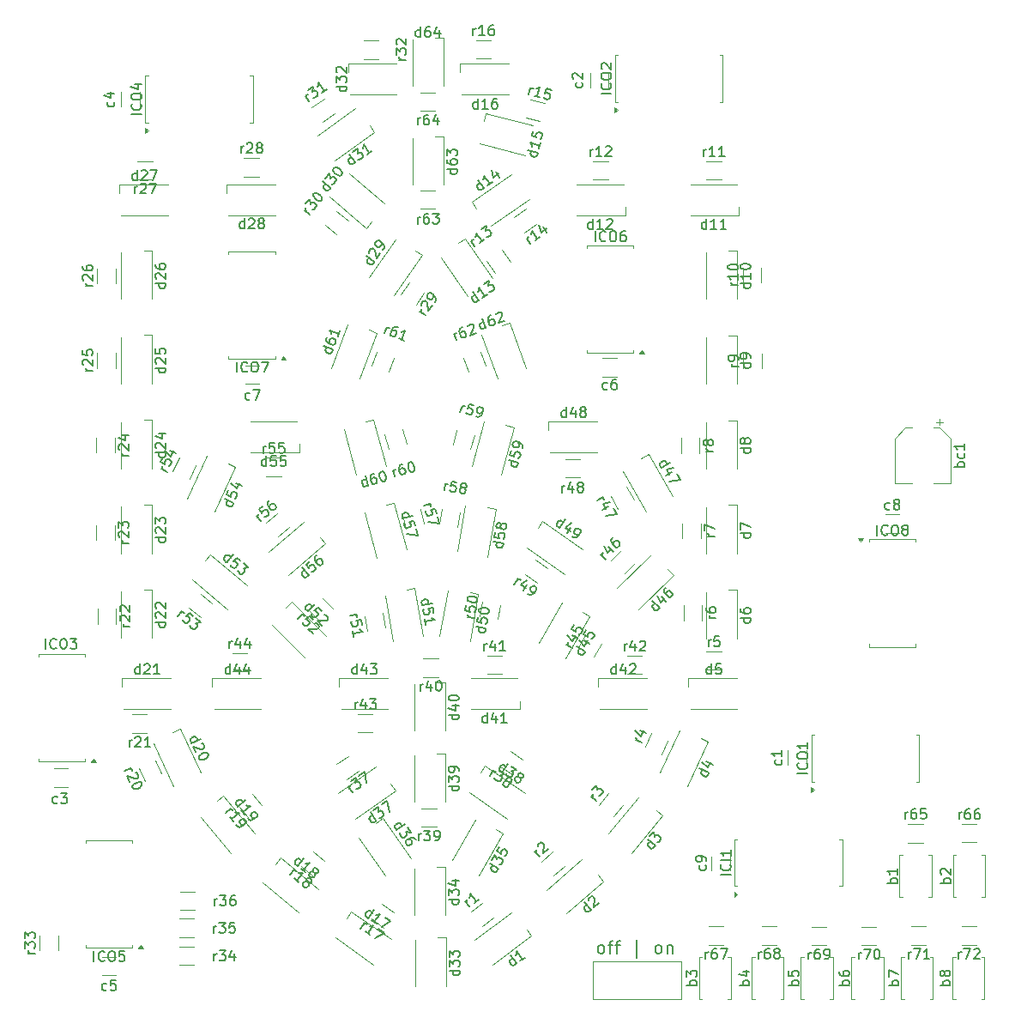
<source format=gbr>
%TF.GenerationSoftware,KiCad,Pcbnew,9.0.5*%
%TF.CreationDate,2025-10-19T21:09:40-05:00*%
%TF.ProjectId,slu,736c752e-6b69-4636-9164-5f7063625858,rev?*%
%TF.SameCoordinates,Original*%
%TF.FileFunction,Legend,Top*%
%TF.FilePolarity,Positive*%
%FSLAX46Y46*%
G04 Gerber Fmt 4.6, Leading zero omitted, Abs format (unit mm)*
G04 Created by KiCad (PCBNEW 9.0.5) date 2025-10-19 21:09:40*
%MOMM*%
%LPD*%
G01*
G04 APERTURE LIST*
%ADD10C,0.187500*%
%ADD11C,0.150000*%
%ADD12C,0.120000*%
G04 APERTURE END LIST*
D10*
X117079545Y-142387273D02*
X116960497Y-142327750D01*
X116960497Y-142327750D02*
X116900974Y-142268226D01*
X116900974Y-142268226D02*
X116841450Y-142149178D01*
X116841450Y-142149178D02*
X116841450Y-141792035D01*
X116841450Y-141792035D02*
X116900974Y-141672988D01*
X116900974Y-141672988D02*
X116960497Y-141613464D01*
X116960497Y-141613464D02*
X117079545Y-141553940D01*
X117079545Y-141553940D02*
X117258116Y-141553940D01*
X117258116Y-141553940D02*
X117377164Y-141613464D01*
X117377164Y-141613464D02*
X117436688Y-141672988D01*
X117436688Y-141672988D02*
X117496212Y-141792035D01*
X117496212Y-141792035D02*
X117496212Y-142149178D01*
X117496212Y-142149178D02*
X117436688Y-142268226D01*
X117436688Y-142268226D02*
X117377164Y-142327750D01*
X117377164Y-142327750D02*
X117258116Y-142387273D01*
X117258116Y-142387273D02*
X117079545Y-142387273D01*
X117853354Y-141553940D02*
X118329545Y-141553940D01*
X118031926Y-142387273D02*
X118031926Y-141315845D01*
X118031926Y-141315845D02*
X118091449Y-141196797D01*
X118091449Y-141196797D02*
X118210497Y-141137273D01*
X118210497Y-141137273D02*
X118329545Y-141137273D01*
X118567640Y-141553940D02*
X119043831Y-141553940D01*
X118746212Y-142387273D02*
X118746212Y-141315845D01*
X118746212Y-141315845D02*
X118805735Y-141196797D01*
X118805735Y-141196797D02*
X118924783Y-141137273D01*
X118924783Y-141137273D02*
X119043831Y-141137273D01*
X120710498Y-142803940D02*
X120710498Y-141018226D01*
X122734307Y-142387273D02*
X122615259Y-142327750D01*
X122615259Y-142327750D02*
X122555736Y-142268226D01*
X122555736Y-142268226D02*
X122496212Y-142149178D01*
X122496212Y-142149178D02*
X122496212Y-141792035D01*
X122496212Y-141792035D02*
X122555736Y-141672988D01*
X122555736Y-141672988D02*
X122615259Y-141613464D01*
X122615259Y-141613464D02*
X122734307Y-141553940D01*
X122734307Y-141553940D02*
X122912878Y-141553940D01*
X122912878Y-141553940D02*
X123031926Y-141613464D01*
X123031926Y-141613464D02*
X123091450Y-141672988D01*
X123091450Y-141672988D02*
X123150974Y-141792035D01*
X123150974Y-141792035D02*
X123150974Y-142149178D01*
X123150974Y-142149178D02*
X123091450Y-142268226D01*
X123091450Y-142268226D02*
X123031926Y-142327750D01*
X123031926Y-142327750D02*
X122912878Y-142387273D01*
X122912878Y-142387273D02*
X122734307Y-142387273D01*
X123686688Y-141553940D02*
X123686688Y-142387273D01*
X123686688Y-141672988D02*
X123746211Y-141613464D01*
X123746211Y-141613464D02*
X123865259Y-141553940D01*
X123865259Y-141553940D02*
X124043830Y-141553940D01*
X124043830Y-141553940D02*
X124162878Y-141613464D01*
X124162878Y-141613464D02*
X124222402Y-141732511D01*
X124222402Y-141732511D02*
X124222402Y-142387273D01*
D11*
X153034819Y-94389047D02*
X152034819Y-94389047D01*
X152415771Y-94389047D02*
X152368152Y-94293809D01*
X152368152Y-94293809D02*
X152368152Y-94103333D01*
X152368152Y-94103333D02*
X152415771Y-94008095D01*
X152415771Y-94008095D02*
X152463390Y-93960476D01*
X152463390Y-93960476D02*
X152558628Y-93912857D01*
X152558628Y-93912857D02*
X152844342Y-93912857D01*
X152844342Y-93912857D02*
X152939580Y-93960476D01*
X152939580Y-93960476D02*
X152987200Y-94008095D01*
X152987200Y-94008095D02*
X153034819Y-94103333D01*
X153034819Y-94103333D02*
X153034819Y-94293809D01*
X153034819Y-94293809D02*
X152987200Y-94389047D01*
X152987200Y-93055714D02*
X153034819Y-93150952D01*
X153034819Y-93150952D02*
X153034819Y-93341428D01*
X153034819Y-93341428D02*
X152987200Y-93436666D01*
X152987200Y-93436666D02*
X152939580Y-93484285D01*
X152939580Y-93484285D02*
X152844342Y-93531904D01*
X152844342Y-93531904D02*
X152558628Y-93531904D01*
X152558628Y-93531904D02*
X152463390Y-93484285D01*
X152463390Y-93484285D02*
X152415771Y-93436666D01*
X152415771Y-93436666D02*
X152368152Y-93341428D01*
X152368152Y-93341428D02*
X152368152Y-93150952D01*
X152368152Y-93150952D02*
X152415771Y-93055714D01*
X153034819Y-92103333D02*
X153034819Y-92674761D01*
X153034819Y-92389047D02*
X152034819Y-92389047D01*
X152034819Y-92389047D02*
X152177676Y-92484285D01*
X152177676Y-92484285D02*
X152272914Y-92579523D01*
X152272914Y-92579523D02*
X152320533Y-92674761D01*
X81220000Y-85034819D02*
X81220000Y-84034819D01*
X82267618Y-84939580D02*
X82219999Y-84987200D01*
X82219999Y-84987200D02*
X82077142Y-85034819D01*
X82077142Y-85034819D02*
X81981904Y-85034819D01*
X81981904Y-85034819D02*
X81839047Y-84987200D01*
X81839047Y-84987200D02*
X81743809Y-84891961D01*
X81743809Y-84891961D02*
X81696190Y-84796723D01*
X81696190Y-84796723D02*
X81648571Y-84606247D01*
X81648571Y-84606247D02*
X81648571Y-84463390D01*
X81648571Y-84463390D02*
X81696190Y-84272914D01*
X81696190Y-84272914D02*
X81743809Y-84177676D01*
X81743809Y-84177676D02*
X81839047Y-84082438D01*
X81839047Y-84082438D02*
X81981904Y-84034819D01*
X81981904Y-84034819D02*
X82077142Y-84034819D01*
X82077142Y-84034819D02*
X82219999Y-84082438D01*
X82219999Y-84082438D02*
X82267618Y-84130057D01*
X82886666Y-84034819D02*
X83077142Y-84034819D01*
X83077142Y-84034819D02*
X83172380Y-84082438D01*
X83172380Y-84082438D02*
X83267618Y-84177676D01*
X83267618Y-84177676D02*
X83315237Y-84368152D01*
X83315237Y-84368152D02*
X83315237Y-84701485D01*
X83315237Y-84701485D02*
X83267618Y-84891961D01*
X83267618Y-84891961D02*
X83172380Y-84987200D01*
X83172380Y-84987200D02*
X83077142Y-85034819D01*
X83077142Y-85034819D02*
X82886666Y-85034819D01*
X82886666Y-85034819D02*
X82791428Y-84987200D01*
X82791428Y-84987200D02*
X82696190Y-84891961D01*
X82696190Y-84891961D02*
X82648571Y-84701485D01*
X82648571Y-84701485D02*
X82648571Y-84368152D01*
X82648571Y-84368152D02*
X82696190Y-84177676D01*
X82696190Y-84177676D02*
X82791428Y-84082438D01*
X82791428Y-84082438D02*
X82886666Y-84034819D01*
X83648571Y-84034819D02*
X84315237Y-84034819D01*
X84315237Y-84034819D02*
X83886666Y-85034819D01*
X99331904Y-51974819D02*
X99331904Y-50974819D01*
X99331904Y-51927200D02*
X99236666Y-51974819D01*
X99236666Y-51974819D02*
X99046190Y-51974819D01*
X99046190Y-51974819D02*
X98950952Y-51927200D01*
X98950952Y-51927200D02*
X98903333Y-51879580D01*
X98903333Y-51879580D02*
X98855714Y-51784342D01*
X98855714Y-51784342D02*
X98855714Y-51498628D01*
X98855714Y-51498628D02*
X98903333Y-51403390D01*
X98903333Y-51403390D02*
X98950952Y-51355771D01*
X98950952Y-51355771D02*
X99046190Y-51308152D01*
X99046190Y-51308152D02*
X99236666Y-51308152D01*
X99236666Y-51308152D02*
X99331904Y-51355771D01*
X100236666Y-50974819D02*
X100046190Y-50974819D01*
X100046190Y-50974819D02*
X99950952Y-51022438D01*
X99950952Y-51022438D02*
X99903333Y-51070057D01*
X99903333Y-51070057D02*
X99808095Y-51212914D01*
X99808095Y-51212914D02*
X99760476Y-51403390D01*
X99760476Y-51403390D02*
X99760476Y-51784342D01*
X99760476Y-51784342D02*
X99808095Y-51879580D01*
X99808095Y-51879580D02*
X99855714Y-51927200D01*
X99855714Y-51927200D02*
X99950952Y-51974819D01*
X99950952Y-51974819D02*
X100141428Y-51974819D01*
X100141428Y-51974819D02*
X100236666Y-51927200D01*
X100236666Y-51927200D02*
X100284285Y-51879580D01*
X100284285Y-51879580D02*
X100331904Y-51784342D01*
X100331904Y-51784342D02*
X100331904Y-51546247D01*
X100331904Y-51546247D02*
X100284285Y-51451009D01*
X100284285Y-51451009D02*
X100236666Y-51403390D01*
X100236666Y-51403390D02*
X100141428Y-51355771D01*
X100141428Y-51355771D02*
X99950952Y-51355771D01*
X99950952Y-51355771D02*
X99855714Y-51403390D01*
X99855714Y-51403390D02*
X99808095Y-51451009D01*
X99808095Y-51451009D02*
X99760476Y-51546247D01*
X101189047Y-51308152D02*
X101189047Y-51974819D01*
X100950952Y-50927200D02*
X100712857Y-51641485D01*
X100712857Y-51641485D02*
X101331904Y-51641485D01*
X102944819Y-65018095D02*
X101944819Y-65018095D01*
X102897200Y-65018095D02*
X102944819Y-65113333D01*
X102944819Y-65113333D02*
X102944819Y-65303809D01*
X102944819Y-65303809D02*
X102897200Y-65399047D01*
X102897200Y-65399047D02*
X102849580Y-65446666D01*
X102849580Y-65446666D02*
X102754342Y-65494285D01*
X102754342Y-65494285D02*
X102468628Y-65494285D01*
X102468628Y-65494285D02*
X102373390Y-65446666D01*
X102373390Y-65446666D02*
X102325771Y-65399047D01*
X102325771Y-65399047D02*
X102278152Y-65303809D01*
X102278152Y-65303809D02*
X102278152Y-65113333D01*
X102278152Y-65113333D02*
X102325771Y-65018095D01*
X101944819Y-64113333D02*
X101944819Y-64303809D01*
X101944819Y-64303809D02*
X101992438Y-64399047D01*
X101992438Y-64399047D02*
X102040057Y-64446666D01*
X102040057Y-64446666D02*
X102182914Y-64541904D01*
X102182914Y-64541904D02*
X102373390Y-64589523D01*
X102373390Y-64589523D02*
X102754342Y-64589523D01*
X102754342Y-64589523D02*
X102849580Y-64541904D01*
X102849580Y-64541904D02*
X102897200Y-64494285D01*
X102897200Y-64494285D02*
X102944819Y-64399047D01*
X102944819Y-64399047D02*
X102944819Y-64208571D01*
X102944819Y-64208571D02*
X102897200Y-64113333D01*
X102897200Y-64113333D02*
X102849580Y-64065714D01*
X102849580Y-64065714D02*
X102754342Y-64018095D01*
X102754342Y-64018095D02*
X102516247Y-64018095D01*
X102516247Y-64018095D02*
X102421009Y-64065714D01*
X102421009Y-64065714D02*
X102373390Y-64113333D01*
X102373390Y-64113333D02*
X102325771Y-64208571D01*
X102325771Y-64208571D02*
X102325771Y-64399047D01*
X102325771Y-64399047D02*
X102373390Y-64494285D01*
X102373390Y-64494285D02*
X102421009Y-64541904D01*
X102421009Y-64541904D02*
X102516247Y-64589523D01*
X101944819Y-63684761D02*
X101944819Y-63065714D01*
X101944819Y-63065714D02*
X102325771Y-63399047D01*
X102325771Y-63399047D02*
X102325771Y-63256190D01*
X102325771Y-63256190D02*
X102373390Y-63160952D01*
X102373390Y-63160952D02*
X102421009Y-63113333D01*
X102421009Y-63113333D02*
X102516247Y-63065714D01*
X102516247Y-63065714D02*
X102754342Y-63065714D01*
X102754342Y-63065714D02*
X102849580Y-63113333D01*
X102849580Y-63113333D02*
X102897200Y-63160952D01*
X102897200Y-63160952D02*
X102944819Y-63256190D01*
X102944819Y-63256190D02*
X102944819Y-63541904D01*
X102944819Y-63541904D02*
X102897200Y-63637142D01*
X102897200Y-63637142D02*
X102849580Y-63684761D01*
X105811974Y-80669833D02*
X105469954Y-79730140D01*
X105795687Y-80625086D02*
X105722480Y-80702406D01*
X105722480Y-80702406D02*
X105543490Y-80767553D01*
X105543490Y-80767553D02*
X105437709Y-80755379D01*
X105437709Y-80755379D02*
X105376675Y-80726919D01*
X105376675Y-80726919D02*
X105299355Y-80653711D01*
X105299355Y-80653711D02*
X105201635Y-80385227D01*
X105201635Y-80385227D02*
X105213809Y-80279446D01*
X105213809Y-80279446D02*
X105242269Y-80218412D01*
X105242269Y-80218412D02*
X105315477Y-80141091D01*
X105315477Y-80141091D02*
X105494466Y-80075945D01*
X105494466Y-80075945D02*
X105600247Y-80088119D01*
X106320152Y-79420694D02*
X106141163Y-79485840D01*
X106141163Y-79485840D02*
X106067955Y-79563161D01*
X106067955Y-79563161D02*
X106039495Y-79624195D01*
X106039495Y-79624195D02*
X105998860Y-79791010D01*
X105998860Y-79791010D02*
X106019259Y-79986286D01*
X106019259Y-79986286D02*
X106149553Y-80344264D01*
X106149553Y-80344264D02*
X106226873Y-80417472D01*
X106226873Y-80417472D02*
X106287907Y-80445932D01*
X106287907Y-80445932D02*
X106393689Y-80458106D01*
X106393689Y-80458106D02*
X106572678Y-80392960D01*
X106572678Y-80392960D02*
X106645886Y-80315639D01*
X106645886Y-80315639D02*
X106674346Y-80254605D01*
X106674346Y-80254605D02*
X106686520Y-80148824D01*
X106686520Y-80148824D02*
X106605087Y-79925087D01*
X106605087Y-79925087D02*
X106527766Y-79851880D01*
X106527766Y-79851880D02*
X106466732Y-79823419D01*
X106466732Y-79823419D02*
X106360951Y-79811245D01*
X106360951Y-79811245D02*
X106181962Y-79876392D01*
X106181962Y-79876392D02*
X106108754Y-79953712D01*
X106108754Y-79953712D02*
X106080293Y-80014746D01*
X106080293Y-80014746D02*
X106068119Y-80120528D01*
X106800198Y-79347321D02*
X106828659Y-79286287D01*
X106828659Y-79286287D02*
X106901867Y-79208967D01*
X106901867Y-79208967D02*
X107125603Y-79127533D01*
X107125603Y-79127533D02*
X107231384Y-79139707D01*
X107231384Y-79139707D02*
X107292418Y-79168168D01*
X107292418Y-79168168D02*
X107369739Y-79241376D01*
X107369739Y-79241376D02*
X107402312Y-79330870D01*
X107402312Y-79330870D02*
X107406425Y-79481399D01*
X107406425Y-79481399D02*
X107064898Y-80213806D01*
X107064898Y-80213806D02*
X107646612Y-80002079D01*
X90704946Y-82809140D02*
X89765254Y-82467119D01*
X90660199Y-82792853D02*
X90672373Y-82898634D01*
X90672373Y-82898634D02*
X90607226Y-83077623D01*
X90607226Y-83077623D02*
X90529905Y-83150831D01*
X90529905Y-83150831D02*
X90468872Y-83179292D01*
X90468872Y-83179292D02*
X90363090Y-83191465D01*
X90363090Y-83191465D02*
X90094607Y-83093745D01*
X90094607Y-83093745D02*
X90021399Y-83016425D01*
X90021399Y-83016425D02*
X89992938Y-82955391D01*
X89992938Y-82955391D02*
X89980764Y-82849610D01*
X89980764Y-82849610D02*
X90045911Y-82670621D01*
X90045911Y-82670621D02*
X90123232Y-82597413D01*
X90074700Y-81616921D02*
X90009554Y-81795910D01*
X90009554Y-81795910D02*
X90021728Y-81901691D01*
X90021728Y-81901691D02*
X90050188Y-81962725D01*
X90050188Y-81962725D02*
X90151857Y-82101080D01*
X90151857Y-82101080D02*
X90314559Y-82210974D01*
X90314559Y-82210974D02*
X90672537Y-82341267D01*
X90672537Y-82341267D02*
X90778318Y-82329093D01*
X90778318Y-82329093D02*
X90839352Y-82300633D01*
X90839352Y-82300633D02*
X90916673Y-82227425D01*
X90916673Y-82227425D02*
X90981820Y-82048436D01*
X90981820Y-82048436D02*
X90969646Y-81942655D01*
X90969646Y-81942655D02*
X90941185Y-81881621D01*
X90941185Y-81881621D02*
X90867977Y-81804300D01*
X90867977Y-81804300D02*
X90644241Y-81722867D01*
X90644241Y-81722867D02*
X90538460Y-81735041D01*
X90538460Y-81735041D02*
X90477426Y-81763501D01*
X90477426Y-81763501D02*
X90400105Y-81836709D01*
X90400105Y-81836709D02*
X90334958Y-82015698D01*
X90334958Y-82015698D02*
X90347132Y-82121479D01*
X90347132Y-82121479D02*
X90375593Y-82182513D01*
X90375593Y-82182513D02*
X90448801Y-82259834D01*
X91372700Y-80974501D02*
X91177260Y-81511469D01*
X91274980Y-81242985D02*
X90335287Y-80900965D01*
X90335287Y-80900965D02*
X90436956Y-81039319D01*
X90436956Y-81039319D02*
X90493877Y-81161387D01*
X90493877Y-81161387D02*
X90506051Y-81267169D01*
X94134770Y-96250354D02*
X93875951Y-95284428D01*
X94122445Y-96204358D02*
X94042777Y-96275004D01*
X94042777Y-96275004D02*
X93858791Y-96324302D01*
X93858791Y-96324302D02*
X93754474Y-96302955D01*
X93754474Y-96302955D02*
X93696152Y-96269284D01*
X93696152Y-96269284D02*
X93625506Y-96189615D01*
X93625506Y-96189615D02*
X93551558Y-95913637D01*
X93551558Y-95913637D02*
X93572905Y-95809319D01*
X93572905Y-95809319D02*
X93606577Y-95750998D01*
X93606577Y-95750998D02*
X93686245Y-95680352D01*
X93686245Y-95680352D02*
X93870231Y-95631053D01*
X93870231Y-95631053D02*
X93974549Y-95652400D01*
X94749884Y-95050259D02*
X94565898Y-95099557D01*
X94565898Y-95099557D02*
X94486230Y-95170203D01*
X94486230Y-95170203D02*
X94452558Y-95228525D01*
X94452558Y-95228525D02*
X94397539Y-95391163D01*
X94397539Y-95391163D02*
X94400842Y-95587474D01*
X94400842Y-95587474D02*
X94499439Y-95955446D01*
X94499439Y-95955446D02*
X94570085Y-96035114D01*
X94570085Y-96035114D02*
X94628407Y-96068786D01*
X94628407Y-96068786D02*
X94732724Y-96090133D01*
X94732724Y-96090133D02*
X94916710Y-96040834D01*
X94916710Y-96040834D02*
X94996378Y-95970188D01*
X94996378Y-95970188D02*
X95030050Y-95911867D01*
X95030050Y-95911867D02*
X95051397Y-95807549D01*
X95051397Y-95807549D02*
X94989773Y-95577567D01*
X94989773Y-95577567D02*
X94919128Y-95497899D01*
X94919128Y-95497899D02*
X94860806Y-95464227D01*
X94860806Y-95464227D02*
X94756489Y-95442880D01*
X94756489Y-95442880D02*
X94572503Y-95492179D01*
X94572503Y-95492179D02*
X94492835Y-95562825D01*
X94492835Y-95562825D02*
X94459163Y-95621146D01*
X94459163Y-95621146D02*
X94437816Y-95725463D01*
X95439831Y-94865388D02*
X95531824Y-94840738D01*
X95531824Y-94840738D02*
X95636142Y-94862085D01*
X95636142Y-94862085D02*
X95694463Y-94895757D01*
X95694463Y-94895757D02*
X95765109Y-94975425D01*
X95765109Y-94975425D02*
X95860404Y-95147087D01*
X95860404Y-95147087D02*
X95922028Y-95377069D01*
X95922028Y-95377069D02*
X95925330Y-95573380D01*
X95925330Y-95573380D02*
X95903983Y-95677697D01*
X95903983Y-95677697D02*
X95870311Y-95736018D01*
X95870311Y-95736018D02*
X95790643Y-95806664D01*
X95790643Y-95806664D02*
X95698650Y-95831314D01*
X95698650Y-95831314D02*
X95594332Y-95809967D01*
X95594332Y-95809967D02*
X95536011Y-95776295D01*
X95536011Y-95776295D02*
X95465365Y-95696627D01*
X95465365Y-95696627D02*
X95370070Y-95524966D01*
X95370070Y-95524966D02*
X95308446Y-95294983D01*
X95308446Y-95294983D02*
X95305144Y-95098673D01*
X95305144Y-95098673D02*
X95326491Y-94994355D01*
X95326491Y-94994355D02*
X95360163Y-94936034D01*
X95360163Y-94936034D02*
X95439831Y-94865388D01*
X108996510Y-93971827D02*
X108030584Y-93713008D01*
X108950513Y-93959502D02*
X108971860Y-94063820D01*
X108971860Y-94063820D02*
X108922562Y-94247805D01*
X108922562Y-94247805D02*
X108851916Y-94327474D01*
X108851916Y-94327474D02*
X108793594Y-94361145D01*
X108793594Y-94361145D02*
X108689277Y-94382492D01*
X108689277Y-94382492D02*
X108413298Y-94308544D01*
X108413298Y-94308544D02*
X108333630Y-94237898D01*
X108333630Y-94237898D02*
X108299958Y-94179577D01*
X108299958Y-94179577D02*
X108278611Y-94075259D01*
X108278611Y-94075259D02*
X108327910Y-93891274D01*
X108327910Y-93891274D02*
X108398556Y-93811605D01*
X108277078Y-92793078D02*
X108153831Y-93253043D01*
X108153831Y-93253043D02*
X108601471Y-93422286D01*
X108601471Y-93422286D02*
X108567799Y-93363965D01*
X108567799Y-93363965D02*
X108546452Y-93259648D01*
X108546452Y-93259648D02*
X108608076Y-93029665D01*
X108608076Y-93029665D02*
X108678722Y-92949997D01*
X108678722Y-92949997D02*
X108737043Y-92916325D01*
X108737043Y-92916325D02*
X108841361Y-92894978D01*
X108841361Y-92894978D02*
X109071343Y-92956602D01*
X109071343Y-92956602D02*
X109151011Y-93027248D01*
X109151011Y-93027248D02*
X109184683Y-93085569D01*
X109184683Y-93085569D02*
X109206030Y-93189887D01*
X109206030Y-93189887D02*
X109144406Y-93419869D01*
X109144406Y-93419869D02*
X109073761Y-93499537D01*
X109073761Y-93499537D02*
X109015439Y-93533209D01*
X109378576Y-92545936D02*
X109427875Y-92361950D01*
X109427875Y-92361950D02*
X109406528Y-92257633D01*
X109406528Y-92257633D02*
X109372856Y-92199311D01*
X109372856Y-92199311D02*
X109259516Y-92070344D01*
X109259516Y-92070344D02*
X109087855Y-91975049D01*
X109087855Y-91975049D02*
X108719883Y-91876451D01*
X108719883Y-91876451D02*
X108615566Y-91897798D01*
X108615566Y-91897798D02*
X108557244Y-91931470D01*
X108557244Y-91931470D02*
X108486599Y-92011138D01*
X108486599Y-92011138D02*
X108437300Y-92195124D01*
X108437300Y-92195124D02*
X108458647Y-92299442D01*
X108458647Y-92299442D02*
X108492318Y-92357763D01*
X108492318Y-92357763D02*
X108571987Y-92428409D01*
X108571987Y-92428409D02*
X108801969Y-92490032D01*
X108801969Y-92490032D02*
X108906287Y-92468685D01*
X108906287Y-92468685D02*
X108964608Y-92435014D01*
X108964608Y-92435014D02*
X109035254Y-92355345D01*
X109035254Y-92355345D02*
X109084553Y-92171359D01*
X109084553Y-92171359D02*
X109063206Y-92067042D01*
X109063206Y-92067042D02*
X109029534Y-92008721D01*
X109029534Y-92008721D02*
X108949866Y-91938075D01*
X107533279Y-101942616D02*
X106548471Y-101768968D01*
X107486383Y-101934347D02*
X107516741Y-102036407D01*
X107516741Y-102036407D02*
X107483665Y-102223990D01*
X107483665Y-102223990D02*
X107420232Y-102309512D01*
X107420232Y-102309512D02*
X107365067Y-102348139D01*
X107365067Y-102348139D02*
X107263007Y-102378496D01*
X107263007Y-102378496D02*
X106981633Y-102328882D01*
X106981633Y-102328882D02*
X106896111Y-102265449D01*
X106896111Y-102265449D02*
X106857484Y-102210284D01*
X106857484Y-102210284D02*
X106827127Y-102108224D01*
X106827127Y-102108224D02*
X106860202Y-101920642D01*
X106860202Y-101920642D02*
X106923636Y-101835120D01*
X106713850Y-100831056D02*
X106631161Y-101300012D01*
X106631161Y-101300012D02*
X107091848Y-101429597D01*
X107091848Y-101429597D02*
X107053221Y-101374432D01*
X107053221Y-101374432D02*
X107022864Y-101272372D01*
X107022864Y-101272372D02*
X107064208Y-101037894D01*
X107064208Y-101037894D02*
X107127642Y-100952372D01*
X107127642Y-100952372D02*
X107182806Y-100913745D01*
X107182806Y-100913745D02*
X107284867Y-100883388D01*
X107284867Y-100883388D02*
X107519345Y-100924732D01*
X107519345Y-100924732D02*
X107604867Y-100988166D01*
X107604867Y-100988166D02*
X107643494Y-101043330D01*
X107643494Y-101043330D02*
X107673851Y-101145391D01*
X107673851Y-101145391D02*
X107632506Y-101379869D01*
X107632506Y-101379869D02*
X107569073Y-101465391D01*
X107569073Y-101465391D02*
X107513908Y-101504018D01*
X107243407Y-100295833D02*
X107179974Y-100381356D01*
X107179974Y-100381356D02*
X107124809Y-100419982D01*
X107124809Y-100419982D02*
X107022749Y-100450340D01*
X107022749Y-100450340D02*
X106975853Y-100442071D01*
X106975853Y-100442071D02*
X106890331Y-100378637D01*
X106890331Y-100378637D02*
X106851705Y-100323473D01*
X106851705Y-100323473D02*
X106821347Y-100221413D01*
X106821347Y-100221413D02*
X106854423Y-100033830D01*
X106854423Y-100033830D02*
X106917856Y-99948308D01*
X106917856Y-99948308D02*
X106973021Y-99909681D01*
X106973021Y-99909681D02*
X107075081Y-99879324D01*
X107075081Y-99879324D02*
X107121977Y-99887593D01*
X107121977Y-99887593D02*
X107207499Y-99951026D01*
X107207499Y-99951026D02*
X107246126Y-100006191D01*
X107246126Y-100006191D02*
X107276483Y-100108251D01*
X107276483Y-100108251D02*
X107243407Y-100295833D01*
X107243407Y-100295833D02*
X107273765Y-100397893D01*
X107273765Y-100397893D02*
X107312392Y-100453058D01*
X107312392Y-100453058D02*
X107397914Y-100516492D01*
X107397914Y-100516492D02*
X107585496Y-100549567D01*
X107585496Y-100549567D02*
X107687557Y-100519210D01*
X107687557Y-100519210D02*
X107742721Y-100480583D01*
X107742721Y-100480583D02*
X107806155Y-100395061D01*
X107806155Y-100395061D02*
X107839230Y-100207478D01*
X107839230Y-100207478D02*
X107808873Y-100105418D01*
X107808873Y-100105418D02*
X107770246Y-100050254D01*
X107770246Y-100050254D02*
X107684724Y-99986820D01*
X107684724Y-99986820D02*
X107497141Y-99953744D01*
X107497141Y-99953744D02*
X107395081Y-99984102D01*
X107395081Y-99984102D02*
X107339917Y-100022729D01*
X107339917Y-100022729D02*
X107276483Y-100108251D01*
X97597867Y-99503604D02*
X98563793Y-99244785D01*
X97643863Y-99491279D02*
X97573217Y-99411611D01*
X97573217Y-99411611D02*
X97523919Y-99227625D01*
X97523919Y-99227625D02*
X97545266Y-99123308D01*
X97545266Y-99123308D02*
X97578937Y-99064986D01*
X97578937Y-99064986D02*
X97658606Y-98994340D01*
X97658606Y-98994340D02*
X97934584Y-98920392D01*
X97934584Y-98920392D02*
X98038902Y-98941739D01*
X98038902Y-98941739D02*
X98097223Y-98975411D01*
X98097223Y-98975411D02*
X98167869Y-99055079D01*
X98167869Y-99055079D02*
X98217168Y-99239065D01*
X98217168Y-99239065D02*
X98195821Y-99343383D01*
X98810287Y-100164714D02*
X98687040Y-99704750D01*
X98687040Y-99704750D02*
X98214751Y-99782000D01*
X98214751Y-99782000D02*
X98273072Y-99815672D01*
X98273072Y-99815672D02*
X98343718Y-99895340D01*
X98343718Y-99895340D02*
X98405341Y-100125323D01*
X98405341Y-100125323D02*
X98383994Y-100229640D01*
X98383994Y-100229640D02*
X98350322Y-100287962D01*
X98350322Y-100287962D02*
X98270654Y-100358607D01*
X98270654Y-100358607D02*
X98040672Y-100420231D01*
X98040672Y-100420231D02*
X97936354Y-100398884D01*
X97936354Y-100398884D02*
X97878033Y-100365212D01*
X97878033Y-100365212D02*
X97807387Y-100285544D01*
X97807387Y-100285544D02*
X97745764Y-100055562D01*
X97745764Y-100055562D02*
X97767111Y-99951244D01*
X97767111Y-99951244D02*
X97800782Y-99892923D01*
X98908885Y-100532686D02*
X99081431Y-101176637D01*
X99081431Y-101176637D02*
X98004583Y-101021488D01*
X88319628Y-105081357D02*
X87676840Y-104315312D01*
X88289019Y-105044878D02*
X88246671Y-105142575D01*
X88246671Y-105142575D02*
X88100758Y-105265010D01*
X88100758Y-105265010D02*
X87997192Y-105289750D01*
X87997192Y-105289750D02*
X87930105Y-105283880D01*
X87930105Y-105283880D02*
X87832409Y-105241533D01*
X87832409Y-105241533D02*
X87648755Y-105022663D01*
X87648755Y-105022663D02*
X87624016Y-104919097D01*
X87624016Y-104919097D02*
X87629885Y-104852010D01*
X87629885Y-104852010D02*
X87672233Y-104754314D01*
X87672233Y-104754314D02*
X87818146Y-104631878D01*
X87818146Y-104631878D02*
X87921712Y-104607139D01*
X88406406Y-103703133D02*
X88041623Y-104009223D01*
X88041623Y-104009223D02*
X88311234Y-104404615D01*
X88311234Y-104404615D02*
X88317104Y-104337528D01*
X88317104Y-104337528D02*
X88359451Y-104239831D01*
X88359451Y-104239831D02*
X88541843Y-104086787D01*
X88541843Y-104086787D02*
X88645408Y-104062047D01*
X88645408Y-104062047D02*
X88712496Y-104067917D01*
X88712496Y-104067917D02*
X88810192Y-104110264D01*
X88810192Y-104110264D02*
X88963237Y-104292656D01*
X88963237Y-104292656D02*
X88987976Y-104396221D01*
X88987976Y-104396221D02*
X88982107Y-104463309D01*
X88982107Y-104463309D02*
X88939759Y-104561005D01*
X88939759Y-104561005D02*
X88757367Y-104714049D01*
X88757367Y-104714049D02*
X88653802Y-104738789D01*
X88653802Y-104738789D02*
X88586715Y-104732920D01*
X89099494Y-103121564D02*
X88953581Y-103243999D01*
X88953581Y-103243999D02*
X88911233Y-103341696D01*
X88911233Y-103341696D02*
X88905364Y-103408783D01*
X88905364Y-103408783D02*
X88924234Y-103579436D01*
X88924234Y-103579436D02*
X89010192Y-103755958D01*
X89010192Y-103755958D02*
X89255063Y-104047784D01*
X89255063Y-104047784D02*
X89352759Y-104090132D01*
X89352759Y-104090132D02*
X89419846Y-104096001D01*
X89419846Y-104096001D02*
X89523412Y-104071262D01*
X89523412Y-104071262D02*
X89669325Y-103948826D01*
X89669325Y-103948826D02*
X89711673Y-103851130D01*
X89711673Y-103851130D02*
X89717542Y-103784043D01*
X89717542Y-103784043D02*
X89692803Y-103680477D01*
X89692803Y-103680477D02*
X89539758Y-103498086D01*
X89539758Y-103498086D02*
X89442062Y-103455738D01*
X89442062Y-103455738D02*
X89374975Y-103449868D01*
X89374975Y-103449868D02*
X89271409Y-103474608D01*
X89271409Y-103474608D02*
X89125496Y-103597044D01*
X89125496Y-103597044D02*
X89083148Y-103694740D01*
X89083148Y-103694740D02*
X89077279Y-103761827D01*
X89077279Y-103761827D02*
X89102018Y-103865393D01*
X84121904Y-94304819D02*
X84121904Y-93304819D01*
X84121904Y-94257200D02*
X84026666Y-94304819D01*
X84026666Y-94304819D02*
X83836190Y-94304819D01*
X83836190Y-94304819D02*
X83740952Y-94257200D01*
X83740952Y-94257200D02*
X83693333Y-94209580D01*
X83693333Y-94209580D02*
X83645714Y-94114342D01*
X83645714Y-94114342D02*
X83645714Y-93828628D01*
X83645714Y-93828628D02*
X83693333Y-93733390D01*
X83693333Y-93733390D02*
X83740952Y-93685771D01*
X83740952Y-93685771D02*
X83836190Y-93638152D01*
X83836190Y-93638152D02*
X84026666Y-93638152D01*
X84026666Y-93638152D02*
X84121904Y-93685771D01*
X85074285Y-93304819D02*
X84598095Y-93304819D01*
X84598095Y-93304819D02*
X84550476Y-93781009D01*
X84550476Y-93781009D02*
X84598095Y-93733390D01*
X84598095Y-93733390D02*
X84693333Y-93685771D01*
X84693333Y-93685771D02*
X84931428Y-93685771D01*
X84931428Y-93685771D02*
X85026666Y-93733390D01*
X85026666Y-93733390D02*
X85074285Y-93781009D01*
X85074285Y-93781009D02*
X85121904Y-93876247D01*
X85121904Y-93876247D02*
X85121904Y-94114342D01*
X85121904Y-94114342D02*
X85074285Y-94209580D01*
X85074285Y-94209580D02*
X85026666Y-94257200D01*
X85026666Y-94257200D02*
X84931428Y-94304819D01*
X84931428Y-94304819D02*
X84693333Y-94304819D01*
X84693333Y-94304819D02*
X84598095Y-94257200D01*
X84598095Y-94257200D02*
X84550476Y-94209580D01*
X86026666Y-93304819D02*
X85550476Y-93304819D01*
X85550476Y-93304819D02*
X85502857Y-93781009D01*
X85502857Y-93781009D02*
X85550476Y-93733390D01*
X85550476Y-93733390D02*
X85645714Y-93685771D01*
X85645714Y-93685771D02*
X85883809Y-93685771D01*
X85883809Y-93685771D02*
X85979047Y-93733390D01*
X85979047Y-93733390D02*
X86026666Y-93781009D01*
X86026666Y-93781009D02*
X86074285Y-93876247D01*
X86074285Y-93876247D02*
X86074285Y-94114342D01*
X86074285Y-94114342D02*
X86026666Y-94209580D01*
X86026666Y-94209580D02*
X85979047Y-94257200D01*
X85979047Y-94257200D02*
X85883809Y-94304819D01*
X85883809Y-94304819D02*
X85645714Y-94304819D01*
X85645714Y-94304819D02*
X85550476Y-94257200D01*
X85550476Y-94257200D02*
X85502857Y-94209580D01*
X80915412Y-97935440D02*
X80009104Y-97512822D01*
X80872254Y-97915315D02*
X80875163Y-98021755D01*
X80875163Y-98021755D02*
X80794664Y-98194385D01*
X80794664Y-98194385D02*
X80711257Y-98260575D01*
X80711257Y-98260575D02*
X80647975Y-98283608D01*
X80647975Y-98283608D02*
X80541535Y-98286516D01*
X80541535Y-98286516D02*
X80282590Y-98165768D01*
X80282590Y-98165768D02*
X80216400Y-98082361D01*
X80216400Y-98082361D02*
X80193367Y-98019079D01*
X80193367Y-98019079D02*
X80190459Y-97912639D01*
X80190459Y-97912639D02*
X80270957Y-97740009D01*
X80270957Y-97740009D02*
X80354364Y-97673819D01*
X80411598Y-96649671D02*
X80210351Y-97081246D01*
X80210351Y-97081246D02*
X80621801Y-97325651D01*
X80621801Y-97325651D02*
X80598769Y-97262369D01*
X80598769Y-97262369D02*
X80595860Y-97155929D01*
X80595860Y-97155929D02*
X80696484Y-96940141D01*
X80696484Y-96940141D02*
X80779891Y-96873951D01*
X80779891Y-96873951D02*
X80843173Y-96850918D01*
X80843173Y-96850918D02*
X80949613Y-96848010D01*
X80949613Y-96848010D02*
X81165400Y-96948633D01*
X81165400Y-96948633D02*
X81231591Y-97032040D01*
X81231591Y-97032040D02*
X81254623Y-97095322D01*
X81254623Y-97095322D02*
X81257532Y-97201762D01*
X81257532Y-97201762D02*
X81156908Y-97417550D01*
X81156908Y-97417550D02*
X81073501Y-97483740D01*
X81073501Y-97483740D02*
X81010219Y-97506773D01*
X81096069Y-95970551D02*
X81700275Y-96252297D01*
X80650186Y-96025341D02*
X81196925Y-96542999D01*
X81196925Y-96542999D02*
X81458546Y-95981951D01*
X80214924Y-103815466D02*
X80857711Y-103049421D01*
X80245533Y-103778987D02*
X80141967Y-103754248D01*
X80141967Y-103754248D02*
X79996054Y-103631812D01*
X79996054Y-103631812D02*
X79953706Y-103534116D01*
X79953706Y-103534116D02*
X79947837Y-103467029D01*
X79947837Y-103467029D02*
X79972576Y-103363463D01*
X79972576Y-103363463D02*
X80156230Y-103144593D01*
X80156230Y-103144593D02*
X80253926Y-103102245D01*
X80253926Y-103102245D02*
X80321013Y-103096376D01*
X80321013Y-103096376D02*
X80424579Y-103121116D01*
X80424579Y-103121116D02*
X80570492Y-103243551D01*
X80570492Y-103243551D02*
X80612840Y-103341248D01*
X81587277Y-103661600D02*
X81222494Y-103355511D01*
X81222494Y-103355511D02*
X80879927Y-103689685D01*
X80879927Y-103689685D02*
X80947014Y-103683815D01*
X80947014Y-103683815D02*
X81050580Y-103708555D01*
X81050580Y-103708555D02*
X81232971Y-103861600D01*
X81232971Y-103861600D02*
X81275319Y-103959296D01*
X81275319Y-103959296D02*
X81281188Y-104026383D01*
X81281188Y-104026383D02*
X81256449Y-104129948D01*
X81256449Y-104129948D02*
X81103404Y-104312340D01*
X81103404Y-104312340D02*
X81005708Y-104354688D01*
X81005708Y-104354688D02*
X80938620Y-104360557D01*
X80938620Y-104360557D02*
X80835055Y-104335818D01*
X80835055Y-104335818D02*
X80652663Y-104182773D01*
X80652663Y-104182773D02*
X80610316Y-104085077D01*
X80610316Y-104085077D02*
X80604446Y-104017989D01*
X81879104Y-103906471D02*
X82353322Y-104304388D01*
X82353322Y-104304388D02*
X81853102Y-104381951D01*
X81853102Y-104381951D02*
X81962537Y-104473778D01*
X81962537Y-104473778D02*
X82004885Y-104571474D01*
X82004885Y-104571474D02*
X82010754Y-104638562D01*
X82010754Y-104638562D02*
X81986015Y-104742127D01*
X81986015Y-104742127D02*
X81832970Y-104924519D01*
X81832970Y-104924519D02*
X81735274Y-104966866D01*
X81735274Y-104966866D02*
X81668187Y-104972736D01*
X81668187Y-104972736D02*
X81564621Y-104947996D01*
X81564621Y-104947996D02*
X81345751Y-104764343D01*
X81345751Y-104764343D02*
X81303404Y-104666646D01*
X81303404Y-104666646D02*
X81297534Y-104599559D01*
X88203538Y-108642637D02*
X88910644Y-107935530D01*
X88237209Y-108608965D02*
X88136194Y-108575293D01*
X88136194Y-108575293D02*
X88001507Y-108440606D01*
X88001507Y-108440606D02*
X87967835Y-108339591D01*
X87967835Y-108339591D02*
X87967835Y-108272248D01*
X87967835Y-108272248D02*
X88001507Y-108171232D01*
X88001507Y-108171232D02*
X88203538Y-107969202D01*
X88203538Y-107969202D02*
X88304553Y-107935530D01*
X88304553Y-107935530D02*
X88371896Y-107935530D01*
X88371896Y-107935530D02*
X88472912Y-107969202D01*
X88472912Y-107969202D02*
X88607599Y-108103889D01*
X88607599Y-108103889D02*
X88641270Y-108204904D01*
X89584080Y-108608965D02*
X89247362Y-108272248D01*
X89247362Y-108272248D02*
X88876973Y-108575293D01*
X88876973Y-108575293D02*
X88944316Y-108575293D01*
X88944316Y-108575293D02*
X89045332Y-108608965D01*
X89045332Y-108608965D02*
X89213690Y-108777324D01*
X89213690Y-108777324D02*
X89247362Y-108878339D01*
X89247362Y-108878339D02*
X89247362Y-108945683D01*
X89247362Y-108945683D02*
X89213690Y-109046698D01*
X89213690Y-109046698D02*
X89045332Y-109215057D01*
X89045332Y-109215057D02*
X88944316Y-109248729D01*
X88944316Y-109248729D02*
X88876973Y-109248729D01*
X88876973Y-109248729D02*
X88775957Y-109215057D01*
X88775957Y-109215057D02*
X88607599Y-109046698D01*
X88607599Y-109046698D02*
X88573927Y-108945683D01*
X88573927Y-108945683D02*
X88573927Y-108878339D01*
X89819782Y-108979355D02*
X89887125Y-108979355D01*
X89887125Y-108979355D02*
X89988141Y-109013026D01*
X89988141Y-109013026D02*
X90156499Y-109181385D01*
X90156499Y-109181385D02*
X90190171Y-109282400D01*
X90190171Y-109282400D02*
X90190171Y-109349744D01*
X90190171Y-109349744D02*
X90156499Y-109450759D01*
X90156499Y-109450759D02*
X90089156Y-109518103D01*
X90089156Y-109518103D02*
X89954469Y-109585446D01*
X89954469Y-109585446D02*
X89146347Y-109585446D01*
X89146347Y-109585446D02*
X89584080Y-110023179D01*
X99497460Y-108025340D02*
X100482268Y-107851692D01*
X99544356Y-108017071D02*
X99480922Y-107931549D01*
X99480922Y-107931549D02*
X99447847Y-107743966D01*
X99447847Y-107743966D02*
X99478204Y-107641906D01*
X99478204Y-107641906D02*
X99516831Y-107586742D01*
X99516831Y-107586742D02*
X99602353Y-107523308D01*
X99602353Y-107523308D02*
X99883727Y-107473694D01*
X99883727Y-107473694D02*
X99985787Y-107504052D01*
X99985787Y-107504052D02*
X100040951Y-107542679D01*
X100040951Y-107542679D02*
X100104385Y-107628201D01*
X100104385Y-107628201D02*
X100137461Y-107815783D01*
X100137461Y-107815783D02*
X100107103Y-107917844D01*
X100647647Y-108789604D02*
X100564958Y-108320648D01*
X100564958Y-108320648D02*
X100087733Y-108356442D01*
X100087733Y-108356442D02*
X100142897Y-108395069D01*
X100142897Y-108395069D02*
X100206331Y-108480591D01*
X100206331Y-108480591D02*
X100247676Y-108715069D01*
X100247676Y-108715069D02*
X100217318Y-108817129D01*
X100217318Y-108817129D02*
X100178691Y-108872294D01*
X100178691Y-108872294D02*
X100093169Y-108935727D01*
X100093169Y-108935727D02*
X99858691Y-108977072D01*
X99858691Y-108977072D02*
X99756631Y-108946714D01*
X99756631Y-108946714D02*
X99701466Y-108908088D01*
X99701466Y-108908088D02*
X99638033Y-108822565D01*
X99638033Y-108822565D02*
X99596688Y-108588087D01*
X99596688Y-108588087D02*
X99627045Y-108486027D01*
X99627045Y-108486027D02*
X99665672Y-108430863D01*
X99836488Y-109948060D02*
X99737260Y-109385313D01*
X99786874Y-109666686D02*
X100771682Y-109493038D01*
X100771682Y-109493038D02*
X100614457Y-109424054D01*
X100614457Y-109424054D02*
X100504128Y-109346801D01*
X100504128Y-109346801D02*
X100440694Y-109261278D01*
X105803279Y-110312616D02*
X104818471Y-110138968D01*
X105756383Y-110304347D02*
X105786741Y-110406407D01*
X105786741Y-110406407D02*
X105753665Y-110593990D01*
X105753665Y-110593990D02*
X105690232Y-110679512D01*
X105690232Y-110679512D02*
X105635067Y-110718139D01*
X105635067Y-110718139D02*
X105533007Y-110748496D01*
X105533007Y-110748496D02*
X105251633Y-110698882D01*
X105251633Y-110698882D02*
X105166111Y-110635449D01*
X105166111Y-110635449D02*
X105127484Y-110580284D01*
X105127484Y-110580284D02*
X105097127Y-110478224D01*
X105097127Y-110478224D02*
X105130202Y-110290642D01*
X105130202Y-110290642D02*
X105193636Y-110205120D01*
X104983850Y-109201056D02*
X104901161Y-109670012D01*
X104901161Y-109670012D02*
X105361848Y-109799597D01*
X105361848Y-109799597D02*
X105323221Y-109744432D01*
X105323221Y-109744432D02*
X105292864Y-109642372D01*
X105292864Y-109642372D02*
X105334208Y-109407894D01*
X105334208Y-109407894D02*
X105397642Y-109322372D01*
X105397642Y-109322372D02*
X105452806Y-109283745D01*
X105452806Y-109283745D02*
X105554867Y-109253388D01*
X105554867Y-109253388D02*
X105789345Y-109294732D01*
X105789345Y-109294732D02*
X105874867Y-109358166D01*
X105874867Y-109358166D02*
X105913494Y-109413330D01*
X105913494Y-109413330D02*
X105943851Y-109515391D01*
X105943851Y-109515391D02*
X105902506Y-109749869D01*
X105902506Y-109749869D02*
X105839073Y-109835391D01*
X105839073Y-109835391D02*
X105783908Y-109874018D01*
X105099616Y-108544517D02*
X105116154Y-108450726D01*
X105116154Y-108450726D02*
X105179587Y-108365204D01*
X105179587Y-108365204D02*
X105234752Y-108326577D01*
X105234752Y-108326577D02*
X105336812Y-108296219D01*
X105336812Y-108296219D02*
X105532663Y-108282399D01*
X105532663Y-108282399D02*
X105767141Y-108323744D01*
X105767141Y-108323744D02*
X105946455Y-108403716D01*
X105946455Y-108403716D02*
X106031977Y-108467149D01*
X106031977Y-108467149D02*
X106070604Y-108522314D01*
X106070604Y-108522314D02*
X106100962Y-108624374D01*
X106100962Y-108624374D02*
X106084424Y-108718165D01*
X106084424Y-108718165D02*
X106020990Y-108803687D01*
X106020990Y-108803687D02*
X105965826Y-108842314D01*
X105965826Y-108842314D02*
X105863765Y-108872672D01*
X105863765Y-108872672D02*
X105667914Y-108886492D01*
X105667914Y-108886492D02*
X105433436Y-108845147D01*
X105433436Y-108845147D02*
X105254122Y-108765175D01*
X105254122Y-108765175D02*
X105168600Y-108701742D01*
X105168600Y-108701742D02*
X105129974Y-108646577D01*
X105129974Y-108646577D02*
X105099616Y-108544517D01*
X113071097Y-100403246D02*
X113644673Y-99584094D01*
X113098410Y-100364239D02*
X112993082Y-100348620D01*
X112993082Y-100348620D02*
X112837053Y-100239367D01*
X112837053Y-100239367D02*
X112786352Y-100145734D01*
X112786352Y-100145734D02*
X112774658Y-100079413D01*
X112774658Y-100079413D02*
X112790277Y-99974086D01*
X112790277Y-99974086D02*
X112954156Y-99740042D01*
X112954156Y-99740042D02*
X113047790Y-99689341D01*
X113047790Y-99689341D02*
X113114110Y-99677647D01*
X113114110Y-99677647D02*
X113219438Y-99693266D01*
X113219438Y-99693266D02*
X113375467Y-99802519D01*
X113375467Y-99802519D02*
X113426168Y-99896152D01*
X114194619Y-100376095D02*
X113812234Y-100922197D01*
X114218088Y-99927471D02*
X113613354Y-100376014D01*
X113613354Y-100376014D02*
X114120448Y-100731085D01*
X114280321Y-101249955D02*
X114436350Y-101359207D01*
X114436350Y-101359207D02*
X114541678Y-101374826D01*
X114541678Y-101374826D02*
X114607998Y-101363132D01*
X114607998Y-101363132D02*
X114767952Y-101300737D01*
X114767952Y-101300737D02*
X114916212Y-101172021D01*
X114916212Y-101172021D02*
X115134717Y-100859963D01*
X115134717Y-100859963D02*
X115150337Y-100754635D01*
X115150337Y-100754635D02*
X115138642Y-100688315D01*
X115138642Y-100688315D02*
X115087941Y-100594681D01*
X115087941Y-100594681D02*
X114931912Y-100485429D01*
X114931912Y-100485429D02*
X114826585Y-100469810D01*
X114826585Y-100469810D02*
X114760264Y-100481504D01*
X114760264Y-100481504D02*
X114666631Y-100532205D01*
X114666631Y-100532205D02*
X114530065Y-100727241D01*
X114530065Y-100727241D02*
X114514446Y-100832569D01*
X114514446Y-100832569D02*
X114526140Y-100898889D01*
X114526140Y-100898889D02*
X114576841Y-100992523D01*
X114576841Y-100992523D02*
X114732870Y-101101776D01*
X114732870Y-101101776D02*
X114838198Y-101117395D01*
X114838198Y-101117395D02*
X114904518Y-101105701D01*
X114904518Y-101105701D02*
X114998152Y-101054999D01*
X113721904Y-89504819D02*
X113721904Y-88504819D01*
X113721904Y-89457200D02*
X113626666Y-89504819D01*
X113626666Y-89504819D02*
X113436190Y-89504819D01*
X113436190Y-89504819D02*
X113340952Y-89457200D01*
X113340952Y-89457200D02*
X113293333Y-89409580D01*
X113293333Y-89409580D02*
X113245714Y-89314342D01*
X113245714Y-89314342D02*
X113245714Y-89028628D01*
X113245714Y-89028628D02*
X113293333Y-88933390D01*
X113293333Y-88933390D02*
X113340952Y-88885771D01*
X113340952Y-88885771D02*
X113436190Y-88838152D01*
X113436190Y-88838152D02*
X113626666Y-88838152D01*
X113626666Y-88838152D02*
X113721904Y-88885771D01*
X114626666Y-88838152D02*
X114626666Y-89504819D01*
X114388571Y-88457200D02*
X114150476Y-89171485D01*
X114150476Y-89171485D02*
X114769523Y-89171485D01*
X115293333Y-88933390D02*
X115198095Y-88885771D01*
X115198095Y-88885771D02*
X115150476Y-88838152D01*
X115150476Y-88838152D02*
X115102857Y-88742914D01*
X115102857Y-88742914D02*
X115102857Y-88695295D01*
X115102857Y-88695295D02*
X115150476Y-88600057D01*
X115150476Y-88600057D02*
X115198095Y-88552438D01*
X115198095Y-88552438D02*
X115293333Y-88504819D01*
X115293333Y-88504819D02*
X115483809Y-88504819D01*
X115483809Y-88504819D02*
X115579047Y-88552438D01*
X115579047Y-88552438D02*
X115626666Y-88600057D01*
X115626666Y-88600057D02*
X115674285Y-88695295D01*
X115674285Y-88695295D02*
X115674285Y-88742914D01*
X115674285Y-88742914D02*
X115626666Y-88838152D01*
X115626666Y-88838152D02*
X115579047Y-88885771D01*
X115579047Y-88885771D02*
X115483809Y-88933390D01*
X115483809Y-88933390D02*
X115293333Y-88933390D01*
X115293333Y-88933390D02*
X115198095Y-88981009D01*
X115198095Y-88981009D02*
X115150476Y-89028628D01*
X115150476Y-89028628D02*
X115102857Y-89123866D01*
X115102857Y-89123866D02*
X115102857Y-89314342D01*
X115102857Y-89314342D02*
X115150476Y-89409580D01*
X115150476Y-89409580D02*
X115198095Y-89457200D01*
X115198095Y-89457200D02*
X115293333Y-89504819D01*
X115293333Y-89504819D02*
X115483809Y-89504819D01*
X115483809Y-89504819D02*
X115579047Y-89457200D01*
X115579047Y-89457200D02*
X115626666Y-89409580D01*
X115626666Y-89409580D02*
X115674285Y-89314342D01*
X115674285Y-89314342D02*
X115674285Y-89123866D01*
X115674285Y-89123866D02*
X115626666Y-89028628D01*
X115626666Y-89028628D02*
X115579047Y-88981009D01*
X115579047Y-88981009D02*
X115483809Y-88933390D01*
X123095528Y-94448200D02*
X123961553Y-93948200D01*
X123136767Y-94424390D02*
X123047909Y-94365721D01*
X123047909Y-94365721D02*
X122952671Y-94200764D01*
X122952671Y-94200764D02*
X122946291Y-94094476D01*
X122946291Y-94094476D02*
X122963721Y-94029427D01*
X122963721Y-94029427D02*
X123022390Y-93940569D01*
X123022390Y-93940569D02*
X123269826Y-93797711D01*
X123269826Y-93797711D02*
X123376114Y-93791332D01*
X123376114Y-93791332D02*
X123441163Y-93808761D01*
X123441163Y-93808761D02*
X123530021Y-93867431D01*
X123530021Y-93867431D02*
X123625259Y-94032388D01*
X123625259Y-94032388D02*
X123631639Y-94138676D01*
X124125259Y-94898413D02*
X123547909Y-95231747D01*
X124336126Y-94501741D02*
X123598489Y-94652687D01*
X123598489Y-94652687D02*
X123908013Y-95188798D01*
X124628220Y-95102900D02*
X124961553Y-95680251D01*
X124961553Y-95680251D02*
X123881242Y-95809097D01*
X122936749Y-108320573D02*
X122229642Y-107613467D01*
X122903077Y-108286902D02*
X122869405Y-108387917D01*
X122869405Y-108387917D02*
X122734718Y-108522604D01*
X122734718Y-108522604D02*
X122633703Y-108556276D01*
X122633703Y-108556276D02*
X122566360Y-108556276D01*
X122566360Y-108556276D02*
X122465344Y-108522604D01*
X122465344Y-108522604D02*
X122263314Y-108320573D01*
X122263314Y-108320573D02*
X122229642Y-108219558D01*
X122229642Y-108219558D02*
X122229642Y-108152215D01*
X122229642Y-108152215D02*
X122263314Y-108051199D01*
X122263314Y-108051199D02*
X122398001Y-107916512D01*
X122398001Y-107916512D02*
X122499016Y-107882841D01*
X123105108Y-107209405D02*
X123576512Y-107680810D01*
X122667375Y-107108390D02*
X123004092Y-107781825D01*
X123004092Y-107781825D02*
X123441825Y-107344092D01*
X123542841Y-106300268D02*
X123408154Y-106434955D01*
X123408154Y-106434955D02*
X123374482Y-106535970D01*
X123374482Y-106535970D02*
X123374482Y-106603314D01*
X123374482Y-106603314D02*
X123408154Y-106771673D01*
X123408154Y-106771673D02*
X123509169Y-106940031D01*
X123509169Y-106940031D02*
X123778543Y-107209405D01*
X123778543Y-107209405D02*
X123879558Y-107243077D01*
X123879558Y-107243077D02*
X123946902Y-107243077D01*
X123946902Y-107243077D02*
X124047917Y-107209405D01*
X124047917Y-107209405D02*
X124182604Y-107074718D01*
X124182604Y-107074718D02*
X124216276Y-106973703D01*
X124216276Y-106973703D02*
X124216276Y-106906360D01*
X124216276Y-106906360D02*
X124182604Y-106805344D01*
X124182604Y-106805344D02*
X124014245Y-106636986D01*
X124014245Y-106636986D02*
X123913230Y-106603314D01*
X123913230Y-106603314D02*
X123845886Y-106603314D01*
X123845886Y-106603314D02*
X123744871Y-106636986D01*
X123744871Y-106636986D02*
X123610184Y-106771673D01*
X123610184Y-106771673D02*
X123576512Y-106872688D01*
X123576512Y-106872688D02*
X123576512Y-106940031D01*
X123576512Y-106940031D02*
X123610184Y-107041047D01*
X115603298Y-112606618D02*
X114737272Y-112106618D01*
X115562058Y-112582809D02*
X115555679Y-112689097D01*
X115555679Y-112689097D02*
X115460441Y-112854054D01*
X115460441Y-112854054D02*
X115371582Y-112912723D01*
X115371582Y-112912723D02*
X115306533Y-112930153D01*
X115306533Y-112930153D02*
X115200245Y-112923773D01*
X115200245Y-112923773D02*
X114952809Y-112780916D01*
X114952809Y-112780916D02*
X114894140Y-112692058D01*
X114894140Y-112692058D02*
X114876711Y-112627009D01*
X114876711Y-112627009D02*
X114883090Y-112520721D01*
X114883090Y-112520721D02*
X114978328Y-112355764D01*
X114978328Y-112355764D02*
X115067187Y-112297095D01*
X115478328Y-111489738D02*
X116055679Y-111823071D01*
X115029366Y-111505458D02*
X115528908Y-112068798D01*
X115528908Y-112068798D02*
X115838432Y-111532687D01*
X115689653Y-110457046D02*
X115451558Y-110869439D01*
X115451558Y-110869439D02*
X115840142Y-111148774D01*
X115840142Y-111148774D02*
X115822712Y-111083725D01*
X115822712Y-111083725D02*
X115829092Y-110977437D01*
X115829092Y-110977437D02*
X115948139Y-110771240D01*
X115948139Y-110771240D02*
X116036998Y-110712571D01*
X116036998Y-110712571D02*
X116102046Y-110695141D01*
X116102046Y-110695141D02*
X116208334Y-110701521D01*
X116208334Y-110701521D02*
X116414531Y-110820569D01*
X116414531Y-110820569D02*
X116473200Y-110909427D01*
X116473200Y-110909427D02*
X116490630Y-110974476D01*
X116490630Y-110974476D02*
X116484250Y-111080764D01*
X116484250Y-111080764D02*
X116365203Y-111286960D01*
X116365203Y-111286960D02*
X116276344Y-111345630D01*
X116276344Y-111345630D02*
X116211295Y-111363059D01*
X80551904Y-114824819D02*
X80551904Y-113824819D01*
X80551904Y-114777200D02*
X80456666Y-114824819D01*
X80456666Y-114824819D02*
X80266190Y-114824819D01*
X80266190Y-114824819D02*
X80170952Y-114777200D01*
X80170952Y-114777200D02*
X80123333Y-114729580D01*
X80123333Y-114729580D02*
X80075714Y-114634342D01*
X80075714Y-114634342D02*
X80075714Y-114348628D01*
X80075714Y-114348628D02*
X80123333Y-114253390D01*
X80123333Y-114253390D02*
X80170952Y-114205771D01*
X80170952Y-114205771D02*
X80266190Y-114158152D01*
X80266190Y-114158152D02*
X80456666Y-114158152D01*
X80456666Y-114158152D02*
X80551904Y-114205771D01*
X81456666Y-114158152D02*
X81456666Y-114824819D01*
X81218571Y-113777200D02*
X80980476Y-114491485D01*
X80980476Y-114491485D02*
X81599523Y-114491485D01*
X82409047Y-114158152D02*
X82409047Y-114824819D01*
X82170952Y-113777200D02*
X81932857Y-114491485D01*
X81932857Y-114491485D02*
X82551904Y-114491485D01*
X93071904Y-114824819D02*
X93071904Y-113824819D01*
X93071904Y-114777200D02*
X92976666Y-114824819D01*
X92976666Y-114824819D02*
X92786190Y-114824819D01*
X92786190Y-114824819D02*
X92690952Y-114777200D01*
X92690952Y-114777200D02*
X92643333Y-114729580D01*
X92643333Y-114729580D02*
X92595714Y-114634342D01*
X92595714Y-114634342D02*
X92595714Y-114348628D01*
X92595714Y-114348628D02*
X92643333Y-114253390D01*
X92643333Y-114253390D02*
X92690952Y-114205771D01*
X92690952Y-114205771D02*
X92786190Y-114158152D01*
X92786190Y-114158152D02*
X92976666Y-114158152D01*
X92976666Y-114158152D02*
X93071904Y-114205771D01*
X93976666Y-114158152D02*
X93976666Y-114824819D01*
X93738571Y-113777200D02*
X93500476Y-114491485D01*
X93500476Y-114491485D02*
X94119523Y-114491485D01*
X94405238Y-113824819D02*
X95024285Y-113824819D01*
X95024285Y-113824819D02*
X94690952Y-114205771D01*
X94690952Y-114205771D02*
X94833809Y-114205771D01*
X94833809Y-114205771D02*
X94929047Y-114253390D01*
X94929047Y-114253390D02*
X94976666Y-114301009D01*
X94976666Y-114301009D02*
X95024285Y-114396247D01*
X95024285Y-114396247D02*
X95024285Y-114634342D01*
X95024285Y-114634342D02*
X94976666Y-114729580D01*
X94976666Y-114729580D02*
X94929047Y-114777200D01*
X94929047Y-114777200D02*
X94833809Y-114824819D01*
X94833809Y-114824819D02*
X94548095Y-114824819D01*
X94548095Y-114824819D02*
X94452857Y-114777200D01*
X94452857Y-114777200D02*
X94405238Y-114729580D01*
X118631904Y-114824819D02*
X118631904Y-113824819D01*
X118631904Y-114777200D02*
X118536666Y-114824819D01*
X118536666Y-114824819D02*
X118346190Y-114824819D01*
X118346190Y-114824819D02*
X118250952Y-114777200D01*
X118250952Y-114777200D02*
X118203333Y-114729580D01*
X118203333Y-114729580D02*
X118155714Y-114634342D01*
X118155714Y-114634342D02*
X118155714Y-114348628D01*
X118155714Y-114348628D02*
X118203333Y-114253390D01*
X118203333Y-114253390D02*
X118250952Y-114205771D01*
X118250952Y-114205771D02*
X118346190Y-114158152D01*
X118346190Y-114158152D02*
X118536666Y-114158152D01*
X118536666Y-114158152D02*
X118631904Y-114205771D01*
X119536666Y-114158152D02*
X119536666Y-114824819D01*
X119298571Y-113777200D02*
X119060476Y-114491485D01*
X119060476Y-114491485D02*
X119679523Y-114491485D01*
X120012857Y-113920057D02*
X120060476Y-113872438D01*
X120060476Y-113872438D02*
X120155714Y-113824819D01*
X120155714Y-113824819D02*
X120393809Y-113824819D01*
X120393809Y-113824819D02*
X120489047Y-113872438D01*
X120489047Y-113872438D02*
X120536666Y-113920057D01*
X120536666Y-113920057D02*
X120584285Y-114015295D01*
X120584285Y-114015295D02*
X120584285Y-114110533D01*
X120584285Y-114110533D02*
X120536666Y-114253390D01*
X120536666Y-114253390D02*
X119965238Y-114824819D01*
X119965238Y-114824819D02*
X120584285Y-114824819D01*
X105901904Y-119624819D02*
X105901904Y-118624819D01*
X105901904Y-119577200D02*
X105806666Y-119624819D01*
X105806666Y-119624819D02*
X105616190Y-119624819D01*
X105616190Y-119624819D02*
X105520952Y-119577200D01*
X105520952Y-119577200D02*
X105473333Y-119529580D01*
X105473333Y-119529580D02*
X105425714Y-119434342D01*
X105425714Y-119434342D02*
X105425714Y-119148628D01*
X105425714Y-119148628D02*
X105473333Y-119053390D01*
X105473333Y-119053390D02*
X105520952Y-119005771D01*
X105520952Y-119005771D02*
X105616190Y-118958152D01*
X105616190Y-118958152D02*
X105806666Y-118958152D01*
X105806666Y-118958152D02*
X105901904Y-119005771D01*
X106806666Y-118958152D02*
X106806666Y-119624819D01*
X106568571Y-118577200D02*
X106330476Y-119291485D01*
X106330476Y-119291485D02*
X106949523Y-119291485D01*
X107854285Y-119624819D02*
X107282857Y-119624819D01*
X107568571Y-119624819D02*
X107568571Y-118624819D01*
X107568571Y-118624819D02*
X107473333Y-118767676D01*
X107473333Y-118767676D02*
X107378095Y-118862914D01*
X107378095Y-118862914D02*
X107282857Y-118910533D01*
X103104819Y-118848095D02*
X102104819Y-118848095D01*
X103057200Y-118848095D02*
X103104819Y-118943333D01*
X103104819Y-118943333D02*
X103104819Y-119133809D01*
X103104819Y-119133809D02*
X103057200Y-119229047D01*
X103057200Y-119229047D02*
X103009580Y-119276666D01*
X103009580Y-119276666D02*
X102914342Y-119324285D01*
X102914342Y-119324285D02*
X102628628Y-119324285D01*
X102628628Y-119324285D02*
X102533390Y-119276666D01*
X102533390Y-119276666D02*
X102485771Y-119229047D01*
X102485771Y-119229047D02*
X102438152Y-119133809D01*
X102438152Y-119133809D02*
X102438152Y-118943333D01*
X102438152Y-118943333D02*
X102485771Y-118848095D01*
X102438152Y-117943333D02*
X103104819Y-117943333D01*
X102057200Y-118181428D02*
X102771485Y-118419523D01*
X102771485Y-118419523D02*
X102771485Y-117800476D01*
X102104819Y-117229047D02*
X102104819Y-117133809D01*
X102104819Y-117133809D02*
X102152438Y-117038571D01*
X102152438Y-117038571D02*
X102200057Y-116990952D01*
X102200057Y-116990952D02*
X102295295Y-116943333D01*
X102295295Y-116943333D02*
X102485771Y-116895714D01*
X102485771Y-116895714D02*
X102723866Y-116895714D01*
X102723866Y-116895714D02*
X102914342Y-116943333D01*
X102914342Y-116943333D02*
X103009580Y-116990952D01*
X103009580Y-116990952D02*
X103057200Y-117038571D01*
X103057200Y-117038571D02*
X103104819Y-117133809D01*
X103104819Y-117133809D02*
X103104819Y-117229047D01*
X103104819Y-117229047D02*
X103057200Y-117324285D01*
X103057200Y-117324285D02*
X103009580Y-117371904D01*
X103009580Y-117371904D02*
X102914342Y-117419523D01*
X102914342Y-117419523D02*
X102723866Y-117467142D01*
X102723866Y-117467142D02*
X102485771Y-117467142D01*
X102485771Y-117467142D02*
X102295295Y-117419523D01*
X102295295Y-117419523D02*
X102200057Y-117371904D01*
X102200057Y-117371904D02*
X102152438Y-117324285D01*
X102152438Y-117324285D02*
X102104819Y-117229047D01*
X103104819Y-125878095D02*
X102104819Y-125878095D01*
X103057200Y-125878095D02*
X103104819Y-125973333D01*
X103104819Y-125973333D02*
X103104819Y-126163809D01*
X103104819Y-126163809D02*
X103057200Y-126259047D01*
X103057200Y-126259047D02*
X103009580Y-126306666D01*
X103009580Y-126306666D02*
X102914342Y-126354285D01*
X102914342Y-126354285D02*
X102628628Y-126354285D01*
X102628628Y-126354285D02*
X102533390Y-126306666D01*
X102533390Y-126306666D02*
X102485771Y-126259047D01*
X102485771Y-126259047D02*
X102438152Y-126163809D01*
X102438152Y-126163809D02*
X102438152Y-125973333D01*
X102438152Y-125973333D02*
X102485771Y-125878095D01*
X102104819Y-125497142D02*
X102104819Y-124878095D01*
X102104819Y-124878095D02*
X102485771Y-125211428D01*
X102485771Y-125211428D02*
X102485771Y-125068571D01*
X102485771Y-125068571D02*
X102533390Y-124973333D01*
X102533390Y-124973333D02*
X102581009Y-124925714D01*
X102581009Y-124925714D02*
X102676247Y-124878095D01*
X102676247Y-124878095D02*
X102914342Y-124878095D01*
X102914342Y-124878095D02*
X103009580Y-124925714D01*
X103009580Y-124925714D02*
X103057200Y-124973333D01*
X103057200Y-124973333D02*
X103104819Y-125068571D01*
X103104819Y-125068571D02*
X103104819Y-125354285D01*
X103104819Y-125354285D02*
X103057200Y-125449523D01*
X103057200Y-125449523D02*
X103009580Y-125497142D01*
X103104819Y-124401904D02*
X103104819Y-124211428D01*
X103104819Y-124211428D02*
X103057200Y-124116190D01*
X103057200Y-124116190D02*
X103009580Y-124068571D01*
X103009580Y-124068571D02*
X102866723Y-123973333D01*
X102866723Y-123973333D02*
X102676247Y-123925714D01*
X102676247Y-123925714D02*
X102295295Y-123925714D01*
X102295295Y-123925714D02*
X102200057Y-123973333D01*
X102200057Y-123973333D02*
X102152438Y-124020952D01*
X102152438Y-124020952D02*
X102104819Y-124116190D01*
X102104819Y-124116190D02*
X102104819Y-124306666D01*
X102104819Y-124306666D02*
X102152438Y-124401904D01*
X102152438Y-124401904D02*
X102200057Y-124449523D01*
X102200057Y-124449523D02*
X102295295Y-124497142D01*
X102295295Y-124497142D02*
X102533390Y-124497142D01*
X102533390Y-124497142D02*
X102628628Y-124449523D01*
X102628628Y-124449523D02*
X102676247Y-124401904D01*
X102676247Y-124401904D02*
X102723866Y-124306666D01*
X102723866Y-124306666D02*
X102723866Y-124116190D01*
X102723866Y-124116190D02*
X102676247Y-124020952D01*
X102676247Y-124020952D02*
X102628628Y-123973333D01*
X102628628Y-123973333D02*
X102533390Y-123925714D01*
X107411097Y-124513246D02*
X107984673Y-123694094D01*
X107438410Y-124474239D02*
X107333082Y-124458620D01*
X107333082Y-124458620D02*
X107177053Y-124349367D01*
X107177053Y-124349367D02*
X107126352Y-124255734D01*
X107126352Y-124255734D02*
X107114658Y-124189413D01*
X107114658Y-124189413D02*
X107130277Y-124084086D01*
X107130277Y-124084086D02*
X107294156Y-123850042D01*
X107294156Y-123850042D02*
X107387790Y-123799341D01*
X107387790Y-123799341D02*
X107454110Y-123787647D01*
X107454110Y-123787647D02*
X107559438Y-123803266D01*
X107559438Y-123803266D02*
X107715467Y-123912519D01*
X107715467Y-123912519D02*
X107766168Y-124006152D01*
X108296731Y-123912600D02*
X108803825Y-124267671D01*
X108803825Y-124267671D02*
X108312269Y-124388537D01*
X108312269Y-124388537D02*
X108429291Y-124470476D01*
X108429291Y-124470476D02*
X108479992Y-124564110D01*
X108479992Y-124564110D02*
X108491686Y-124630430D01*
X108491686Y-124630430D02*
X108476067Y-124735758D01*
X108476067Y-124735758D02*
X108339501Y-124930794D01*
X108339501Y-124930794D02*
X108245868Y-124981495D01*
X108245868Y-124981495D02*
X108179548Y-124993189D01*
X108179548Y-124993189D02*
X108074220Y-124977570D01*
X108074220Y-124977570D02*
X107840176Y-124813691D01*
X107840176Y-124813691D02*
X107789475Y-124720058D01*
X107789475Y-124720058D02*
X107777781Y-124653737D01*
X109026094Y-124946494D02*
X108975392Y-124852860D01*
X108975392Y-124852860D02*
X108963698Y-124786540D01*
X108963698Y-124786540D02*
X108979317Y-124681212D01*
X108979317Y-124681212D02*
X109006631Y-124642205D01*
X109006631Y-124642205D02*
X109100264Y-124591504D01*
X109100264Y-124591504D02*
X109166585Y-124579810D01*
X109166585Y-124579810D02*
X109271912Y-124595429D01*
X109271912Y-124595429D02*
X109427941Y-124704681D01*
X109427941Y-124704681D02*
X109478642Y-124798315D01*
X109478642Y-124798315D02*
X109490337Y-124864635D01*
X109490337Y-124864635D02*
X109474717Y-124969963D01*
X109474717Y-124969963D02*
X109447404Y-125008970D01*
X109447404Y-125008970D02*
X109353771Y-125059672D01*
X109353771Y-125059672D02*
X109287450Y-125071366D01*
X109287450Y-125071366D02*
X109182123Y-125055747D01*
X109182123Y-125055747D02*
X109026094Y-124946494D01*
X109026094Y-124946494D02*
X108920766Y-124930875D01*
X108920766Y-124930875D02*
X108854446Y-124942569D01*
X108854446Y-124942569D02*
X108760812Y-124993270D01*
X108760812Y-124993270D02*
X108651559Y-125149299D01*
X108651559Y-125149299D02*
X108635940Y-125254627D01*
X108635940Y-125254627D02*
X108647634Y-125320947D01*
X108647634Y-125320947D02*
X108698336Y-125414581D01*
X108698336Y-125414581D02*
X108854365Y-125523833D01*
X108854365Y-125523833D02*
X108959692Y-125539453D01*
X108959692Y-125539453D02*
X109026013Y-125527759D01*
X109026013Y-125527759D02*
X109119646Y-125477057D01*
X109119646Y-125477057D02*
X109228899Y-125321028D01*
X109228899Y-125321028D02*
X109244518Y-125215701D01*
X109244518Y-125215701D02*
X109232824Y-125149380D01*
X109232824Y-125149380D02*
X109182123Y-125055747D01*
X94972844Y-129291885D02*
X94399267Y-128472732D01*
X94945531Y-129252877D02*
X94894829Y-129346511D01*
X94894829Y-129346511D02*
X94738800Y-129455764D01*
X94738800Y-129455764D02*
X94633473Y-129471383D01*
X94633473Y-129471383D02*
X94567152Y-129459689D01*
X94567152Y-129459689D02*
X94473519Y-129408987D01*
X94473519Y-129408987D02*
X94309640Y-129174944D01*
X94309640Y-129174944D02*
X94294021Y-129069616D01*
X94294021Y-129069616D02*
X94305715Y-129003296D01*
X94305715Y-129003296D02*
X94356416Y-128909662D01*
X94356416Y-128909662D02*
X94512445Y-128800410D01*
X94512445Y-128800410D02*
X94617773Y-128784790D01*
X94711325Y-128254227D02*
X95218419Y-127899156D01*
X95218419Y-127899156D02*
X95163874Y-128402406D01*
X95163874Y-128402406D02*
X95280896Y-128320467D01*
X95280896Y-128320467D02*
X95386223Y-128304847D01*
X95386223Y-128304847D02*
X95452544Y-128316542D01*
X95452544Y-128316542D02*
X95546177Y-128367243D01*
X95546177Y-128367243D02*
X95682743Y-128562279D01*
X95682743Y-128562279D02*
X95698362Y-128667607D01*
X95698362Y-128667607D02*
X95686668Y-128733927D01*
X95686668Y-128733927D02*
X95635967Y-128827561D01*
X95635967Y-128827561D02*
X95401923Y-128991440D01*
X95401923Y-128991440D02*
X95296596Y-129007059D01*
X95296596Y-129007059D02*
X95230275Y-128995365D01*
X95491470Y-127707964D02*
X96037571Y-127325580D01*
X96037571Y-127325580D02*
X96260083Y-128390550D01*
X96990044Y-130229678D02*
X97809197Y-129656101D01*
X97029052Y-130202365D02*
X96935418Y-130151663D01*
X96935418Y-130151663D02*
X96826165Y-129995634D01*
X96826165Y-129995634D02*
X96810546Y-129890307D01*
X96810546Y-129890307D02*
X96822240Y-129823986D01*
X96822240Y-129823986D02*
X96872942Y-129730353D01*
X96872942Y-129730353D02*
X97106985Y-129566474D01*
X97106985Y-129566474D02*
X97212313Y-129550855D01*
X97212313Y-129550855D02*
X97278633Y-129562549D01*
X97278633Y-129562549D02*
X97372267Y-129613250D01*
X97372267Y-129613250D02*
X97481519Y-129769279D01*
X97481519Y-129769279D02*
X97497139Y-129874607D01*
X98027702Y-129968159D02*
X98382773Y-130475253D01*
X98382773Y-130475253D02*
X97879523Y-130420708D01*
X97879523Y-130420708D02*
X97961462Y-130537730D01*
X97961462Y-130537730D02*
X97977082Y-130643057D01*
X97977082Y-130643057D02*
X97965387Y-130709378D01*
X97965387Y-130709378D02*
X97914686Y-130803011D01*
X97914686Y-130803011D02*
X97719650Y-130939577D01*
X97719650Y-130939577D02*
X97614322Y-130955196D01*
X97614322Y-130955196D02*
X97548002Y-130943502D01*
X97548002Y-130943502D02*
X97454368Y-130892801D01*
X97454368Y-130892801D02*
X97290489Y-130658757D01*
X97290489Y-130658757D02*
X97274870Y-130553430D01*
X97274870Y-130553430D02*
X97286564Y-130487109D01*
X98874410Y-131177384D02*
X98765157Y-131021355D01*
X98765157Y-131021355D02*
X98671524Y-130970653D01*
X98671524Y-130970653D02*
X98605203Y-130958959D01*
X98605203Y-130958959D02*
X98433555Y-130962884D01*
X98433555Y-130962884D02*
X98250213Y-131033130D01*
X98250213Y-131033130D02*
X97938155Y-131251635D01*
X97938155Y-131251635D02*
X97887454Y-131345269D01*
X97887454Y-131345269D02*
X97875760Y-131411589D01*
X97875760Y-131411589D02*
X97891379Y-131516917D01*
X97891379Y-131516917D02*
X98000632Y-131672946D01*
X98000632Y-131672946D02*
X98094265Y-131723647D01*
X98094265Y-131723647D02*
X98160586Y-131735341D01*
X98160586Y-131735341D02*
X98265913Y-131719722D01*
X98265913Y-131719722D02*
X98460949Y-131583156D01*
X98460949Y-131583156D02*
X98511651Y-131489523D01*
X98511651Y-131489523D02*
X98523345Y-131423202D01*
X98523345Y-131423202D02*
X98507726Y-131317875D01*
X98507726Y-131317875D02*
X98398473Y-131161846D01*
X98398473Y-131161846D02*
X98304839Y-131111144D01*
X98304839Y-131111144D02*
X98238519Y-131099450D01*
X98238519Y-131099450D02*
X98133191Y-131115069D01*
X107033298Y-134016618D02*
X106167272Y-133516618D01*
X106992058Y-133992809D02*
X106985679Y-134099097D01*
X106985679Y-134099097D02*
X106890441Y-134264054D01*
X106890441Y-134264054D02*
X106801582Y-134322723D01*
X106801582Y-134322723D02*
X106736533Y-134340153D01*
X106736533Y-134340153D02*
X106630245Y-134333773D01*
X106630245Y-134333773D02*
X106382809Y-134190916D01*
X106382809Y-134190916D02*
X106324140Y-134102058D01*
X106324140Y-134102058D02*
X106306711Y-134037009D01*
X106306711Y-134037009D02*
X106313090Y-133930721D01*
X106313090Y-133930721D02*
X106408328Y-133765764D01*
X106408328Y-133765764D02*
X106497187Y-133707095D01*
X106357749Y-133186704D02*
X106667272Y-132650593D01*
X106667272Y-132650593D02*
X106830520Y-133129744D01*
X106830520Y-133129744D02*
X106901949Y-133006026D01*
X106901949Y-133006026D02*
X106990807Y-132947357D01*
X106990807Y-132947357D02*
X107055856Y-132929927D01*
X107055856Y-132929927D02*
X107162144Y-132936307D01*
X107162144Y-132936307D02*
X107368341Y-133055355D01*
X107368341Y-133055355D02*
X107427010Y-133144213D01*
X107427010Y-133144213D02*
X107444439Y-133209262D01*
X107444439Y-133209262D02*
X107438060Y-133315550D01*
X107438060Y-133315550D02*
X107295202Y-133562986D01*
X107295202Y-133562986D02*
X107206344Y-133621655D01*
X107206344Y-133621655D02*
X107141295Y-133639085D01*
X107119653Y-131867046D02*
X106881558Y-132279439D01*
X106881558Y-132279439D02*
X107270142Y-132558774D01*
X107270142Y-132558774D02*
X107252712Y-132493725D01*
X107252712Y-132493725D02*
X107259092Y-132387437D01*
X107259092Y-132387437D02*
X107378139Y-132181240D01*
X107378139Y-132181240D02*
X107466998Y-132122571D01*
X107466998Y-132122571D02*
X107532046Y-132105141D01*
X107532046Y-132105141D02*
X107638334Y-132111521D01*
X107638334Y-132111521D02*
X107844531Y-132230569D01*
X107844531Y-132230569D02*
X107903200Y-132319427D01*
X107903200Y-132319427D02*
X107920630Y-132384476D01*
X107920630Y-132384476D02*
X107914250Y-132490764D01*
X107914250Y-132490764D02*
X107795203Y-132696960D01*
X107795203Y-132696960D02*
X107706344Y-132755630D01*
X107706344Y-132755630D02*
X107641295Y-132773059D01*
X103124819Y-137068095D02*
X102124819Y-137068095D01*
X103077200Y-137068095D02*
X103124819Y-137163333D01*
X103124819Y-137163333D02*
X103124819Y-137353809D01*
X103124819Y-137353809D02*
X103077200Y-137449047D01*
X103077200Y-137449047D02*
X103029580Y-137496666D01*
X103029580Y-137496666D02*
X102934342Y-137544285D01*
X102934342Y-137544285D02*
X102648628Y-137544285D01*
X102648628Y-137544285D02*
X102553390Y-137496666D01*
X102553390Y-137496666D02*
X102505771Y-137449047D01*
X102505771Y-137449047D02*
X102458152Y-137353809D01*
X102458152Y-137353809D02*
X102458152Y-137163333D01*
X102458152Y-137163333D02*
X102505771Y-137068095D01*
X102124819Y-136687142D02*
X102124819Y-136068095D01*
X102124819Y-136068095D02*
X102505771Y-136401428D01*
X102505771Y-136401428D02*
X102505771Y-136258571D01*
X102505771Y-136258571D02*
X102553390Y-136163333D01*
X102553390Y-136163333D02*
X102601009Y-136115714D01*
X102601009Y-136115714D02*
X102696247Y-136068095D01*
X102696247Y-136068095D02*
X102934342Y-136068095D01*
X102934342Y-136068095D02*
X103029580Y-136115714D01*
X103029580Y-136115714D02*
X103077200Y-136163333D01*
X103077200Y-136163333D02*
X103124819Y-136258571D01*
X103124819Y-136258571D02*
X103124819Y-136544285D01*
X103124819Y-136544285D02*
X103077200Y-136639523D01*
X103077200Y-136639523D02*
X103029580Y-136687142D01*
X102458152Y-135210952D02*
X103124819Y-135210952D01*
X102077200Y-135449047D02*
X102791485Y-135687142D01*
X102791485Y-135687142D02*
X102791485Y-135068095D01*
X103194819Y-144068095D02*
X102194819Y-144068095D01*
X103147200Y-144068095D02*
X103194819Y-144163333D01*
X103194819Y-144163333D02*
X103194819Y-144353809D01*
X103194819Y-144353809D02*
X103147200Y-144449047D01*
X103147200Y-144449047D02*
X103099580Y-144496666D01*
X103099580Y-144496666D02*
X103004342Y-144544285D01*
X103004342Y-144544285D02*
X102718628Y-144544285D01*
X102718628Y-144544285D02*
X102623390Y-144496666D01*
X102623390Y-144496666D02*
X102575771Y-144449047D01*
X102575771Y-144449047D02*
X102528152Y-144353809D01*
X102528152Y-144353809D02*
X102528152Y-144163333D01*
X102528152Y-144163333D02*
X102575771Y-144068095D01*
X102194819Y-143687142D02*
X102194819Y-143068095D01*
X102194819Y-143068095D02*
X102575771Y-143401428D01*
X102575771Y-143401428D02*
X102575771Y-143258571D01*
X102575771Y-143258571D02*
X102623390Y-143163333D01*
X102623390Y-143163333D02*
X102671009Y-143115714D01*
X102671009Y-143115714D02*
X102766247Y-143068095D01*
X102766247Y-143068095D02*
X103004342Y-143068095D01*
X103004342Y-143068095D02*
X103099580Y-143115714D01*
X103099580Y-143115714D02*
X103147200Y-143163333D01*
X103147200Y-143163333D02*
X103194819Y-143258571D01*
X103194819Y-143258571D02*
X103194819Y-143544285D01*
X103194819Y-143544285D02*
X103147200Y-143639523D01*
X103147200Y-143639523D02*
X103099580Y-143687142D01*
X102194819Y-142734761D02*
X102194819Y-142115714D01*
X102194819Y-142115714D02*
X102575771Y-142449047D01*
X102575771Y-142449047D02*
X102575771Y-142306190D01*
X102575771Y-142306190D02*
X102623390Y-142210952D01*
X102623390Y-142210952D02*
X102671009Y-142163333D01*
X102671009Y-142163333D02*
X102766247Y-142115714D01*
X102766247Y-142115714D02*
X103004342Y-142115714D01*
X103004342Y-142115714D02*
X103099580Y-142163333D01*
X103099580Y-142163333D02*
X103147200Y-142210952D01*
X103147200Y-142210952D02*
X103194819Y-142306190D01*
X103194819Y-142306190D02*
X103194819Y-142591904D01*
X103194819Y-142591904D02*
X103147200Y-142687142D01*
X103147200Y-142687142D02*
X103099580Y-142734761D01*
X92024819Y-56868095D02*
X91024819Y-56868095D01*
X91977200Y-56868095D02*
X92024819Y-56963333D01*
X92024819Y-56963333D02*
X92024819Y-57153809D01*
X92024819Y-57153809D02*
X91977200Y-57249047D01*
X91977200Y-57249047D02*
X91929580Y-57296666D01*
X91929580Y-57296666D02*
X91834342Y-57344285D01*
X91834342Y-57344285D02*
X91548628Y-57344285D01*
X91548628Y-57344285D02*
X91453390Y-57296666D01*
X91453390Y-57296666D02*
X91405771Y-57249047D01*
X91405771Y-57249047D02*
X91358152Y-57153809D01*
X91358152Y-57153809D02*
X91358152Y-56963333D01*
X91358152Y-56963333D02*
X91405771Y-56868095D01*
X91024819Y-56487142D02*
X91024819Y-55868095D01*
X91024819Y-55868095D02*
X91405771Y-56201428D01*
X91405771Y-56201428D02*
X91405771Y-56058571D01*
X91405771Y-56058571D02*
X91453390Y-55963333D01*
X91453390Y-55963333D02*
X91501009Y-55915714D01*
X91501009Y-55915714D02*
X91596247Y-55868095D01*
X91596247Y-55868095D02*
X91834342Y-55868095D01*
X91834342Y-55868095D02*
X91929580Y-55915714D01*
X91929580Y-55915714D02*
X91977200Y-55963333D01*
X91977200Y-55963333D02*
X92024819Y-56058571D01*
X92024819Y-56058571D02*
X92024819Y-56344285D01*
X92024819Y-56344285D02*
X91977200Y-56439523D01*
X91977200Y-56439523D02*
X91929580Y-56487142D01*
X91120057Y-55487142D02*
X91072438Y-55439523D01*
X91072438Y-55439523D02*
X91024819Y-55344285D01*
X91024819Y-55344285D02*
X91024819Y-55106190D01*
X91024819Y-55106190D02*
X91072438Y-55010952D01*
X91072438Y-55010952D02*
X91120057Y-54963333D01*
X91120057Y-54963333D02*
X91215295Y-54915714D01*
X91215295Y-54915714D02*
X91310533Y-54915714D01*
X91310533Y-54915714D02*
X91453390Y-54963333D01*
X91453390Y-54963333D02*
X92024819Y-55534761D01*
X92024819Y-55534761D02*
X92024819Y-54915714D01*
X92922844Y-64361885D02*
X92349267Y-63542732D01*
X92895531Y-64322877D02*
X92844829Y-64416511D01*
X92844829Y-64416511D02*
X92688800Y-64525764D01*
X92688800Y-64525764D02*
X92583473Y-64541383D01*
X92583473Y-64541383D02*
X92517152Y-64529689D01*
X92517152Y-64529689D02*
X92423519Y-64478987D01*
X92423519Y-64478987D02*
X92259640Y-64244944D01*
X92259640Y-64244944D02*
X92244021Y-64139616D01*
X92244021Y-64139616D02*
X92255715Y-64073296D01*
X92255715Y-64073296D02*
X92306416Y-63979662D01*
X92306416Y-63979662D02*
X92462445Y-63870410D01*
X92462445Y-63870410D02*
X92567773Y-63854790D01*
X92661325Y-63324227D02*
X93168419Y-62969156D01*
X93168419Y-62969156D02*
X93113874Y-63472406D01*
X93113874Y-63472406D02*
X93230896Y-63390467D01*
X93230896Y-63390467D02*
X93336223Y-63374847D01*
X93336223Y-63374847D02*
X93402544Y-63386542D01*
X93402544Y-63386542D02*
X93496177Y-63437243D01*
X93496177Y-63437243D02*
X93632743Y-63632279D01*
X93632743Y-63632279D02*
X93648362Y-63737607D01*
X93648362Y-63737607D02*
X93636668Y-63803927D01*
X93636668Y-63803927D02*
X93585967Y-63897561D01*
X93585967Y-63897561D02*
X93351923Y-64061440D01*
X93351923Y-64061440D02*
X93246596Y-64077059D01*
X93246596Y-64077059D02*
X93180275Y-64065365D01*
X94522141Y-63242045D02*
X94054054Y-63569803D01*
X94288097Y-63405924D02*
X93714521Y-62586772D01*
X93714521Y-62586772D02*
X93718446Y-62758420D01*
X93718446Y-62758420D02*
X93695058Y-62891061D01*
X93695058Y-62891061D02*
X93644356Y-62984694D01*
X90473973Y-66857765D02*
X89707928Y-66214978D01*
X90437494Y-66827156D02*
X90412755Y-66930722D01*
X90412755Y-66930722D02*
X90290319Y-67076635D01*
X90290319Y-67076635D02*
X90192623Y-67118983D01*
X90192623Y-67118983D02*
X90125536Y-67124852D01*
X90125536Y-67124852D02*
X90021970Y-67100113D01*
X90021970Y-67100113D02*
X89803100Y-66916459D01*
X89803100Y-66916459D02*
X89760752Y-66818763D01*
X89760752Y-66818763D02*
X89754883Y-66751676D01*
X89754883Y-66751676D02*
X89779623Y-66648110D01*
X89779623Y-66648110D02*
X89902058Y-66502197D01*
X89902058Y-66502197D02*
X89999755Y-66459849D01*
X89952800Y-65923151D02*
X90350716Y-65448933D01*
X90350716Y-65448933D02*
X90428280Y-65949153D01*
X90428280Y-65949153D02*
X90520107Y-65839718D01*
X90520107Y-65839718D02*
X90617803Y-65797370D01*
X90617803Y-65797370D02*
X90684890Y-65791501D01*
X90684890Y-65791501D02*
X90788455Y-65816240D01*
X90788455Y-65816240D02*
X90970847Y-65969285D01*
X90970847Y-65969285D02*
X91013195Y-66066981D01*
X91013195Y-66066981D02*
X91019064Y-66134069D01*
X91019064Y-66134069D02*
X90994325Y-66237634D01*
X90994325Y-66237634D02*
X90810671Y-66456504D01*
X90810671Y-66456504D02*
X90712975Y-66498852D01*
X90712975Y-66498852D02*
X90645887Y-66504721D01*
X90748632Y-64974715D02*
X90809850Y-64901759D01*
X90809850Y-64901759D02*
X90907546Y-64859411D01*
X90907546Y-64859411D02*
X90974633Y-64853542D01*
X90974633Y-64853542D02*
X91078199Y-64878281D01*
X91078199Y-64878281D02*
X91254721Y-64964239D01*
X91254721Y-64964239D02*
X91437112Y-65117283D01*
X91437112Y-65117283D02*
X91552417Y-65276197D01*
X91552417Y-65276197D02*
X91594764Y-65373893D01*
X91594764Y-65373893D02*
X91600634Y-65440981D01*
X91600634Y-65440981D02*
X91575894Y-65544546D01*
X91575894Y-65544546D02*
X91514676Y-65617503D01*
X91514676Y-65617503D02*
X91416980Y-65659851D01*
X91416980Y-65659851D02*
X91349893Y-65665720D01*
X91349893Y-65665720D02*
X91246327Y-65640980D01*
X91246327Y-65640980D02*
X91069805Y-65555023D01*
X91069805Y-65555023D02*
X90887414Y-65401978D01*
X90887414Y-65401978D02*
X90772109Y-65243064D01*
X90772109Y-65243064D02*
X90729762Y-65145368D01*
X90729762Y-65145368D02*
X90723892Y-65078281D01*
X90723892Y-65078281D02*
X90748632Y-64974715D01*
X94789211Y-74145485D02*
X93970059Y-73571909D01*
X94750204Y-74118172D02*
X94734585Y-74223500D01*
X94734585Y-74223500D02*
X94625332Y-74379529D01*
X94625332Y-74379529D02*
X94531699Y-74430230D01*
X94531699Y-74430230D02*
X94465378Y-74441924D01*
X94465378Y-74441924D02*
X94360051Y-74426305D01*
X94360051Y-74426305D02*
X94126007Y-74262426D01*
X94126007Y-74262426D02*
X94075306Y-74168792D01*
X94075306Y-74168792D02*
X94063612Y-74102472D01*
X94063612Y-74102472D02*
X94079231Y-73997144D01*
X94079231Y-73997144D02*
X94188484Y-73841115D01*
X94188484Y-73841115D02*
X94282117Y-73790414D01*
X94293892Y-73275470D02*
X94282198Y-73209150D01*
X94282198Y-73209150D02*
X94297817Y-73103822D01*
X94297817Y-73103822D02*
X94434383Y-72908786D01*
X94434383Y-72908786D02*
X94528017Y-72858084D01*
X94528017Y-72858084D02*
X94594337Y-72846390D01*
X94594337Y-72846390D02*
X94699665Y-72862009D01*
X94699665Y-72862009D02*
X94777679Y-72916636D01*
X94777679Y-72916636D02*
X94867388Y-73037582D01*
X94867388Y-73037582D02*
X95007717Y-73833427D01*
X95007717Y-73833427D02*
X95362788Y-73326333D01*
X95635920Y-72936261D02*
X95745172Y-72780232D01*
X95745172Y-72780232D02*
X95760791Y-72674904D01*
X95760791Y-72674904D02*
X95749097Y-72608584D01*
X95749097Y-72608584D02*
X95686702Y-72448630D01*
X95686702Y-72448630D02*
X95557986Y-72300370D01*
X95557986Y-72300370D02*
X95245928Y-72081865D01*
X95245928Y-72081865D02*
X95140600Y-72066245D01*
X95140600Y-72066245D02*
X95074280Y-72077940D01*
X95074280Y-72077940D02*
X94980646Y-72128641D01*
X94980646Y-72128641D02*
X94871394Y-72284670D01*
X94871394Y-72284670D02*
X94855775Y-72389997D01*
X94855775Y-72389997D02*
X94867469Y-72456318D01*
X94867469Y-72456318D02*
X94918170Y-72549951D01*
X94918170Y-72549951D02*
X95113206Y-72686517D01*
X95113206Y-72686517D02*
X95218534Y-72702136D01*
X95218534Y-72702136D02*
X95284854Y-72690442D01*
X95284854Y-72690442D02*
X95378488Y-72639741D01*
X95378488Y-72639741D02*
X95487741Y-72483712D01*
X95487741Y-72483712D02*
X95503360Y-72378384D01*
X95503360Y-72378384D02*
X95491666Y-72312064D01*
X95491666Y-72312064D02*
X95440964Y-72218430D01*
X81961904Y-70884819D02*
X81961904Y-69884819D01*
X81961904Y-70837200D02*
X81866666Y-70884819D01*
X81866666Y-70884819D02*
X81676190Y-70884819D01*
X81676190Y-70884819D02*
X81580952Y-70837200D01*
X81580952Y-70837200D02*
X81533333Y-70789580D01*
X81533333Y-70789580D02*
X81485714Y-70694342D01*
X81485714Y-70694342D02*
X81485714Y-70408628D01*
X81485714Y-70408628D02*
X81533333Y-70313390D01*
X81533333Y-70313390D02*
X81580952Y-70265771D01*
X81580952Y-70265771D02*
X81676190Y-70218152D01*
X81676190Y-70218152D02*
X81866666Y-70218152D01*
X81866666Y-70218152D02*
X81961904Y-70265771D01*
X82390476Y-69980057D02*
X82438095Y-69932438D01*
X82438095Y-69932438D02*
X82533333Y-69884819D01*
X82533333Y-69884819D02*
X82771428Y-69884819D01*
X82771428Y-69884819D02*
X82866666Y-69932438D01*
X82866666Y-69932438D02*
X82914285Y-69980057D01*
X82914285Y-69980057D02*
X82961904Y-70075295D01*
X82961904Y-70075295D02*
X82961904Y-70170533D01*
X82961904Y-70170533D02*
X82914285Y-70313390D01*
X82914285Y-70313390D02*
X82342857Y-70884819D01*
X82342857Y-70884819D02*
X82961904Y-70884819D01*
X83533333Y-70313390D02*
X83438095Y-70265771D01*
X83438095Y-70265771D02*
X83390476Y-70218152D01*
X83390476Y-70218152D02*
X83342857Y-70122914D01*
X83342857Y-70122914D02*
X83342857Y-70075295D01*
X83342857Y-70075295D02*
X83390476Y-69980057D01*
X83390476Y-69980057D02*
X83438095Y-69932438D01*
X83438095Y-69932438D02*
X83533333Y-69884819D01*
X83533333Y-69884819D02*
X83723809Y-69884819D01*
X83723809Y-69884819D02*
X83819047Y-69932438D01*
X83819047Y-69932438D02*
X83866666Y-69980057D01*
X83866666Y-69980057D02*
X83914285Y-70075295D01*
X83914285Y-70075295D02*
X83914285Y-70122914D01*
X83914285Y-70122914D02*
X83866666Y-70218152D01*
X83866666Y-70218152D02*
X83819047Y-70265771D01*
X83819047Y-70265771D02*
X83723809Y-70313390D01*
X83723809Y-70313390D02*
X83533333Y-70313390D01*
X83533333Y-70313390D02*
X83438095Y-70361009D01*
X83438095Y-70361009D02*
X83390476Y-70408628D01*
X83390476Y-70408628D02*
X83342857Y-70503866D01*
X83342857Y-70503866D02*
X83342857Y-70694342D01*
X83342857Y-70694342D02*
X83390476Y-70789580D01*
X83390476Y-70789580D02*
X83438095Y-70837200D01*
X83438095Y-70837200D02*
X83533333Y-70884819D01*
X83533333Y-70884819D02*
X83723809Y-70884819D01*
X83723809Y-70884819D02*
X83819047Y-70837200D01*
X83819047Y-70837200D02*
X83866666Y-70789580D01*
X83866666Y-70789580D02*
X83914285Y-70694342D01*
X83914285Y-70694342D02*
X83914285Y-70503866D01*
X83914285Y-70503866D02*
X83866666Y-70408628D01*
X83866666Y-70408628D02*
X83819047Y-70361009D01*
X83819047Y-70361009D02*
X83723809Y-70313390D01*
X71371904Y-66124819D02*
X71371904Y-65124819D01*
X71371904Y-66077200D02*
X71276666Y-66124819D01*
X71276666Y-66124819D02*
X71086190Y-66124819D01*
X71086190Y-66124819D02*
X70990952Y-66077200D01*
X70990952Y-66077200D02*
X70943333Y-66029580D01*
X70943333Y-66029580D02*
X70895714Y-65934342D01*
X70895714Y-65934342D02*
X70895714Y-65648628D01*
X70895714Y-65648628D02*
X70943333Y-65553390D01*
X70943333Y-65553390D02*
X70990952Y-65505771D01*
X70990952Y-65505771D02*
X71086190Y-65458152D01*
X71086190Y-65458152D02*
X71276666Y-65458152D01*
X71276666Y-65458152D02*
X71371904Y-65505771D01*
X71800476Y-65220057D02*
X71848095Y-65172438D01*
X71848095Y-65172438D02*
X71943333Y-65124819D01*
X71943333Y-65124819D02*
X72181428Y-65124819D01*
X72181428Y-65124819D02*
X72276666Y-65172438D01*
X72276666Y-65172438D02*
X72324285Y-65220057D01*
X72324285Y-65220057D02*
X72371904Y-65315295D01*
X72371904Y-65315295D02*
X72371904Y-65410533D01*
X72371904Y-65410533D02*
X72324285Y-65553390D01*
X72324285Y-65553390D02*
X71752857Y-66124819D01*
X71752857Y-66124819D02*
X72371904Y-66124819D01*
X72705238Y-65124819D02*
X73371904Y-65124819D01*
X73371904Y-65124819D02*
X72943333Y-66124819D01*
X74194819Y-76269762D02*
X73194819Y-76269762D01*
X74147200Y-76269762D02*
X74194819Y-76365000D01*
X74194819Y-76365000D02*
X74194819Y-76555476D01*
X74194819Y-76555476D02*
X74147200Y-76650714D01*
X74147200Y-76650714D02*
X74099580Y-76698333D01*
X74099580Y-76698333D02*
X74004342Y-76745952D01*
X74004342Y-76745952D02*
X73718628Y-76745952D01*
X73718628Y-76745952D02*
X73623390Y-76698333D01*
X73623390Y-76698333D02*
X73575771Y-76650714D01*
X73575771Y-76650714D02*
X73528152Y-76555476D01*
X73528152Y-76555476D02*
X73528152Y-76365000D01*
X73528152Y-76365000D02*
X73575771Y-76269762D01*
X73290057Y-75841190D02*
X73242438Y-75793571D01*
X73242438Y-75793571D02*
X73194819Y-75698333D01*
X73194819Y-75698333D02*
X73194819Y-75460238D01*
X73194819Y-75460238D02*
X73242438Y-75365000D01*
X73242438Y-75365000D02*
X73290057Y-75317381D01*
X73290057Y-75317381D02*
X73385295Y-75269762D01*
X73385295Y-75269762D02*
X73480533Y-75269762D01*
X73480533Y-75269762D02*
X73623390Y-75317381D01*
X73623390Y-75317381D02*
X74194819Y-75888809D01*
X74194819Y-75888809D02*
X74194819Y-75269762D01*
X73194819Y-74412619D02*
X73194819Y-74603095D01*
X73194819Y-74603095D02*
X73242438Y-74698333D01*
X73242438Y-74698333D02*
X73290057Y-74745952D01*
X73290057Y-74745952D02*
X73432914Y-74841190D01*
X73432914Y-74841190D02*
X73623390Y-74888809D01*
X73623390Y-74888809D02*
X74004342Y-74888809D01*
X74004342Y-74888809D02*
X74099580Y-74841190D01*
X74099580Y-74841190D02*
X74147200Y-74793571D01*
X74147200Y-74793571D02*
X74194819Y-74698333D01*
X74194819Y-74698333D02*
X74194819Y-74507857D01*
X74194819Y-74507857D02*
X74147200Y-74412619D01*
X74147200Y-74412619D02*
X74099580Y-74365000D01*
X74099580Y-74365000D02*
X74004342Y-74317381D01*
X74004342Y-74317381D02*
X73766247Y-74317381D01*
X73766247Y-74317381D02*
X73671009Y-74365000D01*
X73671009Y-74365000D02*
X73623390Y-74412619D01*
X73623390Y-74412619D02*
X73575771Y-74507857D01*
X73575771Y-74507857D02*
X73575771Y-74698333D01*
X73575771Y-74698333D02*
X73623390Y-74793571D01*
X73623390Y-74793571D02*
X73671009Y-74841190D01*
X73671009Y-74841190D02*
X73766247Y-74888809D01*
X74194819Y-84631428D02*
X73194819Y-84631428D01*
X74147200Y-84631428D02*
X74194819Y-84726666D01*
X74194819Y-84726666D02*
X74194819Y-84917142D01*
X74194819Y-84917142D02*
X74147200Y-85012380D01*
X74147200Y-85012380D02*
X74099580Y-85059999D01*
X74099580Y-85059999D02*
X74004342Y-85107618D01*
X74004342Y-85107618D02*
X73718628Y-85107618D01*
X73718628Y-85107618D02*
X73623390Y-85059999D01*
X73623390Y-85059999D02*
X73575771Y-85012380D01*
X73575771Y-85012380D02*
X73528152Y-84917142D01*
X73528152Y-84917142D02*
X73528152Y-84726666D01*
X73528152Y-84726666D02*
X73575771Y-84631428D01*
X73290057Y-84202856D02*
X73242438Y-84155237D01*
X73242438Y-84155237D02*
X73194819Y-84059999D01*
X73194819Y-84059999D02*
X73194819Y-83821904D01*
X73194819Y-83821904D02*
X73242438Y-83726666D01*
X73242438Y-83726666D02*
X73290057Y-83679047D01*
X73290057Y-83679047D02*
X73385295Y-83631428D01*
X73385295Y-83631428D02*
X73480533Y-83631428D01*
X73480533Y-83631428D02*
X73623390Y-83679047D01*
X73623390Y-83679047D02*
X74194819Y-84250475D01*
X74194819Y-84250475D02*
X74194819Y-83631428D01*
X73194819Y-82726666D02*
X73194819Y-83202856D01*
X73194819Y-83202856D02*
X73671009Y-83250475D01*
X73671009Y-83250475D02*
X73623390Y-83202856D01*
X73623390Y-83202856D02*
X73575771Y-83107618D01*
X73575771Y-83107618D02*
X73575771Y-82869523D01*
X73575771Y-82869523D02*
X73623390Y-82774285D01*
X73623390Y-82774285D02*
X73671009Y-82726666D01*
X73671009Y-82726666D02*
X73766247Y-82679047D01*
X73766247Y-82679047D02*
X74004342Y-82679047D01*
X74004342Y-82679047D02*
X74099580Y-82726666D01*
X74099580Y-82726666D02*
X74147200Y-82774285D01*
X74147200Y-82774285D02*
X74194819Y-82869523D01*
X74194819Y-82869523D02*
X74194819Y-83107618D01*
X74194819Y-83107618D02*
X74147200Y-83202856D01*
X74147200Y-83202856D02*
X74099580Y-83250475D01*
X74194819Y-92993095D02*
X73194819Y-92993095D01*
X74147200Y-92993095D02*
X74194819Y-93088333D01*
X74194819Y-93088333D02*
X74194819Y-93278809D01*
X74194819Y-93278809D02*
X74147200Y-93374047D01*
X74147200Y-93374047D02*
X74099580Y-93421666D01*
X74099580Y-93421666D02*
X74004342Y-93469285D01*
X74004342Y-93469285D02*
X73718628Y-93469285D01*
X73718628Y-93469285D02*
X73623390Y-93421666D01*
X73623390Y-93421666D02*
X73575771Y-93374047D01*
X73575771Y-93374047D02*
X73528152Y-93278809D01*
X73528152Y-93278809D02*
X73528152Y-93088333D01*
X73528152Y-93088333D02*
X73575771Y-92993095D01*
X73290057Y-92564523D02*
X73242438Y-92516904D01*
X73242438Y-92516904D02*
X73194819Y-92421666D01*
X73194819Y-92421666D02*
X73194819Y-92183571D01*
X73194819Y-92183571D02*
X73242438Y-92088333D01*
X73242438Y-92088333D02*
X73290057Y-92040714D01*
X73290057Y-92040714D02*
X73385295Y-91993095D01*
X73385295Y-91993095D02*
X73480533Y-91993095D01*
X73480533Y-91993095D02*
X73623390Y-92040714D01*
X73623390Y-92040714D02*
X74194819Y-92612142D01*
X74194819Y-92612142D02*
X74194819Y-91993095D01*
X73528152Y-91135952D02*
X74194819Y-91135952D01*
X73147200Y-91374047D02*
X73861485Y-91612142D01*
X73861485Y-91612142D02*
X73861485Y-90993095D01*
X74194819Y-101354762D02*
X73194819Y-101354762D01*
X74147200Y-101354762D02*
X74194819Y-101450000D01*
X74194819Y-101450000D02*
X74194819Y-101640476D01*
X74194819Y-101640476D02*
X74147200Y-101735714D01*
X74147200Y-101735714D02*
X74099580Y-101783333D01*
X74099580Y-101783333D02*
X74004342Y-101830952D01*
X74004342Y-101830952D02*
X73718628Y-101830952D01*
X73718628Y-101830952D02*
X73623390Y-101783333D01*
X73623390Y-101783333D02*
X73575771Y-101735714D01*
X73575771Y-101735714D02*
X73528152Y-101640476D01*
X73528152Y-101640476D02*
X73528152Y-101450000D01*
X73528152Y-101450000D02*
X73575771Y-101354762D01*
X73290057Y-100926190D02*
X73242438Y-100878571D01*
X73242438Y-100878571D02*
X73194819Y-100783333D01*
X73194819Y-100783333D02*
X73194819Y-100545238D01*
X73194819Y-100545238D02*
X73242438Y-100450000D01*
X73242438Y-100450000D02*
X73290057Y-100402381D01*
X73290057Y-100402381D02*
X73385295Y-100354762D01*
X73385295Y-100354762D02*
X73480533Y-100354762D01*
X73480533Y-100354762D02*
X73623390Y-100402381D01*
X73623390Y-100402381D02*
X74194819Y-100973809D01*
X74194819Y-100973809D02*
X74194819Y-100354762D01*
X73194819Y-100021428D02*
X73194819Y-99402381D01*
X73194819Y-99402381D02*
X73575771Y-99735714D01*
X73575771Y-99735714D02*
X73575771Y-99592857D01*
X73575771Y-99592857D02*
X73623390Y-99497619D01*
X73623390Y-99497619D02*
X73671009Y-99450000D01*
X73671009Y-99450000D02*
X73766247Y-99402381D01*
X73766247Y-99402381D02*
X74004342Y-99402381D01*
X74004342Y-99402381D02*
X74099580Y-99450000D01*
X74099580Y-99450000D02*
X74147200Y-99497619D01*
X74147200Y-99497619D02*
X74194819Y-99592857D01*
X74194819Y-99592857D02*
X74194819Y-99878571D01*
X74194819Y-99878571D02*
X74147200Y-99973809D01*
X74147200Y-99973809D02*
X74099580Y-100021428D01*
X74194819Y-109716428D02*
X73194819Y-109716428D01*
X74147200Y-109716428D02*
X74194819Y-109811666D01*
X74194819Y-109811666D02*
X74194819Y-110002142D01*
X74194819Y-110002142D02*
X74147200Y-110097380D01*
X74147200Y-110097380D02*
X74099580Y-110144999D01*
X74099580Y-110144999D02*
X74004342Y-110192618D01*
X74004342Y-110192618D02*
X73718628Y-110192618D01*
X73718628Y-110192618D02*
X73623390Y-110144999D01*
X73623390Y-110144999D02*
X73575771Y-110097380D01*
X73575771Y-110097380D02*
X73528152Y-110002142D01*
X73528152Y-110002142D02*
X73528152Y-109811666D01*
X73528152Y-109811666D02*
X73575771Y-109716428D01*
X73290057Y-109287856D02*
X73242438Y-109240237D01*
X73242438Y-109240237D02*
X73194819Y-109144999D01*
X73194819Y-109144999D02*
X73194819Y-108906904D01*
X73194819Y-108906904D02*
X73242438Y-108811666D01*
X73242438Y-108811666D02*
X73290057Y-108764047D01*
X73290057Y-108764047D02*
X73385295Y-108716428D01*
X73385295Y-108716428D02*
X73480533Y-108716428D01*
X73480533Y-108716428D02*
X73623390Y-108764047D01*
X73623390Y-108764047D02*
X74194819Y-109335475D01*
X74194819Y-109335475D02*
X74194819Y-108716428D01*
X73290057Y-108335475D02*
X73242438Y-108287856D01*
X73242438Y-108287856D02*
X73194819Y-108192618D01*
X73194819Y-108192618D02*
X73194819Y-107954523D01*
X73194819Y-107954523D02*
X73242438Y-107859285D01*
X73242438Y-107859285D02*
X73290057Y-107811666D01*
X73290057Y-107811666D02*
X73385295Y-107764047D01*
X73385295Y-107764047D02*
X73480533Y-107764047D01*
X73480533Y-107764047D02*
X73623390Y-107811666D01*
X73623390Y-107811666D02*
X74194819Y-108383094D01*
X74194819Y-108383094D02*
X74194819Y-107764047D01*
X71641904Y-114824819D02*
X71641904Y-113824819D01*
X71641904Y-114777200D02*
X71546666Y-114824819D01*
X71546666Y-114824819D02*
X71356190Y-114824819D01*
X71356190Y-114824819D02*
X71260952Y-114777200D01*
X71260952Y-114777200D02*
X71213333Y-114729580D01*
X71213333Y-114729580D02*
X71165714Y-114634342D01*
X71165714Y-114634342D02*
X71165714Y-114348628D01*
X71165714Y-114348628D02*
X71213333Y-114253390D01*
X71213333Y-114253390D02*
X71260952Y-114205771D01*
X71260952Y-114205771D02*
X71356190Y-114158152D01*
X71356190Y-114158152D02*
X71546666Y-114158152D01*
X71546666Y-114158152D02*
X71641904Y-114205771D01*
X72070476Y-113920057D02*
X72118095Y-113872438D01*
X72118095Y-113872438D02*
X72213333Y-113824819D01*
X72213333Y-113824819D02*
X72451428Y-113824819D01*
X72451428Y-113824819D02*
X72546666Y-113872438D01*
X72546666Y-113872438D02*
X72594285Y-113920057D01*
X72594285Y-113920057D02*
X72641904Y-114015295D01*
X72641904Y-114015295D02*
X72641904Y-114110533D01*
X72641904Y-114110533D02*
X72594285Y-114253390D01*
X72594285Y-114253390D02*
X72022857Y-114824819D01*
X72022857Y-114824819D02*
X72641904Y-114824819D01*
X73594285Y-114824819D02*
X73022857Y-114824819D01*
X73308571Y-114824819D02*
X73308571Y-113824819D01*
X73308571Y-113824819D02*
X73213333Y-113967676D01*
X73213333Y-113967676D02*
X73118095Y-114062914D01*
X73118095Y-114062914D02*
X73022857Y-114110533D01*
X76771000Y-121638989D02*
X77677308Y-121216371D01*
X76814157Y-121618864D02*
X76730751Y-121552674D01*
X76730751Y-121552674D02*
X76650252Y-121380044D01*
X76650252Y-121380044D02*
X76653160Y-121273604D01*
X76653160Y-121273604D02*
X76676193Y-121210322D01*
X76676193Y-121210322D02*
X76742383Y-121126915D01*
X76742383Y-121126915D02*
X77001328Y-121006167D01*
X77001328Y-121006167D02*
X77107768Y-121009075D01*
X77107768Y-121009075D02*
X77171050Y-121032108D01*
X77171050Y-121032108D02*
X77254457Y-121098298D01*
X77254457Y-121098298D02*
X77334956Y-121270928D01*
X77334956Y-121270928D02*
X77332048Y-121377368D01*
X77772115Y-121645038D02*
X77835397Y-121668070D01*
X77835397Y-121668070D02*
X77918804Y-121734261D01*
X77918804Y-121734261D02*
X78019427Y-121950048D01*
X78019427Y-121950048D02*
X78016519Y-122056488D01*
X78016519Y-122056488D02*
X77993486Y-122119770D01*
X77993486Y-122119770D02*
X77927296Y-122203177D01*
X77927296Y-122203177D02*
X77840981Y-122243426D01*
X77840981Y-122243426D02*
X77691384Y-122260643D01*
X77691384Y-122260643D02*
X76931997Y-121984249D01*
X76931997Y-121984249D02*
X77193618Y-122545297D01*
X78361547Y-122683726D02*
X78401796Y-122770041D01*
X78401796Y-122770041D02*
X78398888Y-122876481D01*
X78398888Y-122876481D02*
X78375855Y-122939763D01*
X78375855Y-122939763D02*
X78309665Y-123023170D01*
X78309665Y-123023170D02*
X78157159Y-123146826D01*
X78157159Y-123146826D02*
X77941372Y-123247450D01*
X77941372Y-123247450D02*
X77748617Y-123284791D01*
X77748617Y-123284791D02*
X77642177Y-123281883D01*
X77642177Y-123281883D02*
X77578895Y-123258850D01*
X77578895Y-123258850D02*
X77495488Y-123192659D01*
X77495488Y-123192659D02*
X77455239Y-123106344D01*
X77455239Y-123106344D02*
X77458147Y-122999905D01*
X77458147Y-122999905D02*
X77481180Y-122936622D01*
X77481180Y-122936622D02*
X77547370Y-122853216D01*
X77547370Y-122853216D02*
X77699876Y-122729559D01*
X77699876Y-122729559D02*
X77915663Y-122628936D01*
X77915663Y-122628936D02*
X78108418Y-122591595D01*
X78108418Y-122591595D02*
X78214858Y-122594503D01*
X78214858Y-122594503D02*
X78278140Y-122617536D01*
X78278140Y-122617536D02*
X78361547Y-122683726D01*
X81335656Y-127914248D02*
X82101701Y-127271460D01*
X81372135Y-127883639D02*
X81274438Y-127841291D01*
X81274438Y-127841291D02*
X81152003Y-127695378D01*
X81152003Y-127695378D02*
X81127263Y-127591812D01*
X81127263Y-127591812D02*
X81133133Y-127524725D01*
X81133133Y-127524725D02*
X81175480Y-127427029D01*
X81175480Y-127427029D02*
X81394350Y-127243375D01*
X81394350Y-127243375D02*
X81497916Y-127218636D01*
X81497916Y-127218636D02*
X81565003Y-127224505D01*
X81565003Y-127224505D02*
X81662699Y-127266853D01*
X81662699Y-127266853D02*
X81785135Y-127412766D01*
X81785135Y-127412766D02*
X81809874Y-127516332D01*
X81978444Y-128680292D02*
X81611137Y-128242553D01*
X81794790Y-128461422D02*
X82560835Y-127818635D01*
X82560835Y-127818635D02*
X82390182Y-127837505D01*
X82390182Y-127837505D02*
X82256008Y-127825766D01*
X82256008Y-127825766D02*
X82158311Y-127783419D01*
X82284533Y-129045075D02*
X82406969Y-129190989D01*
X82406969Y-129190989D02*
X82504665Y-129233336D01*
X82504665Y-129233336D02*
X82571753Y-129239206D01*
X82571753Y-129239206D02*
X82742405Y-129220335D01*
X82742405Y-129220335D02*
X82918927Y-129134378D01*
X82918927Y-129134378D02*
X83210754Y-128889507D01*
X83210754Y-128889507D02*
X83253102Y-128791810D01*
X83253102Y-128791810D02*
X83258971Y-128724723D01*
X83258971Y-128724723D02*
X83234231Y-128621158D01*
X83234231Y-128621158D02*
X83111796Y-128475244D01*
X83111796Y-128475244D02*
X83014100Y-128432897D01*
X83014100Y-128432897D02*
X82947012Y-128427027D01*
X82947012Y-128427027D02*
X82843447Y-128451767D01*
X82843447Y-128451767D02*
X82661055Y-128604812D01*
X82661055Y-128604812D02*
X82618708Y-128702508D01*
X82618708Y-128702508D02*
X82612838Y-128769595D01*
X82612838Y-128769595D02*
X82637578Y-128873160D01*
X82637578Y-128873160D02*
X82760013Y-129019074D01*
X82760013Y-129019074D02*
X82857710Y-129061421D01*
X82857710Y-129061421D02*
X82924797Y-129067291D01*
X82924797Y-129067291D02*
X83028362Y-129042551D01*
X87204428Y-133744808D02*
X87847215Y-132978763D01*
X87235037Y-133708329D02*
X87131471Y-133683590D01*
X87131471Y-133683590D02*
X86985558Y-133561154D01*
X86985558Y-133561154D02*
X86943210Y-133463458D01*
X86943210Y-133463458D02*
X86937341Y-133396371D01*
X86937341Y-133396371D02*
X86962080Y-133292805D01*
X86962080Y-133292805D02*
X87145734Y-133073935D01*
X87145734Y-133073935D02*
X87243430Y-133031587D01*
X87243430Y-133031587D02*
X87310517Y-133025718D01*
X87310517Y-133025718D02*
X87414083Y-133050458D01*
X87414083Y-133050458D02*
X87559996Y-133172893D01*
X87559996Y-133172893D02*
X87602344Y-133270590D01*
X87970472Y-134387595D02*
X87532732Y-134020288D01*
X87751602Y-134203942D02*
X88394390Y-133437897D01*
X88394390Y-133437897D02*
X88229606Y-133486114D01*
X88229606Y-133486114D02*
X88095432Y-133497853D01*
X88095432Y-133497853D02*
X87991866Y-133473113D01*
X88775519Y-134317163D02*
X88733171Y-134219467D01*
X88733171Y-134219467D02*
X88727302Y-134152379D01*
X88727302Y-134152379D02*
X88752042Y-134048814D01*
X88752042Y-134048814D02*
X88782651Y-134012336D01*
X88782651Y-134012336D02*
X88880347Y-133969988D01*
X88880347Y-133969988D02*
X88947434Y-133964118D01*
X88947434Y-133964118D02*
X89050999Y-133988858D01*
X89050999Y-133988858D02*
X89196913Y-134111294D01*
X89196913Y-134111294D02*
X89239260Y-134208990D01*
X89239260Y-134208990D02*
X89245130Y-134276077D01*
X89245130Y-134276077D02*
X89220390Y-134379643D01*
X89220390Y-134379643D02*
X89189781Y-134416121D01*
X89189781Y-134416121D02*
X89092085Y-134458469D01*
X89092085Y-134458469D02*
X89024998Y-134464338D01*
X89024998Y-134464338D02*
X88921432Y-134439599D01*
X88921432Y-134439599D02*
X88775519Y-134317163D01*
X88775519Y-134317163D02*
X88671954Y-134292423D01*
X88671954Y-134292423D02*
X88604866Y-134298293D01*
X88604866Y-134298293D02*
X88507170Y-134340640D01*
X88507170Y-134340640D02*
X88384734Y-134486554D01*
X88384734Y-134486554D02*
X88359995Y-134590119D01*
X88359995Y-134590119D02*
X88365864Y-134657206D01*
X88365864Y-134657206D02*
X88408212Y-134754902D01*
X88408212Y-134754902D02*
X88554125Y-134877338D01*
X88554125Y-134877338D02*
X88657691Y-134902078D01*
X88657691Y-134902078D02*
X88724778Y-134896208D01*
X88724778Y-134896208D02*
X88822474Y-134853861D01*
X88822474Y-134853861D02*
X88944910Y-134707947D01*
X88944910Y-134707947D02*
X88969649Y-134604382D01*
X88969649Y-134604382D02*
X88963780Y-134537295D01*
X88963780Y-134537295D02*
X88921432Y-134439599D01*
X94201097Y-138893246D02*
X94774673Y-138074094D01*
X94228410Y-138854239D02*
X94123082Y-138838620D01*
X94123082Y-138838620D02*
X93967053Y-138729367D01*
X93967053Y-138729367D02*
X93916352Y-138635734D01*
X93916352Y-138635734D02*
X93904658Y-138569413D01*
X93904658Y-138569413D02*
X93920277Y-138464086D01*
X93920277Y-138464086D02*
X94084156Y-138230042D01*
X94084156Y-138230042D02*
X94177790Y-138179341D01*
X94177790Y-138179341D02*
X94244110Y-138167647D01*
X94244110Y-138167647D02*
X94349438Y-138183266D01*
X94349438Y-138183266D02*
X94505467Y-138292519D01*
X94505467Y-138292519D02*
X94556168Y-138386152D01*
X95020249Y-139466823D02*
X94552162Y-139139065D01*
X94786205Y-139302944D02*
X95359782Y-138483792D01*
X95359782Y-138483792D02*
X95199828Y-138546187D01*
X95199828Y-138546187D02*
X95067187Y-138569575D01*
X95067187Y-138569575D02*
X94961859Y-138553956D01*
X95866876Y-138838863D02*
X96412977Y-139221247D01*
X96412977Y-139221247D02*
X95488336Y-139794581D01*
X104986904Y-59064819D02*
X104986904Y-58064819D01*
X104986904Y-59017200D02*
X104891666Y-59064819D01*
X104891666Y-59064819D02*
X104701190Y-59064819D01*
X104701190Y-59064819D02*
X104605952Y-59017200D01*
X104605952Y-59017200D02*
X104558333Y-58969580D01*
X104558333Y-58969580D02*
X104510714Y-58874342D01*
X104510714Y-58874342D02*
X104510714Y-58588628D01*
X104510714Y-58588628D02*
X104558333Y-58493390D01*
X104558333Y-58493390D02*
X104605952Y-58445771D01*
X104605952Y-58445771D02*
X104701190Y-58398152D01*
X104701190Y-58398152D02*
X104891666Y-58398152D01*
X104891666Y-58398152D02*
X104986904Y-58445771D01*
X105986904Y-59064819D02*
X105415476Y-59064819D01*
X105701190Y-59064819D02*
X105701190Y-58064819D01*
X105701190Y-58064819D02*
X105605952Y-58207676D01*
X105605952Y-58207676D02*
X105510714Y-58302914D01*
X105510714Y-58302914D02*
X105415476Y-58350533D01*
X106844047Y-58064819D02*
X106653571Y-58064819D01*
X106653571Y-58064819D02*
X106558333Y-58112438D01*
X106558333Y-58112438D02*
X106510714Y-58160057D01*
X106510714Y-58160057D02*
X106415476Y-58302914D01*
X106415476Y-58302914D02*
X106367857Y-58493390D01*
X106367857Y-58493390D02*
X106367857Y-58874342D01*
X106367857Y-58874342D02*
X106415476Y-58969580D01*
X106415476Y-58969580D02*
X106463095Y-59017200D01*
X106463095Y-59017200D02*
X106558333Y-59064819D01*
X106558333Y-59064819D02*
X106748809Y-59064819D01*
X106748809Y-59064819D02*
X106844047Y-59017200D01*
X106844047Y-59017200D02*
X106891666Y-58969580D01*
X106891666Y-58969580D02*
X106939285Y-58874342D01*
X106939285Y-58874342D02*
X106939285Y-58636247D01*
X106939285Y-58636247D02*
X106891666Y-58541009D01*
X106891666Y-58541009D02*
X106844047Y-58493390D01*
X106844047Y-58493390D02*
X106748809Y-58445771D01*
X106748809Y-58445771D02*
X106558333Y-58445771D01*
X106558333Y-58445771D02*
X106463095Y-58493390D01*
X106463095Y-58493390D02*
X106415476Y-58541009D01*
X106415476Y-58541009D02*
X106367857Y-58636247D01*
X110918288Y-63380661D02*
X109952362Y-63121842D01*
X110872291Y-63368336D02*
X110893638Y-63472654D01*
X110893638Y-63472654D02*
X110844340Y-63656639D01*
X110844340Y-63656639D02*
X110773694Y-63736308D01*
X110773694Y-63736308D02*
X110715372Y-63769979D01*
X110715372Y-63769979D02*
X110611055Y-63791326D01*
X110611055Y-63791326D02*
X110335076Y-63717378D01*
X110335076Y-63717378D02*
X110255408Y-63646732D01*
X110255408Y-63646732D02*
X110221736Y-63588411D01*
X110221736Y-63588411D02*
X110200389Y-63484093D01*
X110200389Y-63484093D02*
X110249688Y-63300108D01*
X110249688Y-63300108D02*
X110320334Y-63220439D01*
X111177107Y-62414735D02*
X111029210Y-62966692D01*
X111103159Y-62690714D02*
X110137233Y-62431895D01*
X110137233Y-62431895D02*
X110250573Y-62560862D01*
X110250573Y-62560862D02*
X110317916Y-62677504D01*
X110317916Y-62677504D02*
X110339263Y-62781822D01*
X110445351Y-61281983D02*
X110322104Y-61741947D01*
X110322104Y-61741947D02*
X110769744Y-61911191D01*
X110769744Y-61911191D02*
X110736072Y-61852870D01*
X110736072Y-61852870D02*
X110714725Y-61748552D01*
X110714725Y-61748552D02*
X110776348Y-61518570D01*
X110776348Y-61518570D02*
X110846994Y-61438902D01*
X110846994Y-61438902D02*
X110905315Y-61405230D01*
X110905315Y-61405230D02*
X111009633Y-61383883D01*
X111009633Y-61383883D02*
X111239615Y-61445506D01*
X111239615Y-61445506D02*
X111319284Y-61516152D01*
X111319284Y-61516152D02*
X111352955Y-61574474D01*
X111352955Y-61574474D02*
X111374302Y-61678791D01*
X111374302Y-61678791D02*
X111312679Y-61908774D01*
X111312679Y-61908774D02*
X111242033Y-61988442D01*
X111242033Y-61988442D02*
X111183712Y-62022114D01*
X105609678Y-66899955D02*
X105036101Y-66080802D01*
X105582365Y-66860947D02*
X105531663Y-66954581D01*
X105531663Y-66954581D02*
X105375634Y-67063834D01*
X105375634Y-67063834D02*
X105270307Y-67079453D01*
X105270307Y-67079453D02*
X105203986Y-67067759D01*
X105203986Y-67067759D02*
X105110353Y-67017057D01*
X105110353Y-67017057D02*
X104946474Y-66783014D01*
X104946474Y-66783014D02*
X104930855Y-66677686D01*
X104930855Y-66677686D02*
X104942549Y-66611366D01*
X104942549Y-66611366D02*
X104993250Y-66517732D01*
X104993250Y-66517732D02*
X105149279Y-66408480D01*
X105149279Y-66408480D02*
X105254607Y-66392860D01*
X106428830Y-66326378D02*
X105960743Y-66654136D01*
X106194786Y-66490257D02*
X105621210Y-65671105D01*
X105621210Y-65671105D02*
X105625135Y-65842753D01*
X105625135Y-65842753D02*
X105601747Y-65975394D01*
X105601747Y-65975394D02*
X105551045Y-66069027D01*
X106748576Y-65288640D02*
X107130960Y-65834741D01*
X106335034Y-65113148D02*
X106549696Y-65834822D01*
X106549696Y-65834822D02*
X107056790Y-65479751D01*
X105096261Y-77955920D02*
X104522684Y-77136767D01*
X105068948Y-77916912D02*
X105018246Y-78010546D01*
X105018246Y-78010546D02*
X104862217Y-78119799D01*
X104862217Y-78119799D02*
X104756890Y-78135418D01*
X104756890Y-78135418D02*
X104690569Y-78123724D01*
X104690569Y-78123724D02*
X104596936Y-78073022D01*
X104596936Y-78073022D02*
X104433057Y-77838979D01*
X104433057Y-77838979D02*
X104417438Y-77733651D01*
X104417438Y-77733651D02*
X104429132Y-77667331D01*
X104429132Y-77667331D02*
X104479833Y-77573697D01*
X104479833Y-77573697D02*
X104635862Y-77464445D01*
X104635862Y-77464445D02*
X104741190Y-77448825D01*
X105915413Y-77382343D02*
X105447326Y-77710101D01*
X105681369Y-77546222D02*
X105107793Y-76727070D01*
X105107793Y-76727070D02*
X105111718Y-76898718D01*
X105111718Y-76898718D02*
X105088330Y-77031359D01*
X105088330Y-77031359D02*
X105037628Y-77124992D01*
X105614887Y-76371999D02*
X106121981Y-76016928D01*
X106121981Y-76016928D02*
X106067436Y-76520178D01*
X106067436Y-76520178D02*
X106184458Y-76438238D01*
X106184458Y-76438238D02*
X106289785Y-76422619D01*
X106289785Y-76422619D02*
X106356106Y-76434313D01*
X106356106Y-76434313D02*
X106449739Y-76485015D01*
X106449739Y-76485015D02*
X106586305Y-76680051D01*
X106586305Y-76680051D02*
X106601924Y-76785378D01*
X106601924Y-76785378D02*
X106590230Y-76851699D01*
X106590230Y-76851699D02*
X106539529Y-76945332D01*
X106539529Y-76945332D02*
X106305485Y-77109211D01*
X106305485Y-77109211D02*
X106200158Y-77124830D01*
X106200158Y-77124830D02*
X106133837Y-77113136D01*
X116331904Y-70924819D02*
X116331904Y-69924819D01*
X116331904Y-70877200D02*
X116236666Y-70924819D01*
X116236666Y-70924819D02*
X116046190Y-70924819D01*
X116046190Y-70924819D02*
X115950952Y-70877200D01*
X115950952Y-70877200D02*
X115903333Y-70829580D01*
X115903333Y-70829580D02*
X115855714Y-70734342D01*
X115855714Y-70734342D02*
X115855714Y-70448628D01*
X115855714Y-70448628D02*
X115903333Y-70353390D01*
X115903333Y-70353390D02*
X115950952Y-70305771D01*
X115950952Y-70305771D02*
X116046190Y-70258152D01*
X116046190Y-70258152D02*
X116236666Y-70258152D01*
X116236666Y-70258152D02*
X116331904Y-70305771D01*
X117331904Y-70924819D02*
X116760476Y-70924819D01*
X117046190Y-70924819D02*
X117046190Y-69924819D01*
X117046190Y-69924819D02*
X116950952Y-70067676D01*
X116950952Y-70067676D02*
X116855714Y-70162914D01*
X116855714Y-70162914D02*
X116760476Y-70210533D01*
X117712857Y-70020057D02*
X117760476Y-69972438D01*
X117760476Y-69972438D02*
X117855714Y-69924819D01*
X117855714Y-69924819D02*
X118093809Y-69924819D01*
X118093809Y-69924819D02*
X118189047Y-69972438D01*
X118189047Y-69972438D02*
X118236666Y-70020057D01*
X118236666Y-70020057D02*
X118284285Y-70115295D01*
X118284285Y-70115295D02*
X118284285Y-70210533D01*
X118284285Y-70210533D02*
X118236666Y-70353390D01*
X118236666Y-70353390D02*
X117665238Y-70924819D01*
X117665238Y-70924819D02*
X118284285Y-70924819D01*
X127551904Y-70924819D02*
X127551904Y-69924819D01*
X127551904Y-70877200D02*
X127456666Y-70924819D01*
X127456666Y-70924819D02*
X127266190Y-70924819D01*
X127266190Y-70924819D02*
X127170952Y-70877200D01*
X127170952Y-70877200D02*
X127123333Y-70829580D01*
X127123333Y-70829580D02*
X127075714Y-70734342D01*
X127075714Y-70734342D02*
X127075714Y-70448628D01*
X127075714Y-70448628D02*
X127123333Y-70353390D01*
X127123333Y-70353390D02*
X127170952Y-70305771D01*
X127170952Y-70305771D02*
X127266190Y-70258152D01*
X127266190Y-70258152D02*
X127456666Y-70258152D01*
X127456666Y-70258152D02*
X127551904Y-70305771D01*
X128551904Y-70924819D02*
X127980476Y-70924819D01*
X128266190Y-70924819D02*
X128266190Y-69924819D01*
X128266190Y-69924819D02*
X128170952Y-70067676D01*
X128170952Y-70067676D02*
X128075714Y-70162914D01*
X128075714Y-70162914D02*
X127980476Y-70210533D01*
X129504285Y-70924819D02*
X128932857Y-70924819D01*
X129218571Y-70924819D02*
X129218571Y-69924819D01*
X129218571Y-69924819D02*
X129123333Y-70067676D01*
X129123333Y-70067676D02*
X129028095Y-70162914D01*
X129028095Y-70162914D02*
X128932857Y-70210533D01*
X131904819Y-76279762D02*
X130904819Y-76279762D01*
X131857200Y-76279762D02*
X131904819Y-76375000D01*
X131904819Y-76375000D02*
X131904819Y-76565476D01*
X131904819Y-76565476D02*
X131857200Y-76660714D01*
X131857200Y-76660714D02*
X131809580Y-76708333D01*
X131809580Y-76708333D02*
X131714342Y-76755952D01*
X131714342Y-76755952D02*
X131428628Y-76755952D01*
X131428628Y-76755952D02*
X131333390Y-76708333D01*
X131333390Y-76708333D02*
X131285771Y-76660714D01*
X131285771Y-76660714D02*
X131238152Y-76565476D01*
X131238152Y-76565476D02*
X131238152Y-76375000D01*
X131238152Y-76375000D02*
X131285771Y-76279762D01*
X131904819Y-75279762D02*
X131904819Y-75851190D01*
X131904819Y-75565476D02*
X130904819Y-75565476D01*
X130904819Y-75565476D02*
X131047676Y-75660714D01*
X131047676Y-75660714D02*
X131142914Y-75755952D01*
X131142914Y-75755952D02*
X131190533Y-75851190D01*
X130904819Y-74660714D02*
X130904819Y-74565476D01*
X130904819Y-74565476D02*
X130952438Y-74470238D01*
X130952438Y-74470238D02*
X131000057Y-74422619D01*
X131000057Y-74422619D02*
X131095295Y-74375000D01*
X131095295Y-74375000D02*
X131285771Y-74327381D01*
X131285771Y-74327381D02*
X131523866Y-74327381D01*
X131523866Y-74327381D02*
X131714342Y-74375000D01*
X131714342Y-74375000D02*
X131809580Y-74422619D01*
X131809580Y-74422619D02*
X131857200Y-74470238D01*
X131857200Y-74470238D02*
X131904819Y-74565476D01*
X131904819Y-74565476D02*
X131904819Y-74660714D01*
X131904819Y-74660714D02*
X131857200Y-74755952D01*
X131857200Y-74755952D02*
X131809580Y-74803571D01*
X131809580Y-74803571D02*
X131714342Y-74851190D01*
X131714342Y-74851190D02*
X131523866Y-74898809D01*
X131523866Y-74898809D02*
X131285771Y-74898809D01*
X131285771Y-74898809D02*
X131095295Y-74851190D01*
X131095295Y-74851190D02*
X131000057Y-74803571D01*
X131000057Y-74803571D02*
X130952438Y-74755952D01*
X130952438Y-74755952D02*
X130904819Y-74660714D01*
X131904819Y-84175237D02*
X130904819Y-84175237D01*
X131857200Y-84175237D02*
X131904819Y-84270475D01*
X131904819Y-84270475D02*
X131904819Y-84460951D01*
X131904819Y-84460951D02*
X131857200Y-84556189D01*
X131857200Y-84556189D02*
X131809580Y-84603808D01*
X131809580Y-84603808D02*
X131714342Y-84651427D01*
X131714342Y-84651427D02*
X131428628Y-84651427D01*
X131428628Y-84651427D02*
X131333390Y-84603808D01*
X131333390Y-84603808D02*
X131285771Y-84556189D01*
X131285771Y-84556189D02*
X131238152Y-84460951D01*
X131238152Y-84460951D02*
X131238152Y-84270475D01*
X131238152Y-84270475D02*
X131285771Y-84175237D01*
X131904819Y-83651427D02*
X131904819Y-83460951D01*
X131904819Y-83460951D02*
X131857200Y-83365713D01*
X131857200Y-83365713D02*
X131809580Y-83318094D01*
X131809580Y-83318094D02*
X131666723Y-83222856D01*
X131666723Y-83222856D02*
X131476247Y-83175237D01*
X131476247Y-83175237D02*
X131095295Y-83175237D01*
X131095295Y-83175237D02*
X131000057Y-83222856D01*
X131000057Y-83222856D02*
X130952438Y-83270475D01*
X130952438Y-83270475D02*
X130904819Y-83365713D01*
X130904819Y-83365713D02*
X130904819Y-83556189D01*
X130904819Y-83556189D02*
X130952438Y-83651427D01*
X130952438Y-83651427D02*
X131000057Y-83699046D01*
X131000057Y-83699046D02*
X131095295Y-83746665D01*
X131095295Y-83746665D02*
X131333390Y-83746665D01*
X131333390Y-83746665D02*
X131428628Y-83699046D01*
X131428628Y-83699046D02*
X131476247Y-83651427D01*
X131476247Y-83651427D02*
X131523866Y-83556189D01*
X131523866Y-83556189D02*
X131523866Y-83365713D01*
X131523866Y-83365713D02*
X131476247Y-83270475D01*
X131476247Y-83270475D02*
X131428628Y-83222856D01*
X131428628Y-83222856D02*
X131333390Y-83175237D01*
X131904819Y-92546904D02*
X130904819Y-92546904D01*
X131857200Y-92546904D02*
X131904819Y-92642142D01*
X131904819Y-92642142D02*
X131904819Y-92832618D01*
X131904819Y-92832618D02*
X131857200Y-92927856D01*
X131857200Y-92927856D02*
X131809580Y-92975475D01*
X131809580Y-92975475D02*
X131714342Y-93023094D01*
X131714342Y-93023094D02*
X131428628Y-93023094D01*
X131428628Y-93023094D02*
X131333390Y-92975475D01*
X131333390Y-92975475D02*
X131285771Y-92927856D01*
X131285771Y-92927856D02*
X131238152Y-92832618D01*
X131238152Y-92832618D02*
X131238152Y-92642142D01*
X131238152Y-92642142D02*
X131285771Y-92546904D01*
X131333390Y-91927856D02*
X131285771Y-92023094D01*
X131285771Y-92023094D02*
X131238152Y-92070713D01*
X131238152Y-92070713D02*
X131142914Y-92118332D01*
X131142914Y-92118332D02*
X131095295Y-92118332D01*
X131095295Y-92118332D02*
X131000057Y-92070713D01*
X131000057Y-92070713D02*
X130952438Y-92023094D01*
X130952438Y-92023094D02*
X130904819Y-91927856D01*
X130904819Y-91927856D02*
X130904819Y-91737380D01*
X130904819Y-91737380D02*
X130952438Y-91642142D01*
X130952438Y-91642142D02*
X131000057Y-91594523D01*
X131000057Y-91594523D02*
X131095295Y-91546904D01*
X131095295Y-91546904D02*
X131142914Y-91546904D01*
X131142914Y-91546904D02*
X131238152Y-91594523D01*
X131238152Y-91594523D02*
X131285771Y-91642142D01*
X131285771Y-91642142D02*
X131333390Y-91737380D01*
X131333390Y-91737380D02*
X131333390Y-91927856D01*
X131333390Y-91927856D02*
X131381009Y-92023094D01*
X131381009Y-92023094D02*
X131428628Y-92070713D01*
X131428628Y-92070713D02*
X131523866Y-92118332D01*
X131523866Y-92118332D02*
X131714342Y-92118332D01*
X131714342Y-92118332D02*
X131809580Y-92070713D01*
X131809580Y-92070713D02*
X131857200Y-92023094D01*
X131857200Y-92023094D02*
X131904819Y-91927856D01*
X131904819Y-91927856D02*
X131904819Y-91737380D01*
X131904819Y-91737380D02*
X131857200Y-91642142D01*
X131857200Y-91642142D02*
X131809580Y-91594523D01*
X131809580Y-91594523D02*
X131714342Y-91546904D01*
X131714342Y-91546904D02*
X131523866Y-91546904D01*
X131523866Y-91546904D02*
X131428628Y-91594523D01*
X131428628Y-91594523D02*
X131381009Y-91642142D01*
X131381009Y-91642142D02*
X131333390Y-91737380D01*
X131904819Y-100918571D02*
X130904819Y-100918571D01*
X131857200Y-100918571D02*
X131904819Y-101013809D01*
X131904819Y-101013809D02*
X131904819Y-101204285D01*
X131904819Y-101204285D02*
X131857200Y-101299523D01*
X131857200Y-101299523D02*
X131809580Y-101347142D01*
X131809580Y-101347142D02*
X131714342Y-101394761D01*
X131714342Y-101394761D02*
X131428628Y-101394761D01*
X131428628Y-101394761D02*
X131333390Y-101347142D01*
X131333390Y-101347142D02*
X131285771Y-101299523D01*
X131285771Y-101299523D02*
X131238152Y-101204285D01*
X131238152Y-101204285D02*
X131238152Y-101013809D01*
X131238152Y-101013809D02*
X131285771Y-100918571D01*
X130904819Y-100537618D02*
X130904819Y-99870952D01*
X130904819Y-99870952D02*
X131904819Y-100299523D01*
X131904819Y-109290237D02*
X130904819Y-109290237D01*
X131857200Y-109290237D02*
X131904819Y-109385475D01*
X131904819Y-109385475D02*
X131904819Y-109575951D01*
X131904819Y-109575951D02*
X131857200Y-109671189D01*
X131857200Y-109671189D02*
X131809580Y-109718808D01*
X131809580Y-109718808D02*
X131714342Y-109766427D01*
X131714342Y-109766427D02*
X131428628Y-109766427D01*
X131428628Y-109766427D02*
X131333390Y-109718808D01*
X131333390Y-109718808D02*
X131285771Y-109671189D01*
X131285771Y-109671189D02*
X131238152Y-109575951D01*
X131238152Y-109575951D02*
X131238152Y-109385475D01*
X131238152Y-109385475D02*
X131285771Y-109290237D01*
X130904819Y-108385475D02*
X130904819Y-108575951D01*
X130904819Y-108575951D02*
X130952438Y-108671189D01*
X130952438Y-108671189D02*
X131000057Y-108718808D01*
X131000057Y-108718808D02*
X131142914Y-108814046D01*
X131142914Y-108814046D02*
X131333390Y-108861665D01*
X131333390Y-108861665D02*
X131714342Y-108861665D01*
X131714342Y-108861665D02*
X131809580Y-108814046D01*
X131809580Y-108814046D02*
X131857200Y-108766427D01*
X131857200Y-108766427D02*
X131904819Y-108671189D01*
X131904819Y-108671189D02*
X131904819Y-108480713D01*
X131904819Y-108480713D02*
X131857200Y-108385475D01*
X131857200Y-108385475D02*
X131809580Y-108337856D01*
X131809580Y-108337856D02*
X131714342Y-108290237D01*
X131714342Y-108290237D02*
X131476247Y-108290237D01*
X131476247Y-108290237D02*
X131381009Y-108337856D01*
X131381009Y-108337856D02*
X131333390Y-108385475D01*
X131333390Y-108385475D02*
X131285771Y-108480713D01*
X131285771Y-108480713D02*
X131285771Y-108671189D01*
X131285771Y-108671189D02*
X131333390Y-108766427D01*
X131333390Y-108766427D02*
X131381009Y-108814046D01*
X131381009Y-108814046D02*
X131476247Y-108861665D01*
X128028095Y-114824819D02*
X128028095Y-113824819D01*
X128028095Y-114777200D02*
X127932857Y-114824819D01*
X127932857Y-114824819D02*
X127742381Y-114824819D01*
X127742381Y-114824819D02*
X127647143Y-114777200D01*
X127647143Y-114777200D02*
X127599524Y-114729580D01*
X127599524Y-114729580D02*
X127551905Y-114634342D01*
X127551905Y-114634342D02*
X127551905Y-114348628D01*
X127551905Y-114348628D02*
X127599524Y-114253390D01*
X127599524Y-114253390D02*
X127647143Y-114205771D01*
X127647143Y-114205771D02*
X127742381Y-114158152D01*
X127742381Y-114158152D02*
X127932857Y-114158152D01*
X127932857Y-114158152D02*
X128028095Y-114205771D01*
X128980476Y-113824819D02*
X128504286Y-113824819D01*
X128504286Y-113824819D02*
X128456667Y-114301009D01*
X128456667Y-114301009D02*
X128504286Y-114253390D01*
X128504286Y-114253390D02*
X128599524Y-114205771D01*
X128599524Y-114205771D02*
X128837619Y-114205771D01*
X128837619Y-114205771D02*
X128932857Y-114253390D01*
X128932857Y-114253390D02*
X128980476Y-114301009D01*
X128980476Y-114301009D02*
X129028095Y-114396247D01*
X129028095Y-114396247D02*
X129028095Y-114634342D01*
X129028095Y-114634342D02*
X128980476Y-114729580D01*
X128980476Y-114729580D02*
X128932857Y-114777200D01*
X128932857Y-114777200D02*
X128837619Y-114824819D01*
X128837619Y-114824819D02*
X128599524Y-114824819D01*
X128599524Y-114824819D02*
X128504286Y-114777200D01*
X128504286Y-114777200D02*
X128456667Y-114729580D01*
X127786659Y-124573864D02*
X126880351Y-124151246D01*
X127743501Y-124553740D02*
X127746410Y-124660179D01*
X127746410Y-124660179D02*
X127665911Y-124832809D01*
X127665911Y-124832809D02*
X127582504Y-124899000D01*
X127582504Y-124899000D02*
X127519222Y-124922033D01*
X127519222Y-124922033D02*
X127412782Y-124924941D01*
X127412782Y-124924941D02*
X127153837Y-124804193D01*
X127153837Y-124804193D02*
X127087647Y-124720786D01*
X127087647Y-124720786D02*
X127064614Y-124657504D01*
X127064614Y-124657504D02*
X127061706Y-124551064D01*
X127061706Y-124551064D02*
X127142204Y-124378434D01*
X127142204Y-124378434D02*
X127225611Y-124312243D01*
X127564823Y-123472126D02*
X128169028Y-123753871D01*
X127118939Y-123526916D02*
X127665679Y-124044574D01*
X127665679Y-124044574D02*
X127927299Y-123483526D01*
X122498569Y-131765672D02*
X121732525Y-131122884D01*
X122462091Y-131735063D02*
X122437351Y-131838629D01*
X122437351Y-131838629D02*
X122314916Y-131984542D01*
X122314916Y-131984542D02*
X122217219Y-132026889D01*
X122217219Y-132026889D02*
X122150132Y-132032759D01*
X122150132Y-132032759D02*
X122046567Y-132008019D01*
X122046567Y-132008019D02*
X121827697Y-131824366D01*
X121827697Y-131824366D02*
X121785349Y-131726669D01*
X121785349Y-131726669D02*
X121779480Y-131659582D01*
X121779480Y-131659582D02*
X121804219Y-131556017D01*
X121804219Y-131556017D02*
X121926655Y-131410103D01*
X121926655Y-131410103D02*
X122024351Y-131367756D01*
X121977396Y-130831058D02*
X122375312Y-130356840D01*
X122375312Y-130356840D02*
X122452876Y-130857059D01*
X122452876Y-130857059D02*
X122544703Y-130747624D01*
X122544703Y-130747624D02*
X122642399Y-130705277D01*
X122642399Y-130705277D02*
X122709487Y-130699407D01*
X122709487Y-130699407D02*
X122813052Y-130724147D01*
X122813052Y-130724147D02*
X122995444Y-130877192D01*
X122995444Y-130877192D02*
X123037791Y-130974888D01*
X123037791Y-130974888D02*
X123043661Y-131041975D01*
X123043661Y-131041975D02*
X123018921Y-131145541D01*
X123018921Y-131145541D02*
X122835268Y-131364410D01*
X122835268Y-131364410D02*
X122737571Y-131406758D01*
X122737571Y-131406758D02*
X122670484Y-131412628D01*
X116185268Y-138076383D02*
X115529209Y-137321674D01*
X116154027Y-138040445D02*
X116113391Y-138138865D01*
X116113391Y-138138865D02*
X115969637Y-138263829D01*
X115969637Y-138263829D02*
X115866519Y-138290372D01*
X115866519Y-138290372D02*
X115799339Y-138285675D01*
X115799339Y-138285675D02*
X115700919Y-138245038D01*
X115700919Y-138245038D02*
X115513473Y-138029407D01*
X115513473Y-138029407D02*
X115486930Y-137926289D01*
X115486930Y-137926289D02*
X115491628Y-137859110D01*
X115491628Y-137859110D02*
X115532264Y-137760689D01*
X115532264Y-137760689D02*
X115676018Y-137635726D01*
X115676018Y-137635726D02*
X115779136Y-137609182D01*
X115915138Y-137112383D02*
X115919835Y-137045203D01*
X115919835Y-137045203D02*
X115960472Y-136946783D01*
X115960472Y-136946783D02*
X116140164Y-136790578D01*
X116140164Y-136790578D02*
X116243282Y-136764035D01*
X116243282Y-136764035D02*
X116310462Y-136768733D01*
X116310462Y-136768733D02*
X116408882Y-136809369D01*
X116408882Y-136809369D02*
X116471364Y-136881246D01*
X116471364Y-136881246D02*
X116529148Y-137020303D01*
X116529148Y-137020303D02*
X116472776Y-137826456D01*
X116472776Y-137826456D02*
X116939978Y-137420324D01*
X108846135Y-143373540D02*
X108258350Y-142564523D01*
X108818146Y-143335016D02*
X108769086Y-143429520D01*
X108769086Y-143429520D02*
X108614988Y-143541479D01*
X108614988Y-143541479D02*
X108509949Y-143558934D01*
X108509949Y-143558934D02*
X108443434Y-143548399D01*
X108443434Y-143548399D02*
X108348930Y-143499340D01*
X108348930Y-143499340D02*
X108180991Y-143268192D01*
X108180991Y-143268192D02*
X108163537Y-143163153D01*
X108163537Y-143163153D02*
X108174071Y-143096638D01*
X108174071Y-143096638D02*
X108223131Y-143002134D01*
X108223131Y-143002134D02*
X108377229Y-142890175D01*
X108377229Y-142890175D02*
X108482268Y-142872720D01*
X109655152Y-142785755D02*
X109192857Y-143121632D01*
X109424005Y-142953694D02*
X108836219Y-142144677D01*
X108836219Y-142144677D02*
X108843140Y-142316230D01*
X108843140Y-142316230D02*
X108822070Y-142449259D01*
X108822070Y-142449259D02*
X108773010Y-142543763D01*
X99066190Y-60644819D02*
X99066190Y-59978152D01*
X99066190Y-60168628D02*
X99113809Y-60073390D01*
X99113809Y-60073390D02*
X99161428Y-60025771D01*
X99161428Y-60025771D02*
X99256666Y-59978152D01*
X99256666Y-59978152D02*
X99351904Y-59978152D01*
X100113809Y-59644819D02*
X99923333Y-59644819D01*
X99923333Y-59644819D02*
X99828095Y-59692438D01*
X99828095Y-59692438D02*
X99780476Y-59740057D01*
X99780476Y-59740057D02*
X99685238Y-59882914D01*
X99685238Y-59882914D02*
X99637619Y-60073390D01*
X99637619Y-60073390D02*
X99637619Y-60454342D01*
X99637619Y-60454342D02*
X99685238Y-60549580D01*
X99685238Y-60549580D02*
X99732857Y-60597200D01*
X99732857Y-60597200D02*
X99828095Y-60644819D01*
X99828095Y-60644819D02*
X100018571Y-60644819D01*
X100018571Y-60644819D02*
X100113809Y-60597200D01*
X100113809Y-60597200D02*
X100161428Y-60549580D01*
X100161428Y-60549580D02*
X100209047Y-60454342D01*
X100209047Y-60454342D02*
X100209047Y-60216247D01*
X100209047Y-60216247D02*
X100161428Y-60121009D01*
X100161428Y-60121009D02*
X100113809Y-60073390D01*
X100113809Y-60073390D02*
X100018571Y-60025771D01*
X100018571Y-60025771D02*
X99828095Y-60025771D01*
X99828095Y-60025771D02*
X99732857Y-60073390D01*
X99732857Y-60073390D02*
X99685238Y-60121009D01*
X99685238Y-60121009D02*
X99637619Y-60216247D01*
X101066190Y-59978152D02*
X101066190Y-60644819D01*
X100828095Y-59597200D02*
X100590000Y-60311485D01*
X100590000Y-60311485D02*
X101209047Y-60311485D01*
X99066190Y-70394819D02*
X99066190Y-69728152D01*
X99066190Y-69918628D02*
X99113809Y-69823390D01*
X99113809Y-69823390D02*
X99161428Y-69775771D01*
X99161428Y-69775771D02*
X99256666Y-69728152D01*
X99256666Y-69728152D02*
X99351904Y-69728152D01*
X100113809Y-69394819D02*
X99923333Y-69394819D01*
X99923333Y-69394819D02*
X99828095Y-69442438D01*
X99828095Y-69442438D02*
X99780476Y-69490057D01*
X99780476Y-69490057D02*
X99685238Y-69632914D01*
X99685238Y-69632914D02*
X99637619Y-69823390D01*
X99637619Y-69823390D02*
X99637619Y-70204342D01*
X99637619Y-70204342D02*
X99685238Y-70299580D01*
X99685238Y-70299580D02*
X99732857Y-70347200D01*
X99732857Y-70347200D02*
X99828095Y-70394819D01*
X99828095Y-70394819D02*
X100018571Y-70394819D01*
X100018571Y-70394819D02*
X100113809Y-70347200D01*
X100113809Y-70347200D02*
X100161428Y-70299580D01*
X100161428Y-70299580D02*
X100209047Y-70204342D01*
X100209047Y-70204342D02*
X100209047Y-69966247D01*
X100209047Y-69966247D02*
X100161428Y-69871009D01*
X100161428Y-69871009D02*
X100113809Y-69823390D01*
X100113809Y-69823390D02*
X100018571Y-69775771D01*
X100018571Y-69775771D02*
X99828095Y-69775771D01*
X99828095Y-69775771D02*
X99732857Y-69823390D01*
X99732857Y-69823390D02*
X99685238Y-69871009D01*
X99685238Y-69871009D02*
X99637619Y-69966247D01*
X100542381Y-69394819D02*
X101161428Y-69394819D01*
X101161428Y-69394819D02*
X100828095Y-69775771D01*
X100828095Y-69775771D02*
X100970952Y-69775771D01*
X100970952Y-69775771D02*
X101066190Y-69823390D01*
X101066190Y-69823390D02*
X101113809Y-69871009D01*
X101113809Y-69871009D02*
X101161428Y-69966247D01*
X101161428Y-69966247D02*
X101161428Y-70204342D01*
X101161428Y-70204342D02*
X101113809Y-70299580D01*
X101113809Y-70299580D02*
X101066190Y-70347200D01*
X101066190Y-70347200D02*
X100970952Y-70394819D01*
X100970952Y-70394819D02*
X100685238Y-70394819D01*
X100685238Y-70394819D02*
X100590000Y-70347200D01*
X100590000Y-70347200D02*
X100542381Y-70299580D01*
X102853490Y-81907553D02*
X102625477Y-81281091D01*
X102690624Y-81460080D02*
X102702797Y-81354299D01*
X102702797Y-81354299D02*
X102731258Y-81293265D01*
X102731258Y-81293265D02*
X102804466Y-81215945D01*
X102804466Y-81215945D02*
X102893960Y-81183371D01*
X103495910Y-80609554D02*
X103316921Y-80674700D01*
X103316921Y-80674700D02*
X103243713Y-80752021D01*
X103243713Y-80752021D02*
X103215253Y-80813055D01*
X103215253Y-80813055D02*
X103174618Y-80979870D01*
X103174618Y-80979870D02*
X103195018Y-81175146D01*
X103195018Y-81175146D02*
X103325311Y-81533124D01*
X103325311Y-81533124D02*
X103402632Y-81606332D01*
X103402632Y-81606332D02*
X103463666Y-81634792D01*
X103463666Y-81634792D02*
X103569447Y-81646966D01*
X103569447Y-81646966D02*
X103748436Y-81581820D01*
X103748436Y-81581820D02*
X103821644Y-81504499D01*
X103821644Y-81504499D02*
X103850104Y-81443465D01*
X103850104Y-81443465D02*
X103862278Y-81337684D01*
X103862278Y-81337684D02*
X103780845Y-81113947D01*
X103780845Y-81113947D02*
X103703524Y-81040740D01*
X103703524Y-81040740D02*
X103642490Y-81012279D01*
X103642490Y-81012279D02*
X103536709Y-81000105D01*
X103536709Y-81000105D02*
X103357720Y-81065252D01*
X103357720Y-81065252D02*
X103284512Y-81142572D01*
X103284512Y-81142572D02*
X103256052Y-81203606D01*
X103256052Y-81203606D02*
X103243878Y-81309388D01*
X103975956Y-80536181D02*
X104004417Y-80475147D01*
X104004417Y-80475147D02*
X104077625Y-80397827D01*
X104077625Y-80397827D02*
X104301361Y-80316393D01*
X104301361Y-80316393D02*
X104407142Y-80328567D01*
X104407142Y-80328567D02*
X104468176Y-80357028D01*
X104468176Y-80357028D02*
X104545497Y-80430236D01*
X104545497Y-80430236D02*
X104578070Y-80519730D01*
X104578070Y-80519730D02*
X104582183Y-80670259D01*
X104582183Y-80670259D02*
X104240656Y-81402666D01*
X104240656Y-81402666D02*
X104822370Y-81190939D01*
X95772376Y-81217226D02*
X96000389Y-80590764D01*
X95935242Y-80769753D02*
X96012563Y-80696546D01*
X96012563Y-80696546D02*
X96073597Y-80668085D01*
X96073597Y-80668085D02*
X96179378Y-80655911D01*
X96179378Y-80655911D02*
X96268873Y-80688484D01*
X97098836Y-80635840D02*
X96919847Y-80570694D01*
X96919847Y-80570694D02*
X96814066Y-80582868D01*
X96814066Y-80582868D02*
X96753032Y-80611328D01*
X96753032Y-80611328D02*
X96614677Y-80712997D01*
X96614677Y-80712997D02*
X96504783Y-80875699D01*
X96504783Y-80875699D02*
X96374490Y-81233677D01*
X96374490Y-81233677D02*
X96386664Y-81339458D01*
X96386664Y-81339458D02*
X96415125Y-81400492D01*
X96415125Y-81400492D02*
X96488332Y-81477813D01*
X96488332Y-81477813D02*
X96667321Y-81542960D01*
X96667321Y-81542960D02*
X96773103Y-81530786D01*
X96773103Y-81530786D02*
X96834137Y-81502325D01*
X96834137Y-81502325D02*
X96911457Y-81429117D01*
X96911457Y-81429117D02*
X96992891Y-81205381D01*
X96992891Y-81205381D02*
X96980717Y-81099600D01*
X96980717Y-81099600D02*
X96952256Y-81038566D01*
X96952256Y-81038566D02*
X96879048Y-80961245D01*
X96879048Y-80961245D02*
X96700059Y-80896098D01*
X96700059Y-80896098D02*
X96594278Y-80908272D01*
X96594278Y-80908272D02*
X96533244Y-80936733D01*
X96533244Y-80936733D02*
X96455923Y-81009941D01*
X97741256Y-81933840D02*
X97204289Y-81738400D01*
X97472772Y-81836120D02*
X97814792Y-80896427D01*
X97814792Y-80896427D02*
X97676438Y-80998096D01*
X97676438Y-80998096D02*
X97554370Y-81055017D01*
X97554370Y-81055017D02*
X97448589Y-81067191D01*
X96808791Y-95354302D02*
X96636245Y-94710352D01*
X96685544Y-94894338D02*
X96706891Y-94790020D01*
X96706891Y-94790020D02*
X96740563Y-94731699D01*
X96740563Y-94731699D02*
X96820231Y-94661053D01*
X96820231Y-94661053D02*
X96912224Y-94636404D01*
X97561895Y-94117233D02*
X97377909Y-94166532D01*
X97377909Y-94166532D02*
X97298241Y-94237178D01*
X97298241Y-94237178D02*
X97264569Y-94295499D01*
X97264569Y-94295499D02*
X97209550Y-94458138D01*
X97209550Y-94458138D02*
X97212852Y-94654448D01*
X97212852Y-94654448D02*
X97311450Y-95022420D01*
X97311450Y-95022420D02*
X97382096Y-95102088D01*
X97382096Y-95102088D02*
X97440417Y-95135760D01*
X97440417Y-95135760D02*
X97544735Y-95157107D01*
X97544735Y-95157107D02*
X97728721Y-95107808D01*
X97728721Y-95107808D02*
X97808389Y-95037162D01*
X97808389Y-95037162D02*
X97842061Y-94978841D01*
X97842061Y-94978841D02*
X97863408Y-94874523D01*
X97863408Y-94874523D02*
X97801784Y-94644541D01*
X97801784Y-94644541D02*
X97731138Y-94564873D01*
X97731138Y-94564873D02*
X97672817Y-94531201D01*
X97672817Y-94531201D02*
X97568499Y-94509854D01*
X97568499Y-94509854D02*
X97384514Y-94559153D01*
X97384514Y-94559153D02*
X97304845Y-94629799D01*
X97304845Y-94629799D02*
X97271174Y-94688120D01*
X97271174Y-94688120D02*
X97249827Y-94792438D01*
X98251842Y-93932362D02*
X98343835Y-93907713D01*
X98343835Y-93907713D02*
X98448152Y-93929060D01*
X98448152Y-93929060D02*
X98506473Y-93962731D01*
X98506473Y-93962731D02*
X98577119Y-94042400D01*
X98577119Y-94042400D02*
X98672415Y-94214061D01*
X98672415Y-94214061D02*
X98734038Y-94444043D01*
X98734038Y-94444043D02*
X98737341Y-94640354D01*
X98737341Y-94640354D02*
X98715994Y-94744671D01*
X98715994Y-94744671D02*
X98682322Y-94802992D01*
X98682322Y-94802992D02*
X98602654Y-94873638D01*
X98602654Y-94873638D02*
X98510661Y-94898288D01*
X98510661Y-94898288D02*
X98406343Y-94876941D01*
X98406343Y-94876941D02*
X98348022Y-94843269D01*
X98348022Y-94843269D02*
X98277376Y-94763601D01*
X98277376Y-94763601D02*
X98182081Y-94591940D01*
X98182081Y-94591940D02*
X98120457Y-94361957D01*
X98120457Y-94361957D02*
X98117155Y-94165647D01*
X98117155Y-94165647D02*
X98138502Y-94061329D01*
X98138502Y-94061329D02*
X98172174Y-94003008D01*
X98172174Y-94003008D02*
X98251842Y-93932362D01*
X103273359Y-88994339D02*
X103445905Y-88350389D01*
X103396607Y-88534375D02*
X103467252Y-88454707D01*
X103467252Y-88454707D02*
X103525574Y-88421035D01*
X103525574Y-88421035D02*
X103629891Y-88399688D01*
X103629891Y-88399688D02*
X103721884Y-88424337D01*
X104590098Y-88311882D02*
X104130133Y-88188635D01*
X104130133Y-88188635D02*
X103960889Y-88636275D01*
X103960889Y-88636275D02*
X104019210Y-88602603D01*
X104019210Y-88602603D02*
X104123528Y-88581256D01*
X104123528Y-88581256D02*
X104353510Y-88642880D01*
X104353510Y-88642880D02*
X104433179Y-88713526D01*
X104433179Y-88713526D02*
X104466850Y-88771847D01*
X104466850Y-88771847D02*
X104488197Y-88876165D01*
X104488197Y-88876165D02*
X104426574Y-89106147D01*
X104426574Y-89106147D02*
X104355928Y-89185815D01*
X104355928Y-89185815D02*
X104297607Y-89219487D01*
X104297607Y-89219487D02*
X104193289Y-89240834D01*
X104193289Y-89240834D02*
X103963307Y-89179210D01*
X103963307Y-89179210D02*
X103883639Y-89108564D01*
X103883639Y-89108564D02*
X103849967Y-89050243D01*
X104837240Y-89413380D02*
X105021226Y-89462679D01*
X105021226Y-89462679D02*
X105125543Y-89441332D01*
X105125543Y-89441332D02*
X105183864Y-89407660D01*
X105183864Y-89407660D02*
X105312831Y-89294320D01*
X105312831Y-89294320D02*
X105408127Y-89122659D01*
X105408127Y-89122659D02*
X105506725Y-88754687D01*
X105506725Y-88754687D02*
X105485378Y-88650370D01*
X105485378Y-88650370D02*
X105451706Y-88592048D01*
X105451706Y-88592048D02*
X105372038Y-88521402D01*
X105372038Y-88521402D02*
X105188052Y-88472104D01*
X105188052Y-88472104D02*
X105083734Y-88493451D01*
X105083734Y-88493451D02*
X105025413Y-88527122D01*
X105025413Y-88527122D02*
X104954767Y-88606791D01*
X104954767Y-88606791D02*
X104893143Y-88836773D01*
X104893143Y-88836773D02*
X104914490Y-88941091D01*
X104914490Y-88941091D02*
X104948162Y-88999412D01*
X104948162Y-88999412D02*
X105027830Y-89070058D01*
X105027830Y-89070058D02*
X105211816Y-89119357D01*
X105211816Y-89119357D02*
X105316134Y-89098009D01*
X105316134Y-89098009D02*
X105374455Y-89064338D01*
X105374455Y-89064338D02*
X105445101Y-88984670D01*
X101672765Y-96700126D02*
X101788531Y-96043588D01*
X101755455Y-96231170D02*
X101818888Y-96145648D01*
X101818888Y-96145648D02*
X101874053Y-96107021D01*
X101874053Y-96107021D02*
X101976113Y-96076663D01*
X101976113Y-96076663D02*
X102069904Y-96093201D01*
X102925013Y-95905505D02*
X102456057Y-95822815D01*
X102456057Y-95822815D02*
X102326471Y-96283502D01*
X102326471Y-96283502D02*
X102381636Y-96244875D01*
X102381636Y-96244875D02*
X102483696Y-96214518D01*
X102483696Y-96214518D02*
X102718174Y-96255863D01*
X102718174Y-96255863D02*
X102803696Y-96319296D01*
X102803696Y-96319296D02*
X102842323Y-96374461D01*
X102842323Y-96374461D02*
X102872681Y-96476521D01*
X102872681Y-96476521D02*
X102831336Y-96710999D01*
X102831336Y-96710999D02*
X102767902Y-96796521D01*
X102767902Y-96796521D02*
X102712738Y-96835148D01*
X102712738Y-96835148D02*
X102610678Y-96865505D01*
X102610678Y-96865505D02*
X102376200Y-96824161D01*
X102376200Y-96824161D02*
X102290677Y-96760727D01*
X102290677Y-96760727D02*
X102252051Y-96705563D01*
X103460235Y-96435062D02*
X103374713Y-96371628D01*
X103374713Y-96371628D02*
X103336086Y-96316463D01*
X103336086Y-96316463D02*
X103305728Y-96214403D01*
X103305728Y-96214403D02*
X103313997Y-96167508D01*
X103313997Y-96167508D02*
X103377431Y-96081985D01*
X103377431Y-96081985D02*
X103432595Y-96043359D01*
X103432595Y-96043359D02*
X103534656Y-96013001D01*
X103534656Y-96013001D02*
X103722238Y-96046077D01*
X103722238Y-96046077D02*
X103807760Y-96109510D01*
X103807760Y-96109510D02*
X103846387Y-96164675D01*
X103846387Y-96164675D02*
X103876745Y-96266735D01*
X103876745Y-96266735D02*
X103868476Y-96313631D01*
X103868476Y-96313631D02*
X103805042Y-96399153D01*
X103805042Y-96399153D02*
X103749878Y-96437780D01*
X103749878Y-96437780D02*
X103647817Y-96468137D01*
X103647817Y-96468137D02*
X103460235Y-96435062D01*
X103460235Y-96435062D02*
X103358175Y-96465419D01*
X103358175Y-96465419D02*
X103303010Y-96504046D01*
X103303010Y-96504046D02*
X103239577Y-96589568D01*
X103239577Y-96589568D02*
X103206501Y-96777151D01*
X103206501Y-96777151D02*
X103236859Y-96879211D01*
X103236859Y-96879211D02*
X103275485Y-96934375D01*
X103275485Y-96934375D02*
X103361007Y-96997809D01*
X103361007Y-96997809D02*
X103548590Y-97030885D01*
X103548590Y-97030885D02*
X103650650Y-97000527D01*
X103650650Y-97000527D02*
X103705815Y-96961900D01*
X103705815Y-96961900D02*
X103769248Y-96876378D01*
X103769248Y-96876378D02*
X103802324Y-96688796D01*
X103802324Y-96688796D02*
X103771966Y-96586735D01*
X103771966Y-96586735D02*
X103733340Y-96531571D01*
X103733340Y-96531571D02*
X103647817Y-96468137D01*
X99673341Y-98175152D02*
X100317291Y-98002606D01*
X100133305Y-98051905D02*
X100237623Y-98073252D01*
X100237623Y-98073252D02*
X100295944Y-98106924D01*
X100295944Y-98106924D02*
X100366590Y-98186592D01*
X100366590Y-98186592D02*
X100391239Y-98278585D01*
X100922735Y-98974252D02*
X100799488Y-98514287D01*
X100799488Y-98514287D02*
X100327198Y-98591538D01*
X100327198Y-98591538D02*
X100385520Y-98625210D01*
X100385520Y-98625210D02*
X100456165Y-98704878D01*
X100456165Y-98704878D02*
X100517789Y-98934860D01*
X100517789Y-98934860D02*
X100496442Y-99039178D01*
X100496442Y-99039178D02*
X100462770Y-99097499D01*
X100462770Y-99097499D02*
X100383102Y-99168145D01*
X100383102Y-99168145D02*
X100153120Y-99229769D01*
X100153120Y-99229769D02*
X100048802Y-99208422D01*
X100048802Y-99208422D02*
X99990481Y-99174750D01*
X99990481Y-99174750D02*
X99919835Y-99095082D01*
X99919835Y-99095082D02*
X99858211Y-98865099D01*
X99858211Y-98865099D02*
X99879558Y-98760782D01*
X99879558Y-98760782D02*
X99913230Y-98702461D01*
X101021333Y-99342224D02*
X101193879Y-99986174D01*
X101193879Y-99986174D02*
X100117030Y-99831025D01*
X83581767Y-99734642D02*
X83153242Y-99223946D01*
X83275677Y-99369859D02*
X83250938Y-99266294D01*
X83250938Y-99266294D02*
X83256807Y-99199206D01*
X83256807Y-99199206D02*
X83299155Y-99101510D01*
X83299155Y-99101510D02*
X83372112Y-99040292D01*
X83777981Y-98264592D02*
X83413197Y-98570682D01*
X83413197Y-98570682D02*
X83682808Y-98966074D01*
X83682808Y-98966074D02*
X83688678Y-98898986D01*
X83688678Y-98898986D02*
X83731026Y-98801290D01*
X83731026Y-98801290D02*
X83913417Y-98648245D01*
X83913417Y-98648245D02*
X84016983Y-98623506D01*
X84016983Y-98623506D02*
X84084070Y-98629375D01*
X84084070Y-98629375D02*
X84181766Y-98671723D01*
X84181766Y-98671723D02*
X84334811Y-98854114D01*
X84334811Y-98854114D02*
X84359550Y-98957680D01*
X84359550Y-98957680D02*
X84353681Y-99024767D01*
X84353681Y-99024767D02*
X84311333Y-99122463D01*
X84311333Y-99122463D02*
X84128942Y-99275508D01*
X84128942Y-99275508D02*
X84025376Y-99300248D01*
X84025376Y-99300248D02*
X83958289Y-99294378D01*
X84471068Y-97683022D02*
X84325155Y-97805458D01*
X84325155Y-97805458D02*
X84282807Y-97903154D01*
X84282807Y-97903154D02*
X84276938Y-97970242D01*
X84276938Y-97970242D02*
X84295808Y-98140894D01*
X84295808Y-98140894D02*
X84381766Y-98317416D01*
X84381766Y-98317416D02*
X84626637Y-98609243D01*
X84626637Y-98609243D02*
X84724333Y-98651591D01*
X84724333Y-98651591D02*
X84791421Y-98657460D01*
X84791421Y-98657460D02*
X84894986Y-98632720D01*
X84894986Y-98632720D02*
X85040899Y-98510285D01*
X85040899Y-98510285D02*
X85083247Y-98412589D01*
X85083247Y-98412589D02*
X85089116Y-98345501D01*
X85089116Y-98345501D02*
X85064377Y-98241936D01*
X85064377Y-98241936D02*
X84911332Y-98059544D01*
X84911332Y-98059544D02*
X84813636Y-98017197D01*
X84813636Y-98017197D02*
X84746549Y-98011327D01*
X84746549Y-98011327D02*
X84642983Y-98036067D01*
X84642983Y-98036067D02*
X84497070Y-98158502D01*
X84497070Y-98158502D02*
X84454722Y-98256199D01*
X84454722Y-98256199D02*
X84448853Y-98323286D01*
X84448853Y-98323286D02*
X84473593Y-98426851D01*
X83836190Y-93024819D02*
X83836190Y-92358152D01*
X83836190Y-92548628D02*
X83883809Y-92453390D01*
X83883809Y-92453390D02*
X83931428Y-92405771D01*
X83931428Y-92405771D02*
X84026666Y-92358152D01*
X84026666Y-92358152D02*
X84121904Y-92358152D01*
X84931428Y-92024819D02*
X84455238Y-92024819D01*
X84455238Y-92024819D02*
X84407619Y-92501009D01*
X84407619Y-92501009D02*
X84455238Y-92453390D01*
X84455238Y-92453390D02*
X84550476Y-92405771D01*
X84550476Y-92405771D02*
X84788571Y-92405771D01*
X84788571Y-92405771D02*
X84883809Y-92453390D01*
X84883809Y-92453390D02*
X84931428Y-92501009D01*
X84931428Y-92501009D02*
X84979047Y-92596247D01*
X84979047Y-92596247D02*
X84979047Y-92834342D01*
X84979047Y-92834342D02*
X84931428Y-92929580D01*
X84931428Y-92929580D02*
X84883809Y-92977200D01*
X84883809Y-92977200D02*
X84788571Y-93024819D01*
X84788571Y-93024819D02*
X84550476Y-93024819D01*
X84550476Y-93024819D02*
X84455238Y-92977200D01*
X84455238Y-92977200D02*
X84407619Y-92929580D01*
X85883809Y-92024819D02*
X85407619Y-92024819D01*
X85407619Y-92024819D02*
X85360000Y-92501009D01*
X85360000Y-92501009D02*
X85407619Y-92453390D01*
X85407619Y-92453390D02*
X85502857Y-92405771D01*
X85502857Y-92405771D02*
X85740952Y-92405771D01*
X85740952Y-92405771D02*
X85836190Y-92453390D01*
X85836190Y-92453390D02*
X85883809Y-92501009D01*
X85883809Y-92501009D02*
X85931428Y-92596247D01*
X85931428Y-92596247D02*
X85931428Y-92834342D01*
X85931428Y-92834342D02*
X85883809Y-92929580D01*
X85883809Y-92929580D02*
X85836190Y-92977200D01*
X85836190Y-92977200D02*
X85740952Y-93024819D01*
X85740952Y-93024819D02*
X85502857Y-93024819D01*
X85502857Y-93024819D02*
X85407619Y-92977200D01*
X85407619Y-92977200D02*
X85360000Y-92929580D01*
X74350982Y-94866710D02*
X73746777Y-94584965D01*
X73919407Y-94665463D02*
X73853216Y-94582056D01*
X73853216Y-94582056D02*
X73830184Y-94518774D01*
X73830184Y-94518774D02*
X73827275Y-94412335D01*
X73827275Y-94412335D02*
X73867525Y-94326020D01*
X73907542Y-93451469D02*
X73706295Y-93883044D01*
X73706295Y-93883044D02*
X74117746Y-94127448D01*
X74117746Y-94127448D02*
X74094713Y-94064166D01*
X74094713Y-94064166D02*
X74091805Y-93957726D01*
X74091805Y-93957726D02*
X74192428Y-93741939D01*
X74192428Y-93741939D02*
X74275835Y-93675748D01*
X74275835Y-93675748D02*
X74339117Y-93652715D01*
X74339117Y-93652715D02*
X74445557Y-93649807D01*
X74445557Y-93649807D02*
X74661344Y-93750431D01*
X74661344Y-93750431D02*
X74727535Y-93833838D01*
X74727535Y-93833838D02*
X74750567Y-93897120D01*
X74750567Y-93897120D02*
X74753476Y-94003559D01*
X74753476Y-94003559D02*
X74652852Y-94219347D01*
X74652852Y-94219347D02*
X74569445Y-94285537D01*
X74569445Y-94285537D02*
X74506163Y-94308570D01*
X74592013Y-92772349D02*
X75196219Y-93054094D01*
X74146130Y-92827139D02*
X74692869Y-93344797D01*
X74692869Y-93344797D02*
X74954490Y-92783749D01*
X75407404Y-109152257D02*
X75835929Y-108641561D01*
X75713493Y-108787474D02*
X75811189Y-108745126D01*
X75811189Y-108745126D02*
X75878276Y-108739257D01*
X75878276Y-108739257D02*
X75981842Y-108763996D01*
X75981842Y-108763996D02*
X76054799Y-108825214D01*
X76889193Y-109090218D02*
X76524410Y-108784129D01*
X76524410Y-108784129D02*
X76181842Y-109118303D01*
X76181842Y-109118303D02*
X76248929Y-109112434D01*
X76248929Y-109112434D02*
X76352495Y-109137173D01*
X76352495Y-109137173D02*
X76534886Y-109290218D01*
X76534886Y-109290218D02*
X76577234Y-109387914D01*
X76577234Y-109387914D02*
X76583103Y-109455001D01*
X76583103Y-109455001D02*
X76558364Y-109558567D01*
X76558364Y-109558567D02*
X76405319Y-109740958D01*
X76405319Y-109740958D02*
X76307623Y-109783306D01*
X76307623Y-109783306D02*
X76240536Y-109789175D01*
X76240536Y-109789175D02*
X76136970Y-109764436D01*
X76136970Y-109764436D02*
X75954579Y-109611391D01*
X75954579Y-109611391D02*
X75912231Y-109513695D01*
X75912231Y-109513695D02*
X75906362Y-109446608D01*
X77181019Y-109335090D02*
X77655237Y-109733006D01*
X77655237Y-109733006D02*
X77155017Y-109810570D01*
X77155017Y-109810570D02*
X77264452Y-109902397D01*
X77264452Y-109902397D02*
X77306800Y-110000093D01*
X77306800Y-110000093D02*
X77312669Y-110067180D01*
X77312669Y-110067180D02*
X77287930Y-110170745D01*
X77287930Y-110170745D02*
X77134885Y-110353137D01*
X77134885Y-110353137D02*
X77037189Y-110395485D01*
X77037189Y-110395485D02*
X76970102Y-110401354D01*
X76970102Y-110401354D02*
X76866536Y-110376615D01*
X76866536Y-110376615D02*
X76647666Y-110192961D01*
X76647666Y-110192961D02*
X76605319Y-110095265D01*
X76605319Y-110095265D02*
X76599449Y-110028177D01*
X87230446Y-109371667D02*
X87701851Y-108900263D01*
X87567164Y-109034950D02*
X87668179Y-109001278D01*
X87668179Y-109001278D02*
X87735522Y-109001278D01*
X87735522Y-109001278D02*
X87836538Y-109034950D01*
X87836538Y-109034950D02*
X87903881Y-109102293D01*
X88712003Y-109439011D02*
X88375286Y-109102294D01*
X88375286Y-109102294D02*
X88004897Y-109405339D01*
X88004897Y-109405339D02*
X88072240Y-109405339D01*
X88072240Y-109405339D02*
X88173255Y-109439011D01*
X88173255Y-109439011D02*
X88341614Y-109607370D01*
X88341614Y-109607370D02*
X88375286Y-109708385D01*
X88375286Y-109708385D02*
X88375286Y-109775729D01*
X88375286Y-109775729D02*
X88341614Y-109876744D01*
X88341614Y-109876744D02*
X88173255Y-110045103D01*
X88173255Y-110045103D02*
X88072240Y-110078774D01*
X88072240Y-110078774D02*
X88004897Y-110078774D01*
X88004897Y-110078774D02*
X87903881Y-110045103D01*
X87903881Y-110045103D02*
X87735523Y-109876744D01*
X87735523Y-109876744D02*
X87701851Y-109775729D01*
X87701851Y-109775729D02*
X87701851Y-109708385D01*
X88947706Y-109809400D02*
X89015049Y-109809400D01*
X89015049Y-109809400D02*
X89116064Y-109843072D01*
X89116064Y-109843072D02*
X89284423Y-110011431D01*
X89284423Y-110011431D02*
X89318095Y-110112446D01*
X89318095Y-110112446D02*
X89318095Y-110179790D01*
X89318095Y-110179790D02*
X89284423Y-110280805D01*
X89284423Y-110280805D02*
X89217080Y-110348148D01*
X89217080Y-110348148D02*
X89082393Y-110415492D01*
X89082393Y-110415492D02*
X88274271Y-110415492D01*
X88274271Y-110415492D02*
X88712003Y-110853225D01*
X92392109Y-109058498D02*
X93048648Y-108942733D01*
X92861066Y-108975809D02*
X92963126Y-109006166D01*
X92963126Y-109006166D02*
X93018290Y-109044793D01*
X93018290Y-109044793D02*
X93081724Y-109130315D01*
X93081724Y-109130315D02*
X93098262Y-109224106D01*
X93567103Y-109963449D02*
X93484414Y-109494493D01*
X93484414Y-109494493D02*
X93007189Y-109530287D01*
X93007189Y-109530287D02*
X93062353Y-109568914D01*
X93062353Y-109568914D02*
X93125787Y-109654436D01*
X93125787Y-109654436D02*
X93167132Y-109888914D01*
X93167132Y-109888914D02*
X93136774Y-109990974D01*
X93136774Y-109990974D02*
X93098147Y-110046139D01*
X93098147Y-110046139D02*
X93012625Y-110109573D01*
X93012625Y-110109573D02*
X92778147Y-110150917D01*
X92778147Y-110150917D02*
X92676087Y-110120560D01*
X92676087Y-110120560D02*
X92620922Y-110081933D01*
X92620922Y-110081933D02*
X92557489Y-109996411D01*
X92557489Y-109996411D02*
X92516144Y-109761933D01*
X92516144Y-109761933D02*
X92546502Y-109659873D01*
X92546502Y-109659873D02*
X92585128Y-109604708D01*
X92755944Y-111121905D02*
X92656716Y-110559158D01*
X92706330Y-110840532D02*
X93691138Y-110666884D01*
X93691138Y-110666884D02*
X93533913Y-110597899D01*
X93533913Y-110597899D02*
X93423584Y-110520646D01*
X93423584Y-110520646D02*
X93360150Y-110435124D01*
X104633966Y-109319737D02*
X103977428Y-109203971D01*
X104165010Y-109237047D02*
X104079488Y-109173614D01*
X104079488Y-109173614D02*
X104040861Y-109118449D01*
X104040861Y-109118449D02*
X104010503Y-109016389D01*
X104010503Y-109016389D02*
X104027041Y-108922598D01*
X103839345Y-108067489D02*
X103756655Y-108536445D01*
X103756655Y-108536445D02*
X104217342Y-108666031D01*
X104217342Y-108666031D02*
X104178715Y-108610866D01*
X104178715Y-108610866D02*
X104148358Y-108508806D01*
X104148358Y-108508806D02*
X104189703Y-108274328D01*
X104189703Y-108274328D02*
X104253136Y-108188806D01*
X104253136Y-108188806D02*
X104308301Y-108150179D01*
X104308301Y-108150179D02*
X104410361Y-108119821D01*
X104410361Y-108119821D02*
X104644839Y-108161166D01*
X104644839Y-108161166D02*
X104730361Y-108224600D01*
X104730361Y-108224600D02*
X104768988Y-108279764D01*
X104768988Y-108279764D02*
X104799345Y-108381824D01*
X104799345Y-108381824D02*
X104758001Y-108616302D01*
X104758001Y-108616302D02*
X104694567Y-108701825D01*
X104694567Y-108701825D02*
X104639403Y-108740451D01*
X103955110Y-107410951D02*
X103971648Y-107317160D01*
X103971648Y-107317160D02*
X104035081Y-107231637D01*
X104035081Y-107231637D02*
X104090246Y-107193011D01*
X104090246Y-107193011D02*
X104192306Y-107162653D01*
X104192306Y-107162653D02*
X104388158Y-107148833D01*
X104388158Y-107148833D02*
X104622636Y-107190178D01*
X104622636Y-107190178D02*
X104801949Y-107270149D01*
X104801949Y-107270149D02*
X104887471Y-107333583D01*
X104887471Y-107333583D02*
X104926098Y-107388748D01*
X104926098Y-107388748D02*
X104956456Y-107490808D01*
X104956456Y-107490808D02*
X104939918Y-107584599D01*
X104939918Y-107584599D02*
X104876484Y-107670121D01*
X104876484Y-107670121D02*
X104821320Y-107708748D01*
X104821320Y-107708748D02*
X104719259Y-107739105D01*
X104719259Y-107739105D02*
X104523408Y-107752925D01*
X104523408Y-107752925D02*
X104288930Y-107711580D01*
X104288930Y-107711580D02*
X104109617Y-107631609D01*
X104109617Y-107631609D02*
X104024094Y-107568175D01*
X104024094Y-107568175D02*
X103985468Y-107513011D01*
X103985468Y-107513011D02*
X103955110Y-107410951D01*
X108602814Y-105965524D02*
X108985198Y-105419423D01*
X108875946Y-105575452D02*
X108969579Y-105524751D01*
X108969579Y-105524751D02*
X109035900Y-105513057D01*
X109035900Y-105513057D02*
X109141227Y-105528676D01*
X109141227Y-105528676D02*
X109219242Y-105583302D01*
X109843358Y-106020313D02*
X109460974Y-106566414D01*
X109866827Y-105571689D02*
X109262093Y-106020232D01*
X109262093Y-106020232D02*
X109769188Y-106375303D01*
X109929061Y-106894172D02*
X110085090Y-107003425D01*
X110085090Y-107003425D02*
X110190417Y-107019044D01*
X110190417Y-107019044D02*
X110256738Y-107007350D01*
X110256738Y-107007350D02*
X110416692Y-106944954D01*
X110416692Y-106944954D02*
X110564952Y-106816239D01*
X110564952Y-106816239D02*
X110783457Y-106504181D01*
X110783457Y-106504181D02*
X110799076Y-106398853D01*
X110799076Y-106398853D02*
X110787382Y-106332533D01*
X110787382Y-106332533D02*
X110736681Y-106238899D01*
X110736681Y-106238899D02*
X110580652Y-106129646D01*
X110580652Y-106129646D02*
X110475324Y-106114027D01*
X110475324Y-106114027D02*
X110409004Y-106125721D01*
X110409004Y-106125721D02*
X110315370Y-106176423D01*
X110315370Y-106176423D02*
X110178804Y-106371459D01*
X110178804Y-106371459D02*
X110163185Y-106476787D01*
X110163185Y-106476787D02*
X110174879Y-106543107D01*
X110174879Y-106543107D02*
X110225580Y-106636741D01*
X110225580Y-106636741D02*
X110381609Y-106745993D01*
X110381609Y-106745993D02*
X110486937Y-106761612D01*
X110486937Y-106761612D02*
X110553257Y-106749918D01*
X110553257Y-106749918D02*
X110646891Y-106699217D01*
X113316190Y-96904819D02*
X113316190Y-96238152D01*
X113316190Y-96428628D02*
X113363809Y-96333390D01*
X113363809Y-96333390D02*
X113411428Y-96285771D01*
X113411428Y-96285771D02*
X113506666Y-96238152D01*
X113506666Y-96238152D02*
X113601904Y-96238152D01*
X114363809Y-96238152D02*
X114363809Y-96904819D01*
X114125714Y-95857200D02*
X113887619Y-96571485D01*
X113887619Y-96571485D02*
X114506666Y-96571485D01*
X115030476Y-96333390D02*
X114935238Y-96285771D01*
X114935238Y-96285771D02*
X114887619Y-96238152D01*
X114887619Y-96238152D02*
X114840000Y-96142914D01*
X114840000Y-96142914D02*
X114840000Y-96095295D01*
X114840000Y-96095295D02*
X114887619Y-96000057D01*
X114887619Y-96000057D02*
X114935238Y-95952438D01*
X114935238Y-95952438D02*
X115030476Y-95904819D01*
X115030476Y-95904819D02*
X115220952Y-95904819D01*
X115220952Y-95904819D02*
X115316190Y-95952438D01*
X115316190Y-95952438D02*
X115363809Y-96000057D01*
X115363809Y-96000057D02*
X115411428Y-96095295D01*
X115411428Y-96095295D02*
X115411428Y-96142914D01*
X115411428Y-96142914D02*
X115363809Y-96238152D01*
X115363809Y-96238152D02*
X115316190Y-96285771D01*
X115316190Y-96285771D02*
X115220952Y-96333390D01*
X115220952Y-96333390D02*
X115030476Y-96333390D01*
X115030476Y-96333390D02*
X114935238Y-96381009D01*
X114935238Y-96381009D02*
X114887619Y-96428628D01*
X114887619Y-96428628D02*
X114840000Y-96523866D01*
X114840000Y-96523866D02*
X114840000Y-96714342D01*
X114840000Y-96714342D02*
X114887619Y-96809580D01*
X114887619Y-96809580D02*
X114935238Y-96857200D01*
X114935238Y-96857200D02*
X115030476Y-96904819D01*
X115030476Y-96904819D02*
X115220952Y-96904819D01*
X115220952Y-96904819D02*
X115316190Y-96857200D01*
X115316190Y-96857200D02*
X115363809Y-96809580D01*
X115363809Y-96809580D02*
X115411428Y-96714342D01*
X115411428Y-96714342D02*
X115411428Y-96523866D01*
X115411428Y-96523866D02*
X115363809Y-96428628D01*
X115363809Y-96428628D02*
X115316190Y-96381009D01*
X115316190Y-96381009D02*
X115220952Y-96333390D01*
X116759384Y-97715764D02*
X117336734Y-97382430D01*
X117171777Y-97477669D02*
X117278065Y-97471289D01*
X117278065Y-97471289D02*
X117343114Y-97488719D01*
X117343114Y-97488719D02*
X117431972Y-97547388D01*
X117431972Y-97547388D02*
X117479591Y-97629866D01*
X117860544Y-98289695D02*
X117283193Y-98623029D01*
X118071411Y-97893023D02*
X117333773Y-98043969D01*
X117333773Y-98043969D02*
X117643297Y-98580080D01*
X118363505Y-98494183D02*
X118696838Y-99071533D01*
X118696838Y-99071533D02*
X117616527Y-99200379D01*
X117623657Y-103501543D02*
X117152253Y-103030138D01*
X117286940Y-103164825D02*
X117253268Y-103063810D01*
X117253268Y-103063810D02*
X117253268Y-102996467D01*
X117253268Y-102996467D02*
X117286940Y-102895451D01*
X117286940Y-102895451D02*
X117354283Y-102828108D01*
X117893032Y-102289360D02*
X118364436Y-102760764D01*
X117455299Y-102188344D02*
X117792016Y-102861779D01*
X117792016Y-102861779D02*
X118229749Y-102424047D01*
X118330764Y-101380222D02*
X118196077Y-101514909D01*
X118196077Y-101514909D02*
X118162406Y-101615925D01*
X118162406Y-101615925D02*
X118162406Y-101683268D01*
X118162406Y-101683268D02*
X118196077Y-101851627D01*
X118196077Y-101851627D02*
X118297093Y-102019986D01*
X118297093Y-102019986D02*
X118566467Y-102289360D01*
X118566467Y-102289360D02*
X118667482Y-102323031D01*
X118667482Y-102323031D02*
X118734825Y-102323031D01*
X118734825Y-102323031D02*
X118835841Y-102289360D01*
X118835841Y-102289360D02*
X118970528Y-102154673D01*
X118970528Y-102154673D02*
X119004199Y-102053657D01*
X119004199Y-102053657D02*
X119004199Y-101986314D01*
X119004199Y-101986314D02*
X118970528Y-101885299D01*
X118970528Y-101885299D02*
X118802169Y-101716940D01*
X118802169Y-101716940D02*
X118701154Y-101683268D01*
X118701154Y-101683268D02*
X118633810Y-101683268D01*
X118633810Y-101683268D02*
X118532795Y-101716940D01*
X118532795Y-101716940D02*
X118398108Y-101851627D01*
X118398108Y-101851627D02*
X118364436Y-101952642D01*
X118364436Y-101952642D02*
X118364436Y-102019986D01*
X118364436Y-102019986D02*
X118398108Y-102121001D01*
X114347153Y-112239054D02*
X113769803Y-111905721D01*
X113934760Y-112000959D02*
X113876091Y-111912101D01*
X113876091Y-111912101D02*
X113858662Y-111847052D01*
X113858662Y-111847052D02*
X113865041Y-111740764D01*
X113865041Y-111740764D02*
X113912660Y-111658285D01*
X114293613Y-110998456D02*
X114870963Y-111331789D01*
X113844651Y-111014176D02*
X114344193Y-111577516D01*
X114344193Y-111577516D02*
X114653717Y-111041405D01*
X114504938Y-109965764D02*
X114266843Y-110378157D01*
X114266843Y-110378157D02*
X114655426Y-110657491D01*
X114655426Y-110657491D02*
X114637996Y-110592443D01*
X114637996Y-110592443D02*
X114644376Y-110486154D01*
X114644376Y-110486154D02*
X114763424Y-110279958D01*
X114763424Y-110279958D02*
X114852282Y-110221289D01*
X114852282Y-110221289D02*
X114917331Y-110203859D01*
X114917331Y-110203859D02*
X115023619Y-110210239D01*
X115023619Y-110210239D02*
X115229816Y-110329286D01*
X115229816Y-110329286D02*
X115288485Y-110418145D01*
X115288485Y-110418145D02*
X115305914Y-110483194D01*
X115305914Y-110483194D02*
X115299535Y-110589482D01*
X115299535Y-110589482D02*
X115180487Y-110795678D01*
X115180487Y-110795678D02*
X115091629Y-110854347D01*
X115091629Y-110854347D02*
X115026580Y-110871777D01*
X80486190Y-112284819D02*
X80486190Y-111618152D01*
X80486190Y-111808628D02*
X80533809Y-111713390D01*
X80533809Y-111713390D02*
X80581428Y-111665771D01*
X80581428Y-111665771D02*
X80676666Y-111618152D01*
X80676666Y-111618152D02*
X80771904Y-111618152D01*
X81533809Y-111618152D02*
X81533809Y-112284819D01*
X81295714Y-111237200D02*
X81057619Y-111951485D01*
X81057619Y-111951485D02*
X81676666Y-111951485D01*
X82486190Y-111618152D02*
X82486190Y-112284819D01*
X82248095Y-111237200D02*
X82010000Y-111951485D01*
X82010000Y-111951485D02*
X82629047Y-111951485D01*
X92866190Y-118274819D02*
X92866190Y-117608152D01*
X92866190Y-117798628D02*
X92913809Y-117703390D01*
X92913809Y-117703390D02*
X92961428Y-117655771D01*
X92961428Y-117655771D02*
X93056666Y-117608152D01*
X93056666Y-117608152D02*
X93151904Y-117608152D01*
X93913809Y-117608152D02*
X93913809Y-118274819D01*
X93675714Y-117227200D02*
X93437619Y-117941485D01*
X93437619Y-117941485D02*
X94056666Y-117941485D01*
X94342381Y-117274819D02*
X94961428Y-117274819D01*
X94961428Y-117274819D02*
X94628095Y-117655771D01*
X94628095Y-117655771D02*
X94770952Y-117655771D01*
X94770952Y-117655771D02*
X94866190Y-117703390D01*
X94866190Y-117703390D02*
X94913809Y-117751009D01*
X94913809Y-117751009D02*
X94961428Y-117846247D01*
X94961428Y-117846247D02*
X94961428Y-118084342D01*
X94961428Y-118084342D02*
X94913809Y-118179580D01*
X94913809Y-118179580D02*
X94866190Y-118227200D01*
X94866190Y-118227200D02*
X94770952Y-118274819D01*
X94770952Y-118274819D02*
X94485238Y-118274819D01*
X94485238Y-118274819D02*
X94390000Y-118227200D01*
X94390000Y-118227200D02*
X94342381Y-118179580D01*
X119446190Y-112544819D02*
X119446190Y-111878152D01*
X119446190Y-112068628D02*
X119493809Y-111973390D01*
X119493809Y-111973390D02*
X119541428Y-111925771D01*
X119541428Y-111925771D02*
X119636666Y-111878152D01*
X119636666Y-111878152D02*
X119731904Y-111878152D01*
X120493809Y-111878152D02*
X120493809Y-112544819D01*
X120255714Y-111497200D02*
X120017619Y-112211485D01*
X120017619Y-112211485D02*
X120636666Y-112211485D01*
X120970000Y-111640057D02*
X121017619Y-111592438D01*
X121017619Y-111592438D02*
X121112857Y-111544819D01*
X121112857Y-111544819D02*
X121350952Y-111544819D01*
X121350952Y-111544819D02*
X121446190Y-111592438D01*
X121446190Y-111592438D02*
X121493809Y-111640057D01*
X121493809Y-111640057D02*
X121541428Y-111735295D01*
X121541428Y-111735295D02*
X121541428Y-111830533D01*
X121541428Y-111830533D02*
X121493809Y-111973390D01*
X121493809Y-111973390D02*
X120922381Y-112544819D01*
X120922381Y-112544819D02*
X121541428Y-112544819D01*
X105616190Y-112524819D02*
X105616190Y-111858152D01*
X105616190Y-112048628D02*
X105663809Y-111953390D01*
X105663809Y-111953390D02*
X105711428Y-111905771D01*
X105711428Y-111905771D02*
X105806666Y-111858152D01*
X105806666Y-111858152D02*
X105901904Y-111858152D01*
X106663809Y-111858152D02*
X106663809Y-112524819D01*
X106425714Y-111477200D02*
X106187619Y-112191485D01*
X106187619Y-112191485D02*
X106806666Y-112191485D01*
X107711428Y-112524819D02*
X107140000Y-112524819D01*
X107425714Y-112524819D02*
X107425714Y-111524819D01*
X107425714Y-111524819D02*
X107330476Y-111667676D01*
X107330476Y-111667676D02*
X107235238Y-111762914D01*
X107235238Y-111762914D02*
X107140000Y-111810533D01*
X99326190Y-116494819D02*
X99326190Y-115828152D01*
X99326190Y-116018628D02*
X99373809Y-115923390D01*
X99373809Y-115923390D02*
X99421428Y-115875771D01*
X99421428Y-115875771D02*
X99516666Y-115828152D01*
X99516666Y-115828152D02*
X99611904Y-115828152D01*
X100373809Y-115828152D02*
X100373809Y-116494819D01*
X100135714Y-115447200D02*
X99897619Y-116161485D01*
X99897619Y-116161485D02*
X100516666Y-116161485D01*
X101088095Y-115494819D02*
X101183333Y-115494819D01*
X101183333Y-115494819D02*
X101278571Y-115542438D01*
X101278571Y-115542438D02*
X101326190Y-115590057D01*
X101326190Y-115590057D02*
X101373809Y-115685295D01*
X101373809Y-115685295D02*
X101421428Y-115875771D01*
X101421428Y-115875771D02*
X101421428Y-116113866D01*
X101421428Y-116113866D02*
X101373809Y-116304342D01*
X101373809Y-116304342D02*
X101326190Y-116399580D01*
X101326190Y-116399580D02*
X101278571Y-116447200D01*
X101278571Y-116447200D02*
X101183333Y-116494819D01*
X101183333Y-116494819D02*
X101088095Y-116494819D01*
X101088095Y-116494819D02*
X100992857Y-116447200D01*
X100992857Y-116447200D02*
X100945238Y-116399580D01*
X100945238Y-116399580D02*
X100897619Y-116304342D01*
X100897619Y-116304342D02*
X100850000Y-116113866D01*
X100850000Y-116113866D02*
X100850000Y-115875771D01*
X100850000Y-115875771D02*
X100897619Y-115685295D01*
X100897619Y-115685295D02*
X100945238Y-115590057D01*
X100945238Y-115590057D02*
X100992857Y-115542438D01*
X100992857Y-115542438D02*
X101088095Y-115494819D01*
X99156190Y-131254819D02*
X99156190Y-130588152D01*
X99156190Y-130778628D02*
X99203809Y-130683390D01*
X99203809Y-130683390D02*
X99251428Y-130635771D01*
X99251428Y-130635771D02*
X99346666Y-130588152D01*
X99346666Y-130588152D02*
X99441904Y-130588152D01*
X99680000Y-130254819D02*
X100299047Y-130254819D01*
X100299047Y-130254819D02*
X99965714Y-130635771D01*
X99965714Y-130635771D02*
X100108571Y-130635771D01*
X100108571Y-130635771D02*
X100203809Y-130683390D01*
X100203809Y-130683390D02*
X100251428Y-130731009D01*
X100251428Y-130731009D02*
X100299047Y-130826247D01*
X100299047Y-130826247D02*
X100299047Y-131064342D01*
X100299047Y-131064342D02*
X100251428Y-131159580D01*
X100251428Y-131159580D02*
X100203809Y-131207200D01*
X100203809Y-131207200D02*
X100108571Y-131254819D01*
X100108571Y-131254819D02*
X99822857Y-131254819D01*
X99822857Y-131254819D02*
X99727619Y-131207200D01*
X99727619Y-131207200D02*
X99680000Y-131159580D01*
X100775238Y-131254819D02*
X100965714Y-131254819D01*
X100965714Y-131254819D02*
X101060952Y-131207200D01*
X101060952Y-131207200D02*
X101108571Y-131159580D01*
X101108571Y-131159580D02*
X101203809Y-131016723D01*
X101203809Y-131016723D02*
X101251428Y-130826247D01*
X101251428Y-130826247D02*
X101251428Y-130445295D01*
X101251428Y-130445295D02*
X101203809Y-130350057D01*
X101203809Y-130350057D02*
X101156190Y-130302438D01*
X101156190Y-130302438D02*
X101060952Y-130254819D01*
X101060952Y-130254819D02*
X100870476Y-130254819D01*
X100870476Y-130254819D02*
X100775238Y-130302438D01*
X100775238Y-130302438D02*
X100727619Y-130350057D01*
X100727619Y-130350057D02*
X100680000Y-130445295D01*
X100680000Y-130445295D02*
X100680000Y-130683390D01*
X100680000Y-130683390D02*
X100727619Y-130778628D01*
X100727619Y-130778628D02*
X100775238Y-130826247D01*
X100775238Y-130826247D02*
X100870476Y-130873866D01*
X100870476Y-130873866D02*
X101060952Y-130873866D01*
X101060952Y-130873866D02*
X101156190Y-130826247D01*
X101156190Y-130826247D02*
X101203809Y-130778628D01*
X101203809Y-130778628D02*
X101251428Y-130683390D01*
X106160825Y-124864380D02*
X106543209Y-124318279D01*
X106433957Y-124474308D02*
X106527590Y-124423607D01*
X106527590Y-124423607D02*
X106593911Y-124411913D01*
X106593911Y-124411913D02*
X106699238Y-124427532D01*
X106699238Y-124427532D02*
X106777253Y-124482158D01*
X107163482Y-124345673D02*
X107670576Y-124700744D01*
X107670576Y-124700744D02*
X107179020Y-124821610D01*
X107179020Y-124821610D02*
X107296041Y-124903550D01*
X107296041Y-124903550D02*
X107346743Y-124997183D01*
X107346743Y-124997183D02*
X107358437Y-125063504D01*
X107358437Y-125063504D02*
X107342818Y-125168831D01*
X107342818Y-125168831D02*
X107206252Y-125363867D01*
X107206252Y-125363867D02*
X107112618Y-125414569D01*
X107112618Y-125414569D02*
X107046298Y-125426263D01*
X107046298Y-125426263D02*
X106940970Y-125410644D01*
X106940970Y-125410644D02*
X106706927Y-125246765D01*
X106706927Y-125246765D02*
X106656226Y-125153131D01*
X106656226Y-125153131D02*
X106644531Y-125086811D01*
X107892844Y-125379568D02*
X107842143Y-125285934D01*
X107842143Y-125285934D02*
X107830449Y-125219614D01*
X107830449Y-125219614D02*
X107846068Y-125114286D01*
X107846068Y-125114286D02*
X107873381Y-125075279D01*
X107873381Y-125075279D02*
X107967015Y-125024577D01*
X107967015Y-125024577D02*
X108033335Y-125012883D01*
X108033335Y-125012883D02*
X108138663Y-125028502D01*
X108138663Y-125028502D02*
X108294692Y-125137755D01*
X108294692Y-125137755D02*
X108345393Y-125231389D01*
X108345393Y-125231389D02*
X108357087Y-125297709D01*
X108357087Y-125297709D02*
X108341468Y-125403037D01*
X108341468Y-125403037D02*
X108314155Y-125442044D01*
X108314155Y-125442044D02*
X108220521Y-125492745D01*
X108220521Y-125492745D02*
X108154201Y-125504439D01*
X108154201Y-125504439D02*
X108048873Y-125488820D01*
X108048873Y-125488820D02*
X107892844Y-125379568D01*
X107892844Y-125379568D02*
X107787516Y-125363948D01*
X107787516Y-125363948D02*
X107721196Y-125375643D01*
X107721196Y-125375643D02*
X107627562Y-125426344D01*
X107627562Y-125426344D02*
X107518310Y-125582373D01*
X107518310Y-125582373D02*
X107502691Y-125687700D01*
X107502691Y-125687700D02*
X107514385Y-125754021D01*
X107514385Y-125754021D02*
X107565086Y-125847654D01*
X107565086Y-125847654D02*
X107721115Y-125956907D01*
X107721115Y-125956907D02*
X107826443Y-125972526D01*
X107826443Y-125972526D02*
X107892763Y-125960832D01*
X107892763Y-125960832D02*
X107986397Y-125910131D01*
X107986397Y-125910131D02*
X108095649Y-125754102D01*
X108095649Y-125754102D02*
X108111268Y-125648774D01*
X108111268Y-125648774D02*
X108099574Y-125582454D01*
X108099574Y-125582454D02*
X108048873Y-125488820D01*
X92611862Y-126518847D02*
X92229478Y-125972745D01*
X92338730Y-126128774D02*
X92323111Y-126023447D01*
X92323111Y-126023447D02*
X92334805Y-125957126D01*
X92334805Y-125957126D02*
X92385507Y-125863493D01*
X92385507Y-125863493D02*
X92463521Y-125808866D01*
X92467366Y-125399250D02*
X92974460Y-125044178D01*
X92974460Y-125044178D02*
X92919914Y-125547428D01*
X92919914Y-125547428D02*
X93036936Y-125465489D01*
X93036936Y-125465489D02*
X93142264Y-125449870D01*
X93142264Y-125449870D02*
X93208584Y-125461564D01*
X93208584Y-125461564D02*
X93302218Y-125512265D01*
X93302218Y-125512265D02*
X93438784Y-125707302D01*
X93438784Y-125707302D02*
X93454403Y-125812629D01*
X93454403Y-125812629D02*
X93442709Y-125878950D01*
X93442709Y-125878950D02*
X93392007Y-125972583D01*
X93392007Y-125972583D02*
X93157964Y-126136462D01*
X93157964Y-126136462D02*
X93052636Y-126152081D01*
X93052636Y-126152081D02*
X92986316Y-126140387D01*
X93247510Y-124852986D02*
X93793612Y-124470602D01*
X93793612Y-124470602D02*
X94016123Y-125535572D01*
X79016190Y-137664819D02*
X79016190Y-136998152D01*
X79016190Y-137188628D02*
X79063809Y-137093390D01*
X79063809Y-137093390D02*
X79111428Y-137045771D01*
X79111428Y-137045771D02*
X79206666Y-136998152D01*
X79206666Y-136998152D02*
X79301904Y-136998152D01*
X79540000Y-136664819D02*
X80159047Y-136664819D01*
X80159047Y-136664819D02*
X79825714Y-137045771D01*
X79825714Y-137045771D02*
X79968571Y-137045771D01*
X79968571Y-137045771D02*
X80063809Y-137093390D01*
X80063809Y-137093390D02*
X80111428Y-137141009D01*
X80111428Y-137141009D02*
X80159047Y-137236247D01*
X80159047Y-137236247D02*
X80159047Y-137474342D01*
X80159047Y-137474342D02*
X80111428Y-137569580D01*
X80111428Y-137569580D02*
X80063809Y-137617200D01*
X80063809Y-137617200D02*
X79968571Y-137664819D01*
X79968571Y-137664819D02*
X79682857Y-137664819D01*
X79682857Y-137664819D02*
X79587619Y-137617200D01*
X79587619Y-137617200D02*
X79540000Y-137569580D01*
X81016190Y-136664819D02*
X80825714Y-136664819D01*
X80825714Y-136664819D02*
X80730476Y-136712438D01*
X80730476Y-136712438D02*
X80682857Y-136760057D01*
X80682857Y-136760057D02*
X80587619Y-136902914D01*
X80587619Y-136902914D02*
X80540000Y-137093390D01*
X80540000Y-137093390D02*
X80540000Y-137474342D01*
X80540000Y-137474342D02*
X80587619Y-137569580D01*
X80587619Y-137569580D02*
X80635238Y-137617200D01*
X80635238Y-137617200D02*
X80730476Y-137664819D01*
X80730476Y-137664819D02*
X80920952Y-137664819D01*
X80920952Y-137664819D02*
X81016190Y-137617200D01*
X81016190Y-137617200D02*
X81063809Y-137569580D01*
X81063809Y-137569580D02*
X81111428Y-137474342D01*
X81111428Y-137474342D02*
X81111428Y-137236247D01*
X81111428Y-137236247D02*
X81063809Y-137141009D01*
X81063809Y-137141009D02*
X81016190Y-137093390D01*
X81016190Y-137093390D02*
X80920952Y-137045771D01*
X80920952Y-137045771D02*
X80730476Y-137045771D01*
X80730476Y-137045771D02*
X80635238Y-137093390D01*
X80635238Y-137093390D02*
X80587619Y-137141009D01*
X80587619Y-137141009D02*
X80540000Y-137236247D01*
X78936190Y-140344819D02*
X78936190Y-139678152D01*
X78936190Y-139868628D02*
X78983809Y-139773390D01*
X78983809Y-139773390D02*
X79031428Y-139725771D01*
X79031428Y-139725771D02*
X79126666Y-139678152D01*
X79126666Y-139678152D02*
X79221904Y-139678152D01*
X79460000Y-139344819D02*
X80079047Y-139344819D01*
X80079047Y-139344819D02*
X79745714Y-139725771D01*
X79745714Y-139725771D02*
X79888571Y-139725771D01*
X79888571Y-139725771D02*
X79983809Y-139773390D01*
X79983809Y-139773390D02*
X80031428Y-139821009D01*
X80031428Y-139821009D02*
X80079047Y-139916247D01*
X80079047Y-139916247D02*
X80079047Y-140154342D01*
X80079047Y-140154342D02*
X80031428Y-140249580D01*
X80031428Y-140249580D02*
X79983809Y-140297200D01*
X79983809Y-140297200D02*
X79888571Y-140344819D01*
X79888571Y-140344819D02*
X79602857Y-140344819D01*
X79602857Y-140344819D02*
X79507619Y-140297200D01*
X79507619Y-140297200D02*
X79460000Y-140249580D01*
X80983809Y-139344819D02*
X80507619Y-139344819D01*
X80507619Y-139344819D02*
X80460000Y-139821009D01*
X80460000Y-139821009D02*
X80507619Y-139773390D01*
X80507619Y-139773390D02*
X80602857Y-139725771D01*
X80602857Y-139725771D02*
X80840952Y-139725771D01*
X80840952Y-139725771D02*
X80936190Y-139773390D01*
X80936190Y-139773390D02*
X80983809Y-139821009D01*
X80983809Y-139821009D02*
X81031428Y-139916247D01*
X81031428Y-139916247D02*
X81031428Y-140154342D01*
X81031428Y-140154342D02*
X80983809Y-140249580D01*
X80983809Y-140249580D02*
X80936190Y-140297200D01*
X80936190Y-140297200D02*
X80840952Y-140344819D01*
X80840952Y-140344819D02*
X80602857Y-140344819D01*
X80602857Y-140344819D02*
X80507619Y-140297200D01*
X80507619Y-140297200D02*
X80460000Y-140249580D01*
X78966190Y-143104819D02*
X78966190Y-142438152D01*
X78966190Y-142628628D02*
X79013809Y-142533390D01*
X79013809Y-142533390D02*
X79061428Y-142485771D01*
X79061428Y-142485771D02*
X79156666Y-142438152D01*
X79156666Y-142438152D02*
X79251904Y-142438152D01*
X79490000Y-142104819D02*
X80109047Y-142104819D01*
X80109047Y-142104819D02*
X79775714Y-142485771D01*
X79775714Y-142485771D02*
X79918571Y-142485771D01*
X79918571Y-142485771D02*
X80013809Y-142533390D01*
X80013809Y-142533390D02*
X80061428Y-142581009D01*
X80061428Y-142581009D02*
X80109047Y-142676247D01*
X80109047Y-142676247D02*
X80109047Y-142914342D01*
X80109047Y-142914342D02*
X80061428Y-143009580D01*
X80061428Y-143009580D02*
X80013809Y-143057200D01*
X80013809Y-143057200D02*
X79918571Y-143104819D01*
X79918571Y-143104819D02*
X79632857Y-143104819D01*
X79632857Y-143104819D02*
X79537619Y-143057200D01*
X79537619Y-143057200D02*
X79490000Y-143009580D01*
X80966190Y-142438152D02*
X80966190Y-143104819D01*
X80728095Y-142057200D02*
X80490000Y-142771485D01*
X80490000Y-142771485D02*
X81109047Y-142771485D01*
X61297319Y-142388809D02*
X60630652Y-142388809D01*
X60821128Y-142388809D02*
X60725890Y-142341190D01*
X60725890Y-142341190D02*
X60678271Y-142293571D01*
X60678271Y-142293571D02*
X60630652Y-142198333D01*
X60630652Y-142198333D02*
X60630652Y-142103095D01*
X60297319Y-141864999D02*
X60297319Y-141245952D01*
X60297319Y-141245952D02*
X60678271Y-141579285D01*
X60678271Y-141579285D02*
X60678271Y-141436428D01*
X60678271Y-141436428D02*
X60725890Y-141341190D01*
X60725890Y-141341190D02*
X60773509Y-141293571D01*
X60773509Y-141293571D02*
X60868747Y-141245952D01*
X60868747Y-141245952D02*
X61106842Y-141245952D01*
X61106842Y-141245952D02*
X61202080Y-141293571D01*
X61202080Y-141293571D02*
X61249700Y-141341190D01*
X61249700Y-141341190D02*
X61297319Y-141436428D01*
X61297319Y-141436428D02*
X61297319Y-141722142D01*
X61297319Y-141722142D02*
X61249700Y-141817380D01*
X61249700Y-141817380D02*
X61202080Y-141864999D01*
X60297319Y-140912618D02*
X60297319Y-140293571D01*
X60297319Y-140293571D02*
X60678271Y-140626904D01*
X60678271Y-140626904D02*
X60678271Y-140484047D01*
X60678271Y-140484047D02*
X60725890Y-140388809D01*
X60725890Y-140388809D02*
X60773509Y-140341190D01*
X60773509Y-140341190D02*
X60868747Y-140293571D01*
X60868747Y-140293571D02*
X61106842Y-140293571D01*
X61106842Y-140293571D02*
X61202080Y-140341190D01*
X61202080Y-140341190D02*
X61249700Y-140388809D01*
X61249700Y-140388809D02*
X61297319Y-140484047D01*
X61297319Y-140484047D02*
X61297319Y-140769761D01*
X61297319Y-140769761D02*
X61249700Y-140864999D01*
X61249700Y-140864999D02*
X61202080Y-140912618D01*
X97924819Y-54253809D02*
X97258152Y-54253809D01*
X97448628Y-54253809D02*
X97353390Y-54206190D01*
X97353390Y-54206190D02*
X97305771Y-54158571D01*
X97305771Y-54158571D02*
X97258152Y-54063333D01*
X97258152Y-54063333D02*
X97258152Y-53968095D01*
X96924819Y-53729999D02*
X96924819Y-53110952D01*
X96924819Y-53110952D02*
X97305771Y-53444285D01*
X97305771Y-53444285D02*
X97305771Y-53301428D01*
X97305771Y-53301428D02*
X97353390Y-53206190D01*
X97353390Y-53206190D02*
X97401009Y-53158571D01*
X97401009Y-53158571D02*
X97496247Y-53110952D01*
X97496247Y-53110952D02*
X97734342Y-53110952D01*
X97734342Y-53110952D02*
X97829580Y-53158571D01*
X97829580Y-53158571D02*
X97877200Y-53206190D01*
X97877200Y-53206190D02*
X97924819Y-53301428D01*
X97924819Y-53301428D02*
X97924819Y-53587142D01*
X97924819Y-53587142D02*
X97877200Y-53682380D01*
X97877200Y-53682380D02*
X97829580Y-53729999D01*
X97020057Y-52729999D02*
X96972438Y-52682380D01*
X96972438Y-52682380D02*
X96924819Y-52587142D01*
X96924819Y-52587142D02*
X96924819Y-52349047D01*
X96924819Y-52349047D02*
X96972438Y-52253809D01*
X96972438Y-52253809D02*
X97020057Y-52206190D01*
X97020057Y-52206190D02*
X97115295Y-52158571D01*
X97115295Y-52158571D02*
X97210533Y-52158571D01*
X97210533Y-52158571D02*
X97353390Y-52206190D01*
X97353390Y-52206190D02*
X97924819Y-52777618D01*
X97924819Y-52777618D02*
X97924819Y-52158571D01*
X88362217Y-58329799D02*
X87979833Y-57783697D01*
X88089085Y-57939726D02*
X88073466Y-57834399D01*
X88073466Y-57834399D02*
X88085160Y-57768078D01*
X88085160Y-57768078D02*
X88135862Y-57674445D01*
X88135862Y-57674445D02*
X88213876Y-57619818D01*
X88217721Y-57210202D02*
X88724815Y-56855130D01*
X88724815Y-56855130D02*
X88670269Y-57358380D01*
X88670269Y-57358380D02*
X88787291Y-57276441D01*
X88787291Y-57276441D02*
X88892619Y-57260822D01*
X88892619Y-57260822D02*
X88958939Y-57272516D01*
X88958939Y-57272516D02*
X89052573Y-57323217D01*
X89052573Y-57323217D02*
X89189139Y-57518254D01*
X89189139Y-57518254D02*
X89204758Y-57623581D01*
X89204758Y-57623581D02*
X89193064Y-57689902D01*
X89193064Y-57689902D02*
X89142362Y-57783535D01*
X89142362Y-57783535D02*
X88908319Y-57947414D01*
X88908319Y-57947414D02*
X88802991Y-57963033D01*
X88802991Y-57963033D02*
X88736671Y-57951339D01*
X90078536Y-57128019D02*
X89610449Y-57455777D01*
X89844493Y-57291898D02*
X89270916Y-56472746D01*
X89270916Y-56472746D02*
X89274841Y-56644394D01*
X89274841Y-56644394D02*
X89251453Y-56777035D01*
X89251453Y-56777035D02*
X89200752Y-56870669D01*
X88420319Y-69486635D02*
X87909623Y-69058110D01*
X88055536Y-69180546D02*
X88013188Y-69082850D01*
X88013188Y-69082850D02*
X88007319Y-69015763D01*
X88007319Y-69015763D02*
X88032058Y-68912197D01*
X88032058Y-68912197D02*
X88093276Y-68839240D01*
X87990973Y-68442586D02*
X88388889Y-67968368D01*
X88388889Y-67968368D02*
X88466453Y-68468588D01*
X88466453Y-68468588D02*
X88558280Y-68359153D01*
X88558280Y-68359153D02*
X88655976Y-68316805D01*
X88655976Y-68316805D02*
X88723063Y-68310936D01*
X88723063Y-68310936D02*
X88826629Y-68335675D01*
X88826629Y-68335675D02*
X89009020Y-68488720D01*
X89009020Y-68488720D02*
X89051368Y-68586416D01*
X89051368Y-68586416D02*
X89057237Y-68653503D01*
X89057237Y-68653503D02*
X89032498Y-68757069D01*
X89032498Y-68757069D02*
X88848844Y-68975939D01*
X88848844Y-68975939D02*
X88751148Y-69018286D01*
X88751148Y-69018286D02*
X88684061Y-69024156D01*
X88786805Y-67494150D02*
X88848023Y-67421193D01*
X88848023Y-67421193D02*
X88945719Y-67378846D01*
X88945719Y-67378846D02*
X89012807Y-67372976D01*
X89012807Y-67372976D02*
X89116372Y-67397716D01*
X89116372Y-67397716D02*
X89292894Y-67483673D01*
X89292894Y-67483673D02*
X89475286Y-67636718D01*
X89475286Y-67636718D02*
X89590590Y-67795632D01*
X89590590Y-67795632D02*
X89632938Y-67893328D01*
X89632938Y-67893328D02*
X89638807Y-67960415D01*
X89638807Y-67960415D02*
X89614068Y-68063981D01*
X89614068Y-68063981D02*
X89552850Y-68136938D01*
X89552850Y-68136938D02*
X89455154Y-68179285D01*
X89455154Y-68179285D02*
X89388066Y-68185155D01*
X89388066Y-68185155D02*
X89284501Y-68160415D01*
X89284501Y-68160415D02*
X89107979Y-68074458D01*
X89107979Y-68074458D02*
X88925587Y-67921413D01*
X88925587Y-67921413D02*
X88810283Y-67762499D01*
X88810283Y-67762499D02*
X88767935Y-67664803D01*
X88767935Y-67664803D02*
X88762066Y-67597716D01*
X88762066Y-67597716D02*
X88786805Y-67494150D01*
X99834380Y-79429174D02*
X99288279Y-79046790D01*
X99444308Y-79156042D02*
X99393607Y-79062409D01*
X99393607Y-79062409D02*
X99381913Y-78996088D01*
X99381913Y-78996088D02*
X99397532Y-78890761D01*
X99397532Y-78890761D02*
X99452158Y-78812746D01*
X99421001Y-78442137D02*
X99409307Y-78375816D01*
X99409307Y-78375816D02*
X99424926Y-78270488D01*
X99424926Y-78270488D02*
X99561492Y-78075452D01*
X99561492Y-78075452D02*
X99655125Y-78024751D01*
X99655125Y-78024751D02*
X99721446Y-78013057D01*
X99721446Y-78013057D02*
X99826773Y-78028676D01*
X99826773Y-78028676D02*
X99904788Y-78083302D01*
X99904788Y-78083302D02*
X99994496Y-78204249D01*
X99994496Y-78204249D02*
X100134825Y-79000094D01*
X100134825Y-79000094D02*
X100489896Y-78493000D01*
X100763028Y-78102927D02*
X100872281Y-77946898D01*
X100872281Y-77946898D02*
X100887900Y-77841571D01*
X100887900Y-77841571D02*
X100876206Y-77775250D01*
X100876206Y-77775250D02*
X100813810Y-77615296D01*
X100813810Y-77615296D02*
X100685095Y-77467036D01*
X100685095Y-77467036D02*
X100373037Y-77248531D01*
X100373037Y-77248531D02*
X100267709Y-77232912D01*
X100267709Y-77232912D02*
X100201389Y-77244606D01*
X100201389Y-77244606D02*
X100107755Y-77295307D01*
X100107755Y-77295307D02*
X99998502Y-77451336D01*
X99998502Y-77451336D02*
X99982883Y-77556664D01*
X99982883Y-77556664D02*
X99994577Y-77622984D01*
X99994577Y-77622984D02*
X100045279Y-77716618D01*
X100045279Y-77716618D02*
X100240315Y-77853184D01*
X100240315Y-77853184D02*
X100345643Y-77868803D01*
X100345643Y-77868803D02*
X100411963Y-77857109D01*
X100411963Y-77857109D02*
X100505597Y-77806408D01*
X100505597Y-77806408D02*
X100614849Y-77650379D01*
X100614849Y-77650379D02*
X100630468Y-77545051D01*
X100630468Y-77545051D02*
X100618774Y-77478731D01*
X100618774Y-77478731D02*
X100568073Y-77385097D01*
X81636190Y-63434819D02*
X81636190Y-62768152D01*
X81636190Y-62958628D02*
X81683809Y-62863390D01*
X81683809Y-62863390D02*
X81731428Y-62815771D01*
X81731428Y-62815771D02*
X81826666Y-62768152D01*
X81826666Y-62768152D02*
X81921904Y-62768152D01*
X82207619Y-62530057D02*
X82255238Y-62482438D01*
X82255238Y-62482438D02*
X82350476Y-62434819D01*
X82350476Y-62434819D02*
X82588571Y-62434819D01*
X82588571Y-62434819D02*
X82683809Y-62482438D01*
X82683809Y-62482438D02*
X82731428Y-62530057D01*
X82731428Y-62530057D02*
X82779047Y-62625295D01*
X82779047Y-62625295D02*
X82779047Y-62720533D01*
X82779047Y-62720533D02*
X82731428Y-62863390D01*
X82731428Y-62863390D02*
X82160000Y-63434819D01*
X82160000Y-63434819D02*
X82779047Y-63434819D01*
X83350476Y-62863390D02*
X83255238Y-62815771D01*
X83255238Y-62815771D02*
X83207619Y-62768152D01*
X83207619Y-62768152D02*
X83160000Y-62672914D01*
X83160000Y-62672914D02*
X83160000Y-62625295D01*
X83160000Y-62625295D02*
X83207619Y-62530057D01*
X83207619Y-62530057D02*
X83255238Y-62482438D01*
X83255238Y-62482438D02*
X83350476Y-62434819D01*
X83350476Y-62434819D02*
X83540952Y-62434819D01*
X83540952Y-62434819D02*
X83636190Y-62482438D01*
X83636190Y-62482438D02*
X83683809Y-62530057D01*
X83683809Y-62530057D02*
X83731428Y-62625295D01*
X83731428Y-62625295D02*
X83731428Y-62672914D01*
X83731428Y-62672914D02*
X83683809Y-62768152D01*
X83683809Y-62768152D02*
X83636190Y-62815771D01*
X83636190Y-62815771D02*
X83540952Y-62863390D01*
X83540952Y-62863390D02*
X83350476Y-62863390D01*
X83350476Y-62863390D02*
X83255238Y-62911009D01*
X83255238Y-62911009D02*
X83207619Y-62958628D01*
X83207619Y-62958628D02*
X83160000Y-63053866D01*
X83160000Y-63053866D02*
X83160000Y-63244342D01*
X83160000Y-63244342D02*
X83207619Y-63339580D01*
X83207619Y-63339580D02*
X83255238Y-63387200D01*
X83255238Y-63387200D02*
X83350476Y-63434819D01*
X83350476Y-63434819D02*
X83540952Y-63434819D01*
X83540952Y-63434819D02*
X83636190Y-63387200D01*
X83636190Y-63387200D02*
X83683809Y-63339580D01*
X83683809Y-63339580D02*
X83731428Y-63244342D01*
X83731428Y-63244342D02*
X83731428Y-63053866D01*
X83731428Y-63053866D02*
X83683809Y-62958628D01*
X83683809Y-62958628D02*
X83636190Y-62911009D01*
X83636190Y-62911009D02*
X83540952Y-62863390D01*
X71136190Y-67414819D02*
X71136190Y-66748152D01*
X71136190Y-66938628D02*
X71183809Y-66843390D01*
X71183809Y-66843390D02*
X71231428Y-66795771D01*
X71231428Y-66795771D02*
X71326666Y-66748152D01*
X71326666Y-66748152D02*
X71421904Y-66748152D01*
X71707619Y-66510057D02*
X71755238Y-66462438D01*
X71755238Y-66462438D02*
X71850476Y-66414819D01*
X71850476Y-66414819D02*
X72088571Y-66414819D01*
X72088571Y-66414819D02*
X72183809Y-66462438D01*
X72183809Y-66462438D02*
X72231428Y-66510057D01*
X72231428Y-66510057D02*
X72279047Y-66605295D01*
X72279047Y-66605295D02*
X72279047Y-66700533D01*
X72279047Y-66700533D02*
X72231428Y-66843390D01*
X72231428Y-66843390D02*
X71660000Y-67414819D01*
X71660000Y-67414819D02*
X72279047Y-67414819D01*
X72612381Y-66414819D02*
X73279047Y-66414819D01*
X73279047Y-66414819D02*
X72850476Y-67414819D01*
X66984819Y-76555476D02*
X66318152Y-76555476D01*
X66508628Y-76555476D02*
X66413390Y-76507857D01*
X66413390Y-76507857D02*
X66365771Y-76460238D01*
X66365771Y-76460238D02*
X66318152Y-76365000D01*
X66318152Y-76365000D02*
X66318152Y-76269762D01*
X66080057Y-75984047D02*
X66032438Y-75936428D01*
X66032438Y-75936428D02*
X65984819Y-75841190D01*
X65984819Y-75841190D02*
X65984819Y-75603095D01*
X65984819Y-75603095D02*
X66032438Y-75507857D01*
X66032438Y-75507857D02*
X66080057Y-75460238D01*
X66080057Y-75460238D02*
X66175295Y-75412619D01*
X66175295Y-75412619D02*
X66270533Y-75412619D01*
X66270533Y-75412619D02*
X66413390Y-75460238D01*
X66413390Y-75460238D02*
X66984819Y-76031666D01*
X66984819Y-76031666D02*
X66984819Y-75412619D01*
X65984819Y-74555476D02*
X65984819Y-74745952D01*
X65984819Y-74745952D02*
X66032438Y-74841190D01*
X66032438Y-74841190D02*
X66080057Y-74888809D01*
X66080057Y-74888809D02*
X66222914Y-74984047D01*
X66222914Y-74984047D02*
X66413390Y-75031666D01*
X66413390Y-75031666D02*
X66794342Y-75031666D01*
X66794342Y-75031666D02*
X66889580Y-74984047D01*
X66889580Y-74984047D02*
X66937200Y-74936428D01*
X66937200Y-74936428D02*
X66984819Y-74841190D01*
X66984819Y-74841190D02*
X66984819Y-74650714D01*
X66984819Y-74650714D02*
X66937200Y-74555476D01*
X66937200Y-74555476D02*
X66889580Y-74507857D01*
X66889580Y-74507857D02*
X66794342Y-74460238D01*
X66794342Y-74460238D02*
X66556247Y-74460238D01*
X66556247Y-74460238D02*
X66461009Y-74507857D01*
X66461009Y-74507857D02*
X66413390Y-74555476D01*
X66413390Y-74555476D02*
X66365771Y-74650714D01*
X66365771Y-74650714D02*
X66365771Y-74841190D01*
X66365771Y-74841190D02*
X66413390Y-74936428D01*
X66413390Y-74936428D02*
X66461009Y-74984047D01*
X66461009Y-74984047D02*
X66556247Y-75031666D01*
X66984819Y-84917142D02*
X66318152Y-84917142D01*
X66508628Y-84917142D02*
X66413390Y-84869523D01*
X66413390Y-84869523D02*
X66365771Y-84821904D01*
X66365771Y-84821904D02*
X66318152Y-84726666D01*
X66318152Y-84726666D02*
X66318152Y-84631428D01*
X66080057Y-84345713D02*
X66032438Y-84298094D01*
X66032438Y-84298094D02*
X65984819Y-84202856D01*
X65984819Y-84202856D02*
X65984819Y-83964761D01*
X65984819Y-83964761D02*
X66032438Y-83869523D01*
X66032438Y-83869523D02*
X66080057Y-83821904D01*
X66080057Y-83821904D02*
X66175295Y-83774285D01*
X66175295Y-83774285D02*
X66270533Y-83774285D01*
X66270533Y-83774285D02*
X66413390Y-83821904D01*
X66413390Y-83821904D02*
X66984819Y-84393332D01*
X66984819Y-84393332D02*
X66984819Y-83774285D01*
X65984819Y-82869523D02*
X65984819Y-83345713D01*
X65984819Y-83345713D02*
X66461009Y-83393332D01*
X66461009Y-83393332D02*
X66413390Y-83345713D01*
X66413390Y-83345713D02*
X66365771Y-83250475D01*
X66365771Y-83250475D02*
X66365771Y-83012380D01*
X66365771Y-83012380D02*
X66413390Y-82917142D01*
X66413390Y-82917142D02*
X66461009Y-82869523D01*
X66461009Y-82869523D02*
X66556247Y-82821904D01*
X66556247Y-82821904D02*
X66794342Y-82821904D01*
X66794342Y-82821904D02*
X66889580Y-82869523D01*
X66889580Y-82869523D02*
X66937200Y-82917142D01*
X66937200Y-82917142D02*
X66984819Y-83012380D01*
X66984819Y-83012380D02*
X66984819Y-83250475D01*
X66984819Y-83250475D02*
X66937200Y-83345713D01*
X66937200Y-83345713D02*
X66889580Y-83393332D01*
X70554819Y-93293809D02*
X69888152Y-93293809D01*
X70078628Y-93293809D02*
X69983390Y-93246190D01*
X69983390Y-93246190D02*
X69935771Y-93198571D01*
X69935771Y-93198571D02*
X69888152Y-93103333D01*
X69888152Y-93103333D02*
X69888152Y-93008095D01*
X69650057Y-92722380D02*
X69602438Y-92674761D01*
X69602438Y-92674761D02*
X69554819Y-92579523D01*
X69554819Y-92579523D02*
X69554819Y-92341428D01*
X69554819Y-92341428D02*
X69602438Y-92246190D01*
X69602438Y-92246190D02*
X69650057Y-92198571D01*
X69650057Y-92198571D02*
X69745295Y-92150952D01*
X69745295Y-92150952D02*
X69840533Y-92150952D01*
X69840533Y-92150952D02*
X69983390Y-92198571D01*
X69983390Y-92198571D02*
X70554819Y-92769999D01*
X70554819Y-92769999D02*
X70554819Y-92150952D01*
X69888152Y-91293809D02*
X70554819Y-91293809D01*
X69507200Y-91531904D02*
X70221485Y-91769999D01*
X70221485Y-91769999D02*
X70221485Y-91150952D01*
X70554819Y-101893809D02*
X69888152Y-101893809D01*
X70078628Y-101893809D02*
X69983390Y-101846190D01*
X69983390Y-101846190D02*
X69935771Y-101798571D01*
X69935771Y-101798571D02*
X69888152Y-101703333D01*
X69888152Y-101703333D02*
X69888152Y-101608095D01*
X69650057Y-101322380D02*
X69602438Y-101274761D01*
X69602438Y-101274761D02*
X69554819Y-101179523D01*
X69554819Y-101179523D02*
X69554819Y-100941428D01*
X69554819Y-100941428D02*
X69602438Y-100846190D01*
X69602438Y-100846190D02*
X69650057Y-100798571D01*
X69650057Y-100798571D02*
X69745295Y-100750952D01*
X69745295Y-100750952D02*
X69840533Y-100750952D01*
X69840533Y-100750952D02*
X69983390Y-100798571D01*
X69983390Y-100798571D02*
X70554819Y-101369999D01*
X70554819Y-101369999D02*
X70554819Y-100750952D01*
X69554819Y-100417618D02*
X69554819Y-99798571D01*
X69554819Y-99798571D02*
X69935771Y-100131904D01*
X69935771Y-100131904D02*
X69935771Y-99989047D01*
X69935771Y-99989047D02*
X69983390Y-99893809D01*
X69983390Y-99893809D02*
X70031009Y-99846190D01*
X70031009Y-99846190D02*
X70126247Y-99798571D01*
X70126247Y-99798571D02*
X70364342Y-99798571D01*
X70364342Y-99798571D02*
X70459580Y-99846190D01*
X70459580Y-99846190D02*
X70507200Y-99893809D01*
X70507200Y-99893809D02*
X70554819Y-99989047D01*
X70554819Y-99989047D02*
X70554819Y-100274761D01*
X70554819Y-100274761D02*
X70507200Y-100369999D01*
X70507200Y-100369999D02*
X70459580Y-100417618D01*
X70674819Y-110153809D02*
X70008152Y-110153809D01*
X70198628Y-110153809D02*
X70103390Y-110106190D01*
X70103390Y-110106190D02*
X70055771Y-110058571D01*
X70055771Y-110058571D02*
X70008152Y-109963333D01*
X70008152Y-109963333D02*
X70008152Y-109868095D01*
X69770057Y-109582380D02*
X69722438Y-109534761D01*
X69722438Y-109534761D02*
X69674819Y-109439523D01*
X69674819Y-109439523D02*
X69674819Y-109201428D01*
X69674819Y-109201428D02*
X69722438Y-109106190D01*
X69722438Y-109106190D02*
X69770057Y-109058571D01*
X69770057Y-109058571D02*
X69865295Y-109010952D01*
X69865295Y-109010952D02*
X69960533Y-109010952D01*
X69960533Y-109010952D02*
X70103390Y-109058571D01*
X70103390Y-109058571D02*
X70674819Y-109629999D01*
X70674819Y-109629999D02*
X70674819Y-109010952D01*
X69770057Y-108629999D02*
X69722438Y-108582380D01*
X69722438Y-108582380D02*
X69674819Y-108487142D01*
X69674819Y-108487142D02*
X69674819Y-108249047D01*
X69674819Y-108249047D02*
X69722438Y-108153809D01*
X69722438Y-108153809D02*
X69770057Y-108106190D01*
X69770057Y-108106190D02*
X69865295Y-108058571D01*
X69865295Y-108058571D02*
X69960533Y-108058571D01*
X69960533Y-108058571D02*
X70103390Y-108106190D01*
X70103390Y-108106190D02*
X70674819Y-108677618D01*
X70674819Y-108677618D02*
X70674819Y-108058571D01*
X70606190Y-122014819D02*
X70606190Y-121348152D01*
X70606190Y-121538628D02*
X70653809Y-121443390D01*
X70653809Y-121443390D02*
X70701428Y-121395771D01*
X70701428Y-121395771D02*
X70796666Y-121348152D01*
X70796666Y-121348152D02*
X70891904Y-121348152D01*
X71177619Y-121110057D02*
X71225238Y-121062438D01*
X71225238Y-121062438D02*
X71320476Y-121014819D01*
X71320476Y-121014819D02*
X71558571Y-121014819D01*
X71558571Y-121014819D02*
X71653809Y-121062438D01*
X71653809Y-121062438D02*
X71701428Y-121110057D01*
X71701428Y-121110057D02*
X71749047Y-121205295D01*
X71749047Y-121205295D02*
X71749047Y-121300533D01*
X71749047Y-121300533D02*
X71701428Y-121443390D01*
X71701428Y-121443390D02*
X71130000Y-122014819D01*
X71130000Y-122014819D02*
X71749047Y-122014819D01*
X72701428Y-122014819D02*
X72130000Y-122014819D01*
X72415714Y-122014819D02*
X72415714Y-121014819D01*
X72415714Y-121014819D02*
X72320476Y-121157676D01*
X72320476Y-121157676D02*
X72225238Y-121252914D01*
X72225238Y-121252914D02*
X72130000Y-121300533D01*
X70166570Y-124397719D02*
X70770775Y-124115973D01*
X70598145Y-124196472D02*
X70704585Y-124199380D01*
X70704585Y-124199380D02*
X70767867Y-124222413D01*
X70767867Y-124222413D02*
X70851274Y-124288603D01*
X70851274Y-124288603D02*
X70891523Y-124374918D01*
X71228059Y-124533240D02*
X71291341Y-124556273D01*
X71291341Y-124556273D02*
X71374748Y-124622463D01*
X71374748Y-124622463D02*
X71475371Y-124838251D01*
X71475371Y-124838251D02*
X71472463Y-124944691D01*
X71472463Y-124944691D02*
X71449430Y-125007973D01*
X71449430Y-125007973D02*
X71383240Y-125091380D01*
X71383240Y-125091380D02*
X71296925Y-125131629D01*
X71296925Y-125131629D02*
X71147328Y-125148846D01*
X71147328Y-125148846D02*
X70387941Y-124872452D01*
X70387941Y-124872452D02*
X70649562Y-125433499D01*
X71817491Y-125571929D02*
X71857740Y-125658244D01*
X71857740Y-125658244D02*
X71854832Y-125764683D01*
X71854832Y-125764683D02*
X71831799Y-125827966D01*
X71831799Y-125827966D02*
X71765609Y-125911373D01*
X71765609Y-125911373D02*
X71613103Y-126035029D01*
X71613103Y-126035029D02*
X71397316Y-126135652D01*
X71397316Y-126135652D02*
X71204561Y-126172993D01*
X71204561Y-126172993D02*
X71098121Y-126170085D01*
X71098121Y-126170085D02*
X71034839Y-126147052D01*
X71034839Y-126147052D02*
X70951432Y-126080862D01*
X70951432Y-126080862D02*
X70911183Y-125994547D01*
X70911183Y-125994547D02*
X70914091Y-125888107D01*
X70914091Y-125888107D02*
X70937124Y-125824825D01*
X70937124Y-125824825D02*
X71003314Y-125741418D01*
X71003314Y-125741418D02*
X71155820Y-125617762D01*
X71155820Y-125617762D02*
X71371607Y-125517139D01*
X71371607Y-125517139D02*
X71564362Y-125479797D01*
X71564362Y-125479797D02*
X71670802Y-125482706D01*
X71670802Y-125482706D02*
X71734084Y-125505738D01*
X71734084Y-125505738D02*
X71817491Y-125571929D01*
X80131635Y-128484369D02*
X80642331Y-128055844D01*
X80496418Y-128178279D02*
X80599983Y-128153540D01*
X80599983Y-128153540D02*
X80667071Y-128159409D01*
X80667071Y-128159409D02*
X80764767Y-128201757D01*
X80764767Y-128201757D02*
X80825985Y-128274714D01*
X80866249Y-129359848D02*
X80498942Y-128922109D01*
X80682596Y-129140979D02*
X81448640Y-128498191D01*
X81448640Y-128498191D02*
X81277987Y-128517061D01*
X81277987Y-128517061D02*
X81143813Y-128505322D01*
X81143813Y-128505322D02*
X81046117Y-128462975D01*
X81172339Y-129724632D02*
X81294774Y-129870545D01*
X81294774Y-129870545D02*
X81392471Y-129912892D01*
X81392471Y-129912892D02*
X81459558Y-129918762D01*
X81459558Y-129918762D02*
X81630211Y-129899892D01*
X81630211Y-129899892D02*
X81806733Y-129813934D01*
X81806733Y-129813934D02*
X82098559Y-129569063D01*
X82098559Y-129569063D02*
X82140907Y-129471367D01*
X82140907Y-129471367D02*
X82146776Y-129404279D01*
X82146776Y-129404279D02*
X82122037Y-129300714D01*
X82122037Y-129300714D02*
X81999601Y-129154801D01*
X81999601Y-129154801D02*
X81901905Y-129112453D01*
X81901905Y-129112453D02*
X81834818Y-129106583D01*
X81834818Y-129106583D02*
X81731252Y-129131323D01*
X81731252Y-129131323D02*
X81548861Y-129284368D01*
X81548861Y-129284368D02*
X81506513Y-129382064D01*
X81506513Y-129382064D02*
X81500643Y-129449151D01*
X81500643Y-129449151D02*
X81525383Y-129552717D01*
X81525383Y-129552717D02*
X81647819Y-129698630D01*
X81647819Y-129698630D02*
X81745515Y-129740978D01*
X81745515Y-129740978D02*
X81812602Y-129746847D01*
X81812602Y-129746847D02*
X81916168Y-129722107D01*
X86457063Y-134622180D02*
X86885588Y-134111484D01*
X86763152Y-134257397D02*
X86860848Y-134215049D01*
X86860848Y-134215049D02*
X86927935Y-134209180D01*
X86927935Y-134209180D02*
X87031501Y-134233919D01*
X87031501Y-134233919D02*
X87104458Y-134295137D01*
X87332542Y-135356795D02*
X86894803Y-134989487D01*
X87113672Y-135173141D02*
X87756460Y-134407096D01*
X87756460Y-134407096D02*
X87591677Y-134455314D01*
X87591677Y-134455314D02*
X87457502Y-134467052D01*
X87457502Y-134467052D02*
X87353937Y-134442313D01*
X88137589Y-135286362D02*
X88095242Y-135188666D01*
X88095242Y-135188666D02*
X88089372Y-135121579D01*
X88089372Y-135121579D02*
X88114112Y-135018013D01*
X88114112Y-135018013D02*
X88144721Y-134981535D01*
X88144721Y-134981535D02*
X88242417Y-134939187D01*
X88242417Y-134939187D02*
X88309504Y-134933318D01*
X88309504Y-134933318D02*
X88413070Y-134958057D01*
X88413070Y-134958057D02*
X88558983Y-135080493D01*
X88558983Y-135080493D02*
X88601331Y-135178189D01*
X88601331Y-135178189D02*
X88607200Y-135245276D01*
X88607200Y-135245276D02*
X88582460Y-135348842D01*
X88582460Y-135348842D02*
X88551851Y-135385320D01*
X88551851Y-135385320D02*
X88454155Y-135427668D01*
X88454155Y-135427668D02*
X88387068Y-135433537D01*
X88387068Y-135433537D02*
X88283502Y-135408798D01*
X88283502Y-135408798D02*
X88137589Y-135286362D01*
X88137589Y-135286362D02*
X88034024Y-135261623D01*
X88034024Y-135261623D02*
X87966936Y-135267492D01*
X87966936Y-135267492D02*
X87869240Y-135309840D01*
X87869240Y-135309840D02*
X87746805Y-135455753D01*
X87746805Y-135455753D02*
X87722065Y-135559318D01*
X87722065Y-135559318D02*
X87727934Y-135626406D01*
X87727934Y-135626406D02*
X87770282Y-135724102D01*
X87770282Y-135724102D02*
X87916195Y-135846538D01*
X87916195Y-135846538D02*
X88019761Y-135871277D01*
X88019761Y-135871277D02*
X88086848Y-135865408D01*
X88086848Y-135865408D02*
X88184544Y-135823060D01*
X88184544Y-135823060D02*
X88306980Y-135677147D01*
X88306980Y-135677147D02*
X88331720Y-135573581D01*
X88331720Y-135573581D02*
X88325850Y-135506494D01*
X88325850Y-135506494D02*
X88283502Y-135408798D01*
X93438737Y-139906677D02*
X93830594Y-139367332D01*
X93718635Y-139521430D02*
X93813139Y-139472371D01*
X93813139Y-139472371D02*
X93879653Y-139461836D01*
X93879653Y-139461836D02*
X93984692Y-139479291D01*
X93984692Y-139479291D02*
X94061742Y-139535271D01*
X94363328Y-140578431D02*
X93901033Y-140242554D01*
X94132181Y-140410493D02*
X94719966Y-139601476D01*
X94719966Y-139601476D02*
X94558947Y-139661070D01*
X94558947Y-139661070D02*
X94425918Y-139682140D01*
X94425918Y-139682140D02*
X94320879Y-139664685D01*
X95220786Y-139965343D02*
X95760131Y-140357200D01*
X95760131Y-140357200D02*
X94825624Y-140914309D01*
X104536190Y-51824819D02*
X104536190Y-51158152D01*
X104536190Y-51348628D02*
X104583809Y-51253390D01*
X104583809Y-51253390D02*
X104631428Y-51205771D01*
X104631428Y-51205771D02*
X104726666Y-51158152D01*
X104726666Y-51158152D02*
X104821904Y-51158152D01*
X105679047Y-51824819D02*
X105107619Y-51824819D01*
X105393333Y-51824819D02*
X105393333Y-50824819D01*
X105393333Y-50824819D02*
X105298095Y-50967676D01*
X105298095Y-50967676D02*
X105202857Y-51062914D01*
X105202857Y-51062914D02*
X105107619Y-51110533D01*
X106536190Y-50824819D02*
X106345714Y-50824819D01*
X106345714Y-50824819D02*
X106250476Y-50872438D01*
X106250476Y-50872438D02*
X106202857Y-50920057D01*
X106202857Y-50920057D02*
X106107619Y-51062914D01*
X106107619Y-51062914D02*
X106060000Y-51253390D01*
X106060000Y-51253390D02*
X106060000Y-51634342D01*
X106060000Y-51634342D02*
X106107619Y-51729580D01*
X106107619Y-51729580D02*
X106155238Y-51777200D01*
X106155238Y-51777200D02*
X106250476Y-51824819D01*
X106250476Y-51824819D02*
X106440952Y-51824819D01*
X106440952Y-51824819D02*
X106536190Y-51777200D01*
X106536190Y-51777200D02*
X106583809Y-51729580D01*
X106583809Y-51729580D02*
X106631428Y-51634342D01*
X106631428Y-51634342D02*
X106631428Y-51396247D01*
X106631428Y-51396247D02*
X106583809Y-51301009D01*
X106583809Y-51301009D02*
X106536190Y-51253390D01*
X106536190Y-51253390D02*
X106440952Y-51205771D01*
X106440952Y-51205771D02*
X106250476Y-51205771D01*
X106250476Y-51205771D02*
X106155238Y-51253390D01*
X106155238Y-51253390D02*
X106107619Y-51301009D01*
X106107619Y-51301009D02*
X106060000Y-51396247D01*
X110026998Y-57636695D02*
X110199544Y-56992745D01*
X110150246Y-57176731D02*
X110220891Y-57097063D01*
X110220891Y-57097063D02*
X110279213Y-57063391D01*
X110279213Y-57063391D02*
X110383530Y-57042044D01*
X110383530Y-57042044D02*
X110475523Y-57066693D01*
X111130914Y-57932489D02*
X110578956Y-57784592D01*
X110854935Y-57858540D02*
X111113754Y-56892615D01*
X111113754Y-56892615D02*
X110984787Y-57005955D01*
X110984787Y-57005955D02*
X110868145Y-57073298D01*
X110868145Y-57073298D02*
X110763827Y-57094645D01*
X112263666Y-57200733D02*
X111803701Y-57077485D01*
X111803701Y-57077485D02*
X111634458Y-57525125D01*
X111634458Y-57525125D02*
X111692779Y-57491454D01*
X111692779Y-57491454D02*
X111797096Y-57470107D01*
X111797096Y-57470107D02*
X112027079Y-57531730D01*
X112027079Y-57531730D02*
X112106747Y-57602376D01*
X112106747Y-57602376D02*
X112140419Y-57660697D01*
X112140419Y-57660697D02*
X112161766Y-57765015D01*
X112161766Y-57765015D02*
X112100142Y-57994997D01*
X112100142Y-57994997D02*
X112029496Y-58074665D01*
X112029496Y-58074665D02*
X111971175Y-58108337D01*
X111971175Y-58108337D02*
X111866858Y-58129684D01*
X111866858Y-58129684D02*
X111636875Y-58068061D01*
X111636875Y-58068061D02*
X111557207Y-57997415D01*
X111557207Y-57997415D02*
X111523535Y-57939094D01*
X110182217Y-72389799D02*
X109799833Y-71843697D01*
X109909085Y-71999726D02*
X109893466Y-71894399D01*
X109893466Y-71894399D02*
X109905160Y-71828078D01*
X109905160Y-71828078D02*
X109955862Y-71734445D01*
X109955862Y-71734445D02*
X110033876Y-71679818D01*
X111118391Y-71734282D02*
X110650304Y-72062040D01*
X110884348Y-71898161D02*
X110310771Y-71079009D01*
X110310771Y-71079009D02*
X110314696Y-71250657D01*
X110314696Y-71250657D02*
X110291308Y-71383298D01*
X110291308Y-71383298D02*
X110240607Y-71476932D01*
X111438137Y-70696544D02*
X111820522Y-71242645D01*
X111024596Y-70521052D02*
X111239257Y-71242726D01*
X111239257Y-71242726D02*
X111746351Y-70887655D01*
X104702217Y-72639799D02*
X104319833Y-72093697D01*
X104429085Y-72249726D02*
X104413466Y-72144399D01*
X104413466Y-72144399D02*
X104425160Y-72078078D01*
X104425160Y-72078078D02*
X104475862Y-71984445D01*
X104475862Y-71984445D02*
X104553876Y-71929818D01*
X105638391Y-71984282D02*
X105170304Y-72312040D01*
X105404348Y-72148161D02*
X104830771Y-71329009D01*
X104830771Y-71329009D02*
X104834696Y-71500657D01*
X104834696Y-71500657D02*
X104811308Y-71633298D01*
X104811308Y-71633298D02*
X104760607Y-71726932D01*
X105337865Y-70973938D02*
X105844960Y-70618867D01*
X105844960Y-70618867D02*
X105790414Y-71122117D01*
X105790414Y-71122117D02*
X105907436Y-71040178D01*
X105907436Y-71040178D02*
X106012764Y-71024559D01*
X106012764Y-71024559D02*
X106079084Y-71036253D01*
X106079084Y-71036253D02*
X106172718Y-71086954D01*
X106172718Y-71086954D02*
X106309283Y-71281990D01*
X106309283Y-71281990D02*
X106324902Y-71387318D01*
X106324902Y-71387318D02*
X106313208Y-71453638D01*
X106313208Y-71453638D02*
X106262507Y-71547272D01*
X106262507Y-71547272D02*
X106028464Y-71711151D01*
X106028464Y-71711151D02*
X105923136Y-71726770D01*
X105923136Y-71726770D02*
X105856816Y-71715076D01*
X116086190Y-63754819D02*
X116086190Y-63088152D01*
X116086190Y-63278628D02*
X116133809Y-63183390D01*
X116133809Y-63183390D02*
X116181428Y-63135771D01*
X116181428Y-63135771D02*
X116276666Y-63088152D01*
X116276666Y-63088152D02*
X116371904Y-63088152D01*
X117229047Y-63754819D02*
X116657619Y-63754819D01*
X116943333Y-63754819D02*
X116943333Y-62754819D01*
X116943333Y-62754819D02*
X116848095Y-62897676D01*
X116848095Y-62897676D02*
X116752857Y-62992914D01*
X116752857Y-62992914D02*
X116657619Y-63040533D01*
X117610000Y-62850057D02*
X117657619Y-62802438D01*
X117657619Y-62802438D02*
X117752857Y-62754819D01*
X117752857Y-62754819D02*
X117990952Y-62754819D01*
X117990952Y-62754819D02*
X118086190Y-62802438D01*
X118086190Y-62802438D02*
X118133809Y-62850057D01*
X118133809Y-62850057D02*
X118181428Y-62945295D01*
X118181428Y-62945295D02*
X118181428Y-63040533D01*
X118181428Y-63040533D02*
X118133809Y-63183390D01*
X118133809Y-63183390D02*
X117562381Y-63754819D01*
X117562381Y-63754819D02*
X118181428Y-63754819D01*
X127268689Y-63754818D02*
X127268689Y-63088151D01*
X127268689Y-63278627D02*
X127316308Y-63183389D01*
X127316308Y-63183389D02*
X127363927Y-63135770D01*
X127363927Y-63135770D02*
X127459165Y-63088151D01*
X127459165Y-63088151D02*
X127554403Y-63088151D01*
X128411546Y-63754818D02*
X127840118Y-63754818D01*
X128125832Y-63754818D02*
X128125832Y-62754818D01*
X128125832Y-62754818D02*
X128030594Y-62897675D01*
X128030594Y-62897675D02*
X127935356Y-62992913D01*
X127935356Y-62992913D02*
X127840118Y-63040532D01*
X129363927Y-63754818D02*
X128792499Y-63754818D01*
X129078213Y-63754818D02*
X129078213Y-62754818D01*
X129078213Y-62754818D02*
X128982975Y-62897675D01*
X128982975Y-62897675D02*
X128887737Y-62992913D01*
X128887737Y-62992913D02*
X128792499Y-63040532D01*
X130684819Y-76483809D02*
X130018152Y-76483809D01*
X130208628Y-76483809D02*
X130113390Y-76436190D01*
X130113390Y-76436190D02*
X130065771Y-76388571D01*
X130065771Y-76388571D02*
X130018152Y-76293333D01*
X130018152Y-76293333D02*
X130018152Y-76198095D01*
X130684819Y-75340952D02*
X130684819Y-75912380D01*
X130684819Y-75626666D02*
X129684819Y-75626666D01*
X129684819Y-75626666D02*
X129827676Y-75721904D01*
X129827676Y-75721904D02*
X129922914Y-75817142D01*
X129922914Y-75817142D02*
X129970533Y-75912380D01*
X129684819Y-74721904D02*
X129684819Y-74626666D01*
X129684819Y-74626666D02*
X129732438Y-74531428D01*
X129732438Y-74531428D02*
X129780057Y-74483809D01*
X129780057Y-74483809D02*
X129875295Y-74436190D01*
X129875295Y-74436190D02*
X130065771Y-74388571D01*
X130065771Y-74388571D02*
X130303866Y-74388571D01*
X130303866Y-74388571D02*
X130494342Y-74436190D01*
X130494342Y-74436190D02*
X130589580Y-74483809D01*
X130589580Y-74483809D02*
X130637200Y-74531428D01*
X130637200Y-74531428D02*
X130684819Y-74626666D01*
X130684819Y-74626666D02*
X130684819Y-74721904D01*
X130684819Y-74721904D02*
X130637200Y-74817142D01*
X130637200Y-74817142D02*
X130589580Y-74864761D01*
X130589580Y-74864761D02*
X130494342Y-74912380D01*
X130494342Y-74912380D02*
X130303866Y-74959999D01*
X130303866Y-74959999D02*
X130065771Y-74959999D01*
X130065771Y-74959999D02*
X129875295Y-74912380D01*
X129875295Y-74912380D02*
X129780057Y-74864761D01*
X129780057Y-74864761D02*
X129732438Y-74817142D01*
X129732438Y-74817142D02*
X129684819Y-74721904D01*
X130724819Y-84517618D02*
X130058152Y-84517618D01*
X130248628Y-84517618D02*
X130153390Y-84469999D01*
X130153390Y-84469999D02*
X130105771Y-84422380D01*
X130105771Y-84422380D02*
X130058152Y-84327142D01*
X130058152Y-84327142D02*
X130058152Y-84231904D01*
X130724819Y-83850951D02*
X130724819Y-83660475D01*
X130724819Y-83660475D02*
X130677200Y-83565237D01*
X130677200Y-83565237D02*
X130629580Y-83517618D01*
X130629580Y-83517618D02*
X130486723Y-83422380D01*
X130486723Y-83422380D02*
X130296247Y-83374761D01*
X130296247Y-83374761D02*
X129915295Y-83374761D01*
X129915295Y-83374761D02*
X129820057Y-83422380D01*
X129820057Y-83422380D02*
X129772438Y-83469999D01*
X129772438Y-83469999D02*
X129724819Y-83565237D01*
X129724819Y-83565237D02*
X129724819Y-83755713D01*
X129724819Y-83755713D02*
X129772438Y-83850951D01*
X129772438Y-83850951D02*
X129820057Y-83898570D01*
X129820057Y-83898570D02*
X129915295Y-83946189D01*
X129915295Y-83946189D02*
X130153390Y-83946189D01*
X130153390Y-83946189D02*
X130248628Y-83898570D01*
X130248628Y-83898570D02*
X130296247Y-83850951D01*
X130296247Y-83850951D02*
X130343866Y-83755713D01*
X130343866Y-83755713D02*
X130343866Y-83565237D01*
X130343866Y-83565237D02*
X130296247Y-83469999D01*
X130296247Y-83469999D02*
X130248628Y-83422380D01*
X130248628Y-83422380D02*
X130153390Y-83374761D01*
X128234819Y-92832618D02*
X127568152Y-92832618D01*
X127758628Y-92832618D02*
X127663390Y-92784999D01*
X127663390Y-92784999D02*
X127615771Y-92737380D01*
X127615771Y-92737380D02*
X127568152Y-92642142D01*
X127568152Y-92642142D02*
X127568152Y-92546904D01*
X127663390Y-92070713D02*
X127615771Y-92165951D01*
X127615771Y-92165951D02*
X127568152Y-92213570D01*
X127568152Y-92213570D02*
X127472914Y-92261189D01*
X127472914Y-92261189D02*
X127425295Y-92261189D01*
X127425295Y-92261189D02*
X127330057Y-92213570D01*
X127330057Y-92213570D02*
X127282438Y-92165951D01*
X127282438Y-92165951D02*
X127234819Y-92070713D01*
X127234819Y-92070713D02*
X127234819Y-91880237D01*
X127234819Y-91880237D02*
X127282438Y-91784999D01*
X127282438Y-91784999D02*
X127330057Y-91737380D01*
X127330057Y-91737380D02*
X127425295Y-91689761D01*
X127425295Y-91689761D02*
X127472914Y-91689761D01*
X127472914Y-91689761D02*
X127568152Y-91737380D01*
X127568152Y-91737380D02*
X127615771Y-91784999D01*
X127615771Y-91784999D02*
X127663390Y-91880237D01*
X127663390Y-91880237D02*
X127663390Y-92070713D01*
X127663390Y-92070713D02*
X127711009Y-92165951D01*
X127711009Y-92165951D02*
X127758628Y-92213570D01*
X127758628Y-92213570D02*
X127853866Y-92261189D01*
X127853866Y-92261189D02*
X128044342Y-92261189D01*
X128044342Y-92261189D02*
X128139580Y-92213570D01*
X128139580Y-92213570D02*
X128187200Y-92165951D01*
X128187200Y-92165951D02*
X128234819Y-92070713D01*
X128234819Y-92070713D02*
X128234819Y-91880237D01*
X128234819Y-91880237D02*
X128187200Y-91784999D01*
X128187200Y-91784999D02*
X128139580Y-91737380D01*
X128139580Y-91737380D02*
X128044342Y-91689761D01*
X128044342Y-91689761D02*
X127853866Y-91689761D01*
X127853866Y-91689761D02*
X127758628Y-91737380D01*
X127758628Y-91737380D02*
X127711009Y-91784999D01*
X127711009Y-91784999D02*
X127663390Y-91880237D01*
X128364819Y-101217618D02*
X127698152Y-101217618D01*
X127888628Y-101217618D02*
X127793390Y-101169999D01*
X127793390Y-101169999D02*
X127745771Y-101122380D01*
X127745771Y-101122380D02*
X127698152Y-101027142D01*
X127698152Y-101027142D02*
X127698152Y-100931904D01*
X127364819Y-100693808D02*
X127364819Y-100027142D01*
X127364819Y-100027142D02*
X128364819Y-100455713D01*
X128494819Y-109337618D02*
X127828152Y-109337618D01*
X128018628Y-109337618D02*
X127923390Y-109289999D01*
X127923390Y-109289999D02*
X127875771Y-109242380D01*
X127875771Y-109242380D02*
X127828152Y-109147142D01*
X127828152Y-109147142D02*
X127828152Y-109051904D01*
X127494819Y-108289999D02*
X127494819Y-108480475D01*
X127494819Y-108480475D02*
X127542438Y-1
... [86039 chars truncated]
</source>
